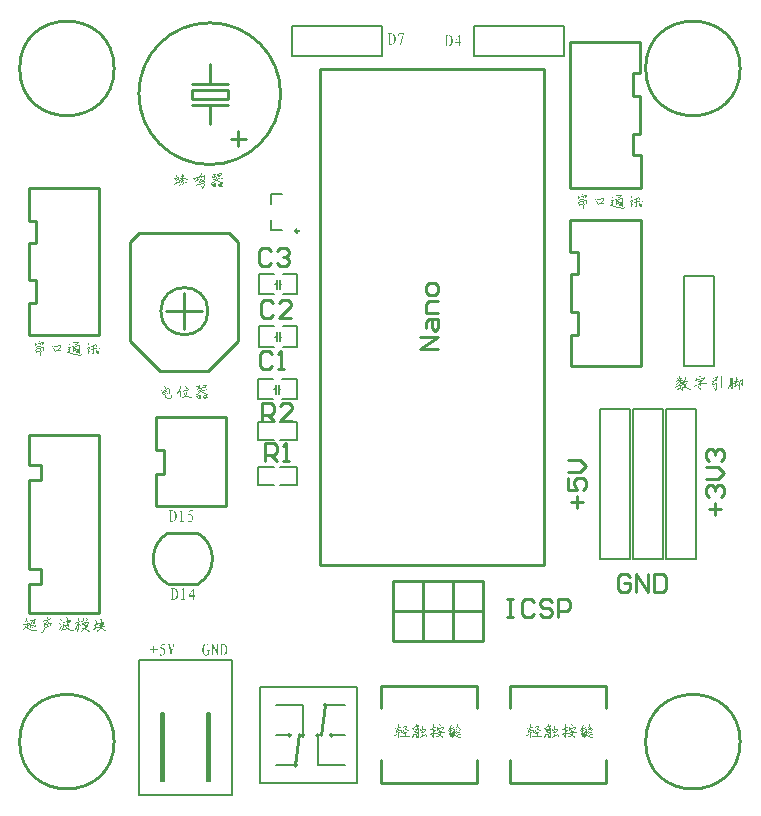
<source format=gto>
G04*
G04 #@! TF.GenerationSoftware,Altium Limited,Altium Designer,20.0.2 (26)*
G04*
G04 Layer_Color=65535*
%FSLAX24Y24*%
%MOIN*%
G70*
G01*
G75*
%ADD10C,0.0100*%
%ADD11C,0.0098*%
%ADD12C,0.0050*%
%ADD13C,0.0079*%
%ADD14C,0.0080*%
%ADD15C,0.0060*%
G36*
X31528Y45173D02*
X31561D01*
Y45135D01*
X31528D01*
Y45025D01*
X31494D01*
Y45135D01*
X31362D01*
Y45177D01*
X31510Y45421D01*
X31528D01*
Y45173D01*
D02*
G37*
G36*
X31147Y45411D02*
X31151D01*
X31157Y45410D01*
X31163Y45410D01*
X31170Y45408D01*
X31179Y45406D01*
X31188Y45404D01*
X31197Y45401D01*
X31207Y45398D01*
X31216Y45394D01*
X31225Y45389D01*
X31234Y45384D01*
X31243Y45377D01*
X31251Y45371D01*
X31259Y45363D01*
X31259Y45362D01*
X31260Y45361D01*
X31262Y45359D01*
X31265Y45355D01*
X31268Y45350D01*
X31270Y45345D01*
X31274Y45338D01*
X31278Y45330D01*
X31281Y45321D01*
X31284Y45311D01*
X31287Y45300D01*
X31290Y45288D01*
X31293Y45275D01*
X31294Y45261D01*
X31295Y45245D01*
X31296Y45229D01*
Y45228D01*
Y45225D01*
Y45220D01*
X31295Y45214D01*
X31295Y45206D01*
X31294Y45197D01*
X31293Y45187D01*
X31291Y45176D01*
X31289Y45165D01*
X31287Y45153D01*
X31284Y45140D01*
X31280Y45128D01*
X31276Y45115D01*
X31271Y45104D01*
X31265Y45092D01*
X31259Y45081D01*
X31258Y45080D01*
X31257Y45079D01*
X31254Y45076D01*
X31250Y45072D01*
X31245Y45068D01*
X31238Y45063D01*
X31229Y45058D01*
X31219Y45053D01*
X31207Y45048D01*
X31199Y45045D01*
X31192Y45043D01*
X31183Y45041D01*
X31174Y45038D01*
X31165Y45036D01*
X31155Y45034D01*
X31144Y45032D01*
X31133Y45030D01*
X31121Y45029D01*
X31108Y45027D01*
X31094Y45027D01*
X31081Y45026D01*
X31065Y45025D01*
X31049D01*
Y45039D01*
X31051D01*
X31053Y45039D01*
X31058Y45040D01*
X31063Y45042D01*
X31068Y45044D01*
X31073Y45048D01*
X31077Y45054D01*
X31079Y45062D01*
Y45382D01*
X31079Y45382D01*
X31078Y45385D01*
X31076Y45387D01*
X31073Y45390D01*
X31069Y45393D01*
X31064Y45396D01*
X31057Y45397D01*
X31049Y45398D01*
Y45412D01*
X31145D01*
X31147Y45411D01*
D02*
G37*
G36*
X29247Y45461D02*
X29251D01*
X29257Y45460D01*
X29263Y45460D01*
X29270Y45458D01*
X29279Y45456D01*
X29288Y45454D01*
X29297Y45451D01*
X29307Y45448D01*
X29316Y45444D01*
X29325Y45439D01*
X29334Y45434D01*
X29343Y45427D01*
X29351Y45421D01*
X29359Y45413D01*
X29359Y45412D01*
X29360Y45411D01*
X29362Y45409D01*
X29365Y45405D01*
X29368Y45400D01*
X29370Y45395D01*
X29374Y45388D01*
X29378Y45380D01*
X29381Y45371D01*
X29384Y45361D01*
X29387Y45350D01*
X29390Y45338D01*
X29393Y45325D01*
X29394Y45311D01*
X29395Y45295D01*
X29396Y45279D01*
Y45278D01*
Y45275D01*
Y45270D01*
X29395Y45264D01*
X29395Y45256D01*
X29394Y45247D01*
X29393Y45237D01*
X29391Y45226D01*
X29389Y45215D01*
X29387Y45203D01*
X29384Y45190D01*
X29380Y45178D01*
X29376Y45165D01*
X29371Y45154D01*
X29365Y45142D01*
X29359Y45131D01*
X29358Y45130D01*
X29357Y45129D01*
X29354Y45126D01*
X29350Y45122D01*
X29345Y45118D01*
X29338Y45113D01*
X29329Y45108D01*
X29319Y45103D01*
X29307Y45098D01*
X29299Y45095D01*
X29292Y45093D01*
X29283Y45091D01*
X29274Y45088D01*
X29265Y45086D01*
X29255Y45084D01*
X29244Y45082D01*
X29233Y45080D01*
X29221Y45079D01*
X29208Y45077D01*
X29194Y45077D01*
X29181Y45076D01*
X29165Y45075D01*
X29149D01*
Y45089D01*
X29151D01*
X29153Y45089D01*
X29158Y45090D01*
X29163Y45092D01*
X29168Y45094D01*
X29173Y45098D01*
X29177Y45104D01*
X29179Y45112D01*
Y45432D01*
X29179Y45432D01*
X29178Y45435D01*
X29176Y45437D01*
X29173Y45440D01*
X29169Y45443D01*
X29164Y45446D01*
X29157Y45447D01*
X29149Y45448D01*
Y45462D01*
X29245D01*
X29247Y45461D01*
D02*
G37*
G36*
X29557Y45066D02*
X29530Y45075D01*
X29624Y45425D01*
X29533D01*
X29529Y45425D01*
X29525Y45424D01*
X29520Y45423D01*
X29515Y45421D01*
X29510Y45419D01*
X29506Y45416D01*
X29506Y45415D01*
X29505Y45414D01*
X29503Y45411D01*
X29500Y45407D01*
X29497Y45401D01*
X29493Y45395D01*
X29488Y45386D01*
X29483Y45375D01*
X29470Y45379D01*
X29497Y45462D01*
X29661D01*
X29557Y45066D01*
D02*
G37*
G36*
X23153Y25118D02*
Y25115D01*
Y25110D01*
Y25103D01*
Y25095D01*
Y25085D01*
Y25075D01*
Y25065D01*
Y25064D01*
Y25064D01*
Y25062D01*
Y25060D01*
Y25056D01*
Y25053D01*
X23153Y25049D01*
Y25045D01*
X23154Y25034D01*
X23154Y25021D01*
X23155Y25006D01*
X23157Y24990D01*
X23145D01*
Y24991D01*
X23144Y24994D01*
X23143Y24997D01*
X23142Y25003D01*
X23140Y25010D01*
X23138Y25017D01*
X23136Y25025D01*
X23133Y25033D01*
X23128Y25050D01*
X23125Y25058D01*
X23121Y25066D01*
X23118Y25073D01*
X23115Y25079D01*
X23112Y25084D01*
X23109Y25087D01*
X23109Y25087D01*
X23107Y25089D01*
X23103Y25091D01*
X23099Y25094D01*
X23093Y25096D01*
X23085Y25098D01*
X23077Y25100D01*
X23068Y25101D01*
X23067D01*
X23063Y25100D01*
X23058Y25098D01*
X23055Y25096D01*
X23052Y25095D01*
X23048Y25092D01*
X23044Y25089D01*
X23040Y25084D01*
X23036Y25079D01*
X23032Y25074D01*
X23027Y25066D01*
X23023Y25059D01*
X23018Y25050D01*
Y25049D01*
X23017Y25047D01*
X23016Y25045D01*
X23015Y25041D01*
X23013Y25036D01*
X23011Y25030D01*
X23009Y25023D01*
X23007Y25015D01*
X23005Y25006D01*
X23003Y24996D01*
X23001Y24986D01*
X22999Y24975D01*
X22998Y24963D01*
X22997Y24950D01*
X22996Y24937D01*
Y24923D01*
Y24922D01*
Y24920D01*
Y24916D01*
X22996Y24910D01*
Y24904D01*
X22997Y24896D01*
X22997Y24888D01*
X22998Y24878D01*
X22999Y24868D01*
X23001Y24857D01*
X23004Y24835D01*
X23010Y24813D01*
X23017Y24790D01*
Y24790D01*
X23018Y24788D01*
X23019Y24785D01*
X23021Y24782D01*
X23023Y24778D01*
X23026Y24773D01*
X23032Y24763D01*
X23040Y24752D01*
X23044Y24747D01*
X23049Y24743D01*
X23054Y24739D01*
X23059Y24737D01*
X23065Y24735D01*
X23070Y24734D01*
X23075D01*
X23081Y24735D01*
X23088Y24736D01*
X23095Y24738D01*
X23102Y24740D01*
X23109Y24743D01*
X23114Y24748D01*
X23115Y24748D01*
X23115Y24750D01*
X23117Y24752D01*
X23117Y24754D01*
X23118Y24757D01*
X23119Y24762D01*
X23121Y24767D01*
X23122Y24774D01*
X23123Y24782D01*
X23124Y24790D01*
X23125Y24802D01*
X23126Y24814D01*
X23126Y24828D01*
X23127Y24843D01*
Y24861D01*
Y24862D01*
X23126Y24864D01*
X23124Y24867D01*
X23121Y24870D01*
X23118Y24874D01*
X23113Y24877D01*
X23107Y24879D01*
X23099Y24880D01*
Y24893D01*
X23189D01*
Y24880D01*
X23188D01*
X23185Y24879D01*
X23181Y24879D01*
X23176Y24877D01*
X23172Y24875D01*
X23168Y24871D01*
X23164Y24865D01*
X23161Y24858D01*
Y24759D01*
X23160Y24759D01*
X23159Y24758D01*
X23158Y24755D01*
X23155Y24753D01*
X23152Y24750D01*
X23148Y24746D01*
X23143Y24743D01*
X23138Y24738D01*
X23132Y24734D01*
X23125Y24731D01*
X23118Y24727D01*
X23110Y24723D01*
X23102Y24721D01*
X23093Y24718D01*
X23083Y24717D01*
X23073Y24716D01*
X23067D01*
X23063Y24716D01*
X23059Y24717D01*
X23053Y24718D01*
X23047Y24719D01*
X23040Y24722D01*
X23033Y24724D01*
X23026Y24728D01*
X23018Y24732D01*
X23011Y24738D01*
X23003Y24744D01*
X22996Y24752D01*
X22989Y24760D01*
X22983Y24770D01*
X22982Y24770D01*
X22981Y24773D01*
X22979Y24775D01*
X22978Y24780D01*
X22975Y24786D01*
X22972Y24793D01*
X22969Y24800D01*
X22966Y24809D01*
X22963Y24819D01*
X22960Y24830D01*
X22957Y24842D01*
X22954Y24855D01*
X22953Y24869D01*
X22951Y24884D01*
X22950Y24899D01*
X22949Y24915D01*
Y24916D01*
Y24919D01*
Y24924D01*
X22950Y24930D01*
X22951Y24938D01*
X22951Y24946D01*
X22952Y24956D01*
X22953Y24966D01*
X22955Y24978D01*
X22957Y24989D01*
X22963Y25012D01*
X22966Y25024D01*
X22971Y25036D01*
X22975Y25047D01*
X22981Y25057D01*
X22981Y25057D01*
X22982Y25059D01*
X22984Y25062D01*
X22986Y25065D01*
X22989Y25069D01*
X22992Y25074D01*
X23000Y25084D01*
X23009Y25094D01*
X23019Y25103D01*
X23024Y25108D01*
X23029Y25111D01*
X23035Y25113D01*
X23040Y25115D01*
X23042D01*
X23043Y25116D01*
X23045Y25116D01*
X23050Y25117D01*
X23057Y25117D01*
X23064Y25118D01*
X23072Y25118D01*
X23080Y25118D01*
X23087Y25116D01*
X23087D01*
X23089Y25115D01*
X23093Y25114D01*
X23097Y25112D01*
X23102Y25110D01*
X23108Y25107D01*
X23114Y25103D01*
X23120Y25099D01*
X23120Y25098D01*
X23123Y25097D01*
X23125Y25095D01*
X23128Y25093D01*
X23131Y25091D01*
X23134Y25090D01*
X23136Y25089D01*
X23138Y25090D01*
X23139Y25091D01*
Y25092D01*
X23139Y25095D01*
X23140Y25098D01*
Y25103D01*
X23140Y25111D01*
Y25119D01*
X23153D01*
Y25118D01*
D02*
G37*
G36*
X23491Y25096D02*
X23489D01*
X23486Y25095D01*
X23482Y25095D01*
X23476Y25093D01*
X23471Y25091D01*
X23465Y25087D01*
X23461Y25082D01*
X23458Y25075D01*
Y24721D01*
X23302Y25036D01*
Y24759D01*
Y24758D01*
X23303Y24756D01*
X23305Y24752D01*
X23307Y24748D01*
X23312Y24744D01*
X23317Y24740D01*
X23325Y24738D01*
X23334Y24737D01*
Y24723D01*
X23254D01*
Y24737D01*
X23255D01*
X23257Y24737D01*
X23261Y24738D01*
X23266Y24739D01*
X23270Y24742D01*
X23275Y24746D01*
X23279Y24750D01*
X23281Y24758D01*
Y25069D01*
X23274Y25091D01*
X23274D01*
X23272Y25092D01*
X23270Y25093D01*
X23266Y25093D01*
X23262Y25095D01*
X23256Y25095D01*
X23250Y25096D01*
X23242D01*
Y25110D01*
X23311D01*
X23438Y24850D01*
Y25071D01*
Y25071D01*
Y25072D01*
X23437Y25075D01*
X23435Y25079D01*
X23432Y25084D01*
X23428Y25088D01*
X23423Y25092D01*
X23416Y25095D01*
X23412Y25096D01*
X23407D01*
Y25110D01*
X23491D01*
Y25096D01*
D02*
G37*
G36*
X23637Y25109D02*
X23640D01*
X23646Y25108D01*
X23653Y25107D01*
X23660Y25106D01*
X23668Y25104D01*
X23677Y25102D01*
X23686Y25099D01*
X23696Y25096D01*
X23705Y25091D01*
X23715Y25087D01*
X23724Y25081D01*
X23733Y25075D01*
X23741Y25069D01*
X23748Y25061D01*
X23749Y25060D01*
X23750Y25059D01*
X23751Y25056D01*
X23754Y25052D01*
X23757Y25048D01*
X23760Y25042D01*
X23763Y25036D01*
X23767Y25028D01*
X23770Y25019D01*
X23774Y25009D01*
X23776Y24998D01*
X23780Y24986D01*
X23782Y24973D01*
X23784Y24959D01*
X23785Y24943D01*
X23785Y24926D01*
Y24925D01*
Y24923D01*
Y24918D01*
X23785Y24911D01*
X23784Y24904D01*
X23783Y24895D01*
X23782Y24885D01*
X23781Y24874D01*
X23779Y24863D01*
X23776Y24850D01*
X23773Y24838D01*
X23770Y24826D01*
X23765Y24813D01*
X23760Y24802D01*
X23755Y24790D01*
X23748Y24779D01*
X23748Y24778D01*
X23746Y24777D01*
X23744Y24774D01*
X23740Y24770D01*
X23734Y24766D01*
X23728Y24761D01*
X23719Y24756D01*
X23708Y24751D01*
X23696Y24746D01*
X23689Y24743D01*
X23681Y24741D01*
X23673Y24738D01*
X23664Y24736D01*
X23654Y24734D01*
X23644Y24732D01*
X23634Y24729D01*
X23622Y24728D01*
X23610Y24727D01*
X23598Y24725D01*
X23584Y24724D01*
X23570Y24723D01*
X23554Y24723D01*
X23539D01*
Y24737D01*
X23540D01*
X23543Y24737D01*
X23547Y24738D01*
X23552Y24739D01*
X23557Y24742D01*
X23562Y24746D01*
X23566Y24752D01*
X23569Y24759D01*
Y25080D01*
X23568Y25080D01*
X23568Y25082D01*
X23565Y25085D01*
X23563Y25088D01*
X23559Y25091D01*
X23553Y25093D01*
X23547Y25095D01*
X23539Y25096D01*
Y25110D01*
X23634D01*
X23637Y25109D01*
D02*
G37*
G36*
X35244Y22433D02*
X35245Y22432D01*
X35246D01*
X35247Y22432D01*
X35248D01*
X35250Y22431D01*
X35252Y22430D01*
X35253Y22430D01*
X35253Y22429D01*
X35257Y22427D01*
X35259Y22426D01*
X35260D01*
X35262Y22425D01*
X35264Y22424D01*
X35265Y22422D01*
X35266Y22422D01*
X35267Y22420D01*
X35270Y22419D01*
X35271Y22418D01*
X35272Y22417D01*
X35275Y22416D01*
X35276Y22415D01*
X35277Y22415D01*
Y22414D01*
X35278Y22413D01*
X35280Y22412D01*
X35282Y22411D01*
X35282Y22410D01*
X35285Y22409D01*
X35287Y22407D01*
X35288Y22406D01*
X35289Y22405D01*
X35291Y22404D01*
X35293Y22402D01*
X35295Y22401D01*
X35295Y22400D01*
X35297Y22399D01*
X35299Y22397D01*
X35300Y22396D01*
X35301Y22395D01*
X35303Y22394D01*
X35304Y22392D01*
X35305Y22391D01*
X35306Y22390D01*
X35307Y22389D01*
X35308Y22387D01*
X35308Y22387D01*
X35310Y22385D01*
X35311Y22382D01*
X35311Y22380D01*
Y22379D01*
Y22376D01*
X35311Y22374D01*
X35310Y22372D01*
X35310Y22371D01*
X35308Y22370D01*
X35306Y22368D01*
X35305Y22367D01*
X35304Y22366D01*
X35302Y22365D01*
X35301Y22365D01*
X35300Y22364D01*
X35293D01*
X35291Y22365D01*
X35290Y22365D01*
X35289D01*
X35288Y22366D01*
X35286Y22367D01*
X35283Y22370D01*
X35280Y22374D01*
X35278Y22374D01*
X35278Y22375D01*
X35275Y22377D01*
X35273Y22380D01*
X35270Y22384D01*
X35268Y22385D01*
X35267Y22386D01*
X35266Y22388D01*
X35264Y22390D01*
X35263Y22392D01*
X35262Y22392D01*
X35261Y22395D01*
X35260Y22396D01*
X35260Y22397D01*
Y22398D01*
X35259Y22400D01*
X35258Y22401D01*
X35258Y22402D01*
X35257D01*
X35256Y22405D01*
X35255Y22406D01*
X35255Y22406D01*
X35253Y22409D01*
X35252Y22410D01*
X35252Y22411D01*
X35251Y22411D01*
X35250Y22413D01*
X35248Y22415D01*
X35247Y22417D01*
X35247Y22417D01*
X35245Y22420D01*
X35245Y22421D01*
X35244Y22422D01*
X35243Y22422D01*
X35242Y22423D01*
X35242Y22424D01*
X35241D01*
X35240Y22425D01*
X35239Y22426D01*
X35239D01*
X35237Y22426D01*
X35236D01*
X35236Y22429D01*
X35235Y22429D01*
Y22430D01*
Y22431D01*
X35236Y22432D01*
Y22432D01*
X35237Y22433D01*
X35239Y22434D01*
X35244D01*
X35244Y22433D01*
D02*
G37*
G36*
X33889Y22437D02*
X33891Y22437D01*
X33892D01*
X33894Y22435D01*
X33895Y22434D01*
X33897Y22432D01*
X33897Y22432D01*
X33898Y22430D01*
X33898Y22427D01*
X33899Y22424D01*
X33899Y22420D01*
Y22416D01*
Y22413D01*
Y22411D01*
Y22410D01*
Y22404D01*
Y22400D01*
Y22396D01*
Y22394D01*
Y22392D01*
Y22391D01*
Y22390D01*
X33899Y22389D01*
Y22389D01*
X33898D01*
Y22388D01*
X33898Y22387D01*
X33897Y22385D01*
X33897Y22382D01*
X33896Y22382D01*
Y22381D01*
X33895Y22379D01*
X33895Y22377D01*
X33894Y22375D01*
X33894Y22374D01*
Y22374D01*
X33893Y22372D01*
X33893Y22370D01*
X33892Y22367D01*
X33892Y22364D01*
X33891Y22362D01*
X33890Y22360D01*
Y22360D01*
X33889Y22355D01*
X33888Y22350D01*
X33888Y22347D01*
X33887Y22344D01*
X33886Y22342D01*
X33885Y22340D01*
X33885Y22340D01*
Y22339D01*
X33884Y22337D01*
X33883Y22337D01*
X33877Y22335D01*
X33870Y22333D01*
X33869D01*
X33867Y22332D01*
X33864Y22331D01*
X33859Y22330D01*
X33854Y22329D01*
X33849Y22327D01*
X33849Y22327D01*
X33849Y22330D01*
X33850Y22334D01*
Y22334D01*
Y22335D01*
X33852Y22340D01*
X33854Y22344D01*
X33854Y22347D01*
X33855Y22347D01*
X33857Y22351D01*
X33858Y22356D01*
X33859Y22359D01*
X33859Y22360D01*
Y22361D01*
X33861Y22367D01*
X33862Y22374D01*
X33863Y22376D01*
X33863Y22378D01*
X33864Y22379D01*
Y22380D01*
X33865Y22383D01*
X33865Y22386D01*
X33867Y22390D01*
X33868Y22392D01*
Y22393D01*
X33868Y22395D01*
X33869Y22397D01*
X33869Y22404D01*
Y22407D01*
Y22410D01*
Y22411D01*
Y22412D01*
Y22417D01*
X33870Y22421D01*
X33870Y22424D01*
Y22427D01*
X33871Y22429D01*
X33872Y22430D01*
Y22430D01*
X33873Y22432D01*
X33875Y22434D01*
X33876Y22435D01*
X33877Y22436D01*
X33879Y22437D01*
X33882Y22438D01*
X33887D01*
X33889Y22437D01*
D02*
G37*
G36*
X33974Y22355D02*
X33976Y22355D01*
X33976Y22354D01*
X33979Y22352D01*
X33980Y22351D01*
X33981Y22350D01*
X33982Y22349D01*
X33983Y22347D01*
X33984Y22344D01*
Y22342D01*
Y22341D01*
Y22338D01*
X33984Y22336D01*
X33983Y22334D01*
X33983Y22334D01*
X33981Y22332D01*
X33979Y22330D01*
X33978Y22329D01*
X33977Y22329D01*
X33975Y22327D01*
X33973Y22327D01*
X33972Y22326D01*
X33971Y22326D01*
X33969Y22325D01*
X33968Y22324D01*
X33967Y22324D01*
X33964Y22323D01*
X33962Y22322D01*
X33960Y22321D01*
X33960D01*
X33957Y22321D01*
X33955Y22320D01*
X33953Y22320D01*
X33952Y22319D01*
X33949Y22318D01*
X33946Y22318D01*
X33945Y22317D01*
X33942D01*
X33940Y22318D01*
X33938Y22318D01*
X33938D01*
X33936Y22319D01*
X33908D01*
X33903Y22318D01*
X33893D01*
X33890Y22318D01*
X33887Y22317D01*
X33884Y22316D01*
X33884Y22316D01*
X33883D01*
X33878Y22314D01*
X33876Y22313D01*
X33875Y22313D01*
X33875Y22312D01*
Y22311D01*
Y22310D01*
X33874Y22309D01*
Y22308D01*
Y22305D01*
X33874Y22302D01*
X33873Y22300D01*
X33873Y22299D01*
X33872Y22294D01*
X33870Y22290D01*
X33869Y22286D01*
X33869Y22285D01*
Y22285D01*
X33868Y22282D01*
X33867Y22280D01*
X33866Y22278D01*
X33865Y22277D01*
Y22276D01*
Y22274D01*
X33865Y22272D01*
Y22271D01*
Y22271D01*
X33864Y22266D01*
X33863Y22263D01*
X33862Y22261D01*
X33862Y22260D01*
X33860Y22257D01*
X33859Y22256D01*
X33858Y22255D01*
Y22255D01*
X33858Y22254D01*
X33857Y22254D01*
Y22253D01*
X33857Y22252D01*
Y22251D01*
X33856D01*
Y22251D01*
Y22250D01*
X33855Y22248D01*
X33855Y22245D01*
Y22244D01*
Y22244D01*
X33854Y22238D01*
X33853Y22231D01*
X33852Y22228D01*
X33851Y22226D01*
X33850Y22225D01*
Y22224D01*
X33849Y22220D01*
X33848Y22218D01*
X33847Y22216D01*
X33847Y22215D01*
X33846Y22213D01*
Y22213D01*
X33845Y22212D01*
X33845Y22209D01*
X33844Y22207D01*
X33843Y22206D01*
Y22205D01*
X33842Y22200D01*
X33840Y22196D01*
X33839Y22193D01*
X33838Y22193D01*
Y22192D01*
X33838Y22190D01*
Y22190D01*
X33839Y22189D01*
X33840Y22190D01*
X33843Y22191D01*
X33843Y22192D01*
X33844D01*
X33850Y22195D01*
X33855Y22198D01*
X33857Y22199D01*
X33859Y22199D01*
X33860Y22200D01*
X33860D01*
X33867Y22203D01*
X33873Y22205D01*
X33875Y22206D01*
Y22213D01*
Y22220D01*
Y22225D01*
Y22230D01*
Y22234D01*
Y22238D01*
Y22240D01*
X33874Y22243D01*
Y22244D01*
Y22246D01*
Y22247D01*
X33874Y22248D01*
X33873Y22249D01*
X33873Y22250D01*
Y22250D01*
X33872Y22253D01*
X33872Y22254D01*
X33871Y22255D01*
X33870Y22256D01*
Y22258D01*
X33870Y22259D01*
Y22260D01*
X33870Y22263D01*
X33871Y22265D01*
X33872Y22267D01*
Y22268D01*
X33873Y22270D01*
X33875Y22271D01*
X33876Y22273D01*
X33877Y22273D01*
X33879Y22274D01*
X33882Y22275D01*
X33889D01*
X33890Y22275D01*
X33890D01*
X33893Y22274D01*
X33894Y22271D01*
X33896Y22270D01*
X33897Y22269D01*
X33899Y22266D01*
X33900Y22264D01*
X33902Y22262D01*
Y22261D01*
X33902Y22259D01*
X33903Y22258D01*
X33903Y22257D01*
Y22256D01*
X33904Y22255D01*
Y22252D01*
Y22249D01*
Y22245D01*
X33904Y22240D01*
Y22231D01*
Y22222D01*
Y22218D01*
X33902Y22218D01*
X33898Y22216D01*
X33898D01*
X33897Y22216D01*
X33895Y22215D01*
X33892Y22214D01*
X33886Y22212D01*
X33879Y22208D01*
X33878D01*
X33877Y22208D01*
X33875Y22207D01*
X33875Y22206D01*
Y22205D01*
Y22197D01*
Y22196D01*
Y22194D01*
Y22192D01*
Y22189D01*
Y22185D01*
Y22181D01*
X33875Y22180D01*
X33874Y22179D01*
X33872Y22178D01*
X33872Y22178D01*
X33871D01*
X33870Y22177D01*
X33866Y22174D01*
X33863Y22172D01*
X33862Y22172D01*
X33861Y22171D01*
X33854Y22166D01*
X33848Y22162D01*
X33845Y22160D01*
X33843Y22158D01*
X33842Y22158D01*
X33841Y22157D01*
X33838Y22155D01*
X33835Y22153D01*
X33833Y22152D01*
X33831Y22151D01*
X33830Y22150D01*
X33829D01*
X33829Y22149D01*
X33827Y22149D01*
X33826Y22148D01*
X33825Y22148D01*
X33823Y22147D01*
X33822Y22146D01*
X33822Y22145D01*
X33821Y22145D01*
X33820Y22144D01*
X33819Y22143D01*
X33818Y22143D01*
X33816Y22141D01*
X33813Y22139D01*
X33812Y22138D01*
X33811Y22138D01*
X33808Y22136D01*
X33806Y22135D01*
X33805Y22135D01*
X33802D01*
X33800Y22135D01*
X33798Y22136D01*
X33797Y22137D01*
X33796D01*
X33794Y22138D01*
X33792Y22140D01*
X33791Y22142D01*
X33791Y22142D01*
X33789Y22145D01*
X33789Y22148D01*
X33788Y22150D01*
Y22152D01*
X33789Y22155D01*
X33789Y22158D01*
X33790Y22159D01*
Y22160D01*
X33792Y22163D01*
X33792Y22164D01*
Y22164D01*
X33793Y22168D01*
X33794Y22169D01*
Y22169D01*
X33796Y22171D01*
X33796Y22172D01*
Y22173D01*
X33797Y22176D01*
X33798Y22177D01*
Y22178D01*
X33800Y22180D01*
X33800Y22182D01*
X33801Y22183D01*
Y22184D01*
X33802Y22187D01*
X33803Y22190D01*
X33805Y22193D01*
X33805Y22194D01*
Y22194D01*
X33808Y22200D01*
X33811Y22204D01*
X33811Y22207D01*
X33812Y22208D01*
X33813Y22212D01*
X33814Y22215D01*
X33815Y22217D01*
X33815Y22218D01*
X33817Y22222D01*
X33819Y22227D01*
X33820Y22230D01*
X33820Y22231D01*
X33821Y22233D01*
Y22233D01*
X33823Y22240D01*
X33824Y22245D01*
X33824Y22248D01*
Y22249D01*
X33825Y22253D01*
X33825Y22256D01*
X33827Y22259D01*
Y22259D01*
X33828Y22263D01*
X33829Y22265D01*
X33830Y22267D01*
X33831Y22268D01*
X33833Y22271D01*
X33833Y22274D01*
X33834Y22276D01*
Y22276D01*
X33834Y22280D01*
X33835Y22283D01*
X33836Y22285D01*
X33837Y22286D01*
X33838Y22290D01*
X33839Y22293D01*
X33840Y22296D01*
Y22297D01*
X33842Y22302D01*
X33843Y22305D01*
X33845Y22305D01*
X33849Y22306D01*
X33849D01*
X33850Y22306D01*
X33853Y22307D01*
X33855Y22308D01*
X33862Y22309D01*
X33868Y22311D01*
X33869D01*
X33870Y22311D01*
X33873Y22313D01*
X33876Y22313D01*
X33876Y22314D01*
X33877Y22315D01*
X33878Y22316D01*
X33878Y22318D01*
X33879Y22321D01*
X33880Y22326D01*
Y22327D01*
X33880Y22327D01*
X33881Y22330D01*
X33882Y22332D01*
Y22333D01*
Y22334D01*
X33882Y22334D01*
X33883Y22336D01*
X33884Y22337D01*
X33888Y22338D01*
X33892Y22339D01*
X33895Y22340D01*
X33898Y22340D01*
X33899D01*
X33906Y22341D01*
X33911Y22342D01*
X33913Y22343D01*
X33915D01*
X33915Y22344D01*
X33916D01*
X33921Y22345D01*
X33926Y22346D01*
X33929Y22346D01*
X33935D01*
X33938Y22347D01*
X33941Y22347D01*
X33944Y22349D01*
X33944D01*
X33948Y22350D01*
X33950Y22351D01*
X33950D01*
X33953Y22351D01*
X33954D01*
X33955Y22352D01*
X33955D01*
X33958Y22354D01*
X33959Y22354D01*
X33961Y22355D01*
X33964Y22356D01*
X33971D01*
X33974Y22355D01*
D02*
G37*
G36*
X35856Y22428D02*
X35857Y22427D01*
X35858D01*
X35860Y22426D01*
X35862Y22424D01*
X35863Y22423D01*
X35863Y22422D01*
X35864Y22421D01*
X35865Y22419D01*
X35866Y22414D01*
Y22412D01*
Y22410D01*
Y22409D01*
Y22409D01*
Y22405D01*
X35866Y22402D01*
Y22400D01*
Y22399D01*
X35867Y22397D01*
Y22397D01*
X35867Y22396D01*
Y22394D01*
X35868Y22391D01*
Y22387D01*
Y22385D01*
Y22382D01*
Y22380D01*
Y22379D01*
Y22374D01*
X35868Y22370D01*
Y22366D01*
X35869Y22364D01*
Y22362D01*
X35870Y22361D01*
Y22361D01*
X35870Y22360D01*
Y22357D01*
X35871Y22353D01*
Y22351D01*
Y22349D01*
Y22347D01*
Y22347D01*
Y22343D01*
X35871Y22342D01*
X35868Y22341D01*
X35868D01*
X35867Y22340D01*
X35864Y22340D01*
X35861Y22339D01*
X35857D01*
X35853Y22338D01*
X35849Y22337D01*
X35848D01*
X35845Y22336D01*
X35841Y22335D01*
Y22335D01*
X35842Y22332D01*
Y22327D01*
X35842Y22325D01*
Y22324D01*
Y22323D01*
X35843Y22321D01*
Y22318D01*
Y22313D01*
X35843Y22310D01*
Y22306D01*
Y22304D01*
X35842Y22304D01*
X35840D01*
X35838Y22303D01*
X35837D01*
X35836Y22303D01*
X35836Y22302D01*
X35835Y22301D01*
X35834Y22301D01*
X35833Y22300D01*
X35830Y22299D01*
X35827Y22298D01*
X35826Y22297D01*
X35826D01*
X35823Y22296D01*
X35821Y22295D01*
X35819Y22295D01*
X35818Y22294D01*
X35816D01*
X35815Y22294D01*
X35813Y22293D01*
X35813Y22293D01*
X35811Y22291D01*
X35808Y22291D01*
X35806D01*
X35804Y22291D01*
X35802Y22292D01*
X35801Y22293D01*
X35800D01*
X35798Y22294D01*
X35796Y22296D01*
X35795Y22297D01*
X35794Y22298D01*
X35793Y22300D01*
X35792Y22303D01*
X35791Y22304D01*
Y22305D01*
Y22308D01*
X35792Y22310D01*
X35792Y22311D01*
Y22311D01*
X35794Y22313D01*
X35796Y22315D01*
X35797Y22317D01*
X35798Y22318D01*
X35801Y22320D01*
X35803Y22322D01*
X35805Y22323D01*
X35806D01*
X35808Y22323D01*
X35811Y22324D01*
X35813Y22325D01*
X35814D01*
X35818Y22326D01*
X35821Y22328D01*
X35823Y22329D01*
X35823Y22329D01*
X35827Y22331D01*
X35831Y22332D01*
X35834Y22333D01*
X35835Y22334D01*
X35835D01*
X35841Y22335D01*
X35841Y22335D01*
Y22337D01*
Y22338D01*
Y22339D01*
Y22342D01*
Y22346D01*
X35841Y22349D01*
Y22350D01*
Y22352D01*
X35840Y22352D01*
Y22353D01*
X35840Y22355D01*
Y22357D01*
X35839Y22363D01*
X35838Y22366D01*
Y22369D01*
Y22371D01*
Y22371D01*
Y22377D01*
Y22381D01*
X35838Y22384D01*
Y22386D01*
Y22387D01*
X35837Y22388D01*
Y22389D01*
Y22390D01*
X35837Y22391D01*
Y22394D01*
Y22396D01*
X35836Y22399D01*
Y22401D01*
Y22403D01*
Y22404D01*
Y22409D01*
X35837Y22412D01*
Y22415D01*
X35837Y22417D01*
Y22419D01*
X35838Y22420D01*
Y22421D01*
X35840Y22423D01*
X35841Y22425D01*
X35842Y22426D01*
X35843Y22426D01*
X35846Y22427D01*
X35848Y22429D01*
X35853D01*
X35856Y22428D01*
D02*
G37*
G36*
X33848Y22326D02*
X33847Y22323D01*
Y22323D01*
X33845Y22321D01*
X33845Y22317D01*
X33844Y22312D01*
Y22311D01*
Y22311D01*
X33843Y22307D01*
X33843Y22305D01*
X33843Y22305D01*
X33840Y22304D01*
X33839D01*
X33838Y22304D01*
X33837D01*
X33836Y22303D01*
X33834Y22303D01*
X33832Y22301D01*
X33832Y22301D01*
X33828Y22299D01*
X33825Y22297D01*
X33823Y22296D01*
X33823Y22295D01*
X33820Y22294D01*
X33819Y22294D01*
X33818Y22293D01*
X33817D01*
X33815Y22293D01*
X33812Y22291D01*
X33809Y22289D01*
X33808Y22289D01*
X33808D01*
X33802Y22286D01*
X33797Y22284D01*
X33793Y22283D01*
X33792Y22282D01*
X33792D01*
X33789Y22281D01*
X33788Y22280D01*
X33786Y22280D01*
X33784Y22279D01*
X33777D01*
X33772Y22280D01*
X33768Y22280D01*
X33766Y22281D01*
X33766D01*
X33763Y22283D01*
X33761Y22284D01*
X33760Y22285D01*
X33759Y22286D01*
X33758Y22289D01*
X33757Y22291D01*
X33757Y22293D01*
Y22293D01*
X33757Y22296D01*
X33758Y22299D01*
X33758Y22300D01*
Y22300D01*
X33760Y22303D01*
X33762Y22304D01*
X33763Y22305D01*
X33763Y22306D01*
X33766Y22308D01*
X33769Y22308D01*
X33772Y22309D01*
X33773D01*
X33778Y22309D01*
X33782Y22310D01*
X33785Y22311D01*
X33786D01*
X33791Y22313D01*
X33796Y22314D01*
X33798Y22315D01*
X33799Y22315D01*
X33800Y22316D01*
X33801D01*
X33808Y22318D01*
X33813Y22320D01*
X33815Y22320D01*
X33817Y22321D01*
X33818Y22321D01*
X33819D01*
X33825Y22324D01*
X33832Y22325D01*
X33835Y22325D01*
X33837Y22326D01*
X33839D01*
X33844Y22326D01*
X33849Y22327D01*
X33848Y22326D01*
D02*
G37*
G36*
X34481Y22435D02*
X34483Y22435D01*
X34483D01*
X34485Y22433D01*
X34488Y22431D01*
X34489Y22429D01*
X34490Y22429D01*
X34491Y22426D01*
X34492Y22424D01*
X34493Y22416D01*
X34494Y22412D01*
Y22410D01*
Y22407D01*
Y22407D01*
Y22401D01*
Y22396D01*
X34493Y22392D01*
X34493Y22389D01*
Y22386D01*
X34492Y22384D01*
X34491Y22384D01*
Y22383D01*
X34490Y22379D01*
X34488Y22376D01*
X34488Y22376D01*
X34485Y22375D01*
X34480Y22372D01*
X34475Y22370D01*
X34475Y22369D01*
X34473Y22367D01*
X34470Y22366D01*
X34467Y22365D01*
X34467D01*
X34465Y22364D01*
X34462Y22362D01*
X34458Y22359D01*
X34457Y22358D01*
X34455Y22356D01*
X34453Y22354D01*
X34451Y22351D01*
Y22351D01*
X34450Y22350D01*
X34450Y22347D01*
Y22345D01*
Y22344D01*
X34450Y22342D01*
X34452Y22340D01*
X34453Y22337D01*
X34453Y22337D01*
X34453Y22337D01*
X34450Y22335D01*
X34449Y22333D01*
X34447Y22331D01*
X34445Y22330D01*
X34445D01*
X34444Y22329D01*
X34442Y22327D01*
X34439Y22325D01*
X34439Y22325D01*
X34438Y22324D01*
X34436Y22323D01*
X34434Y22321D01*
X34432Y22319D01*
X34431Y22319D01*
X34430D01*
X34430Y22318D01*
X34427Y22316D01*
X34425Y22314D01*
X34424Y22313D01*
X34424Y22313D01*
X34420Y22309D01*
X34418Y22308D01*
X34417Y22307D01*
X34417Y22306D01*
X34415Y22305D01*
X34414Y22304D01*
X34413Y22304D01*
X34411Y22301D01*
X34408Y22299D01*
X34406Y22298D01*
X34405Y22297D01*
X34402Y22295D01*
X34400Y22294D01*
X34399Y22294D01*
X34398Y22293D01*
X34397Y22291D01*
X34395Y22289D01*
X34395Y22289D01*
X34392Y22286D01*
X34390Y22284D01*
X34388Y22282D01*
X34388Y22282D01*
X34387Y22281D01*
X34384Y22280D01*
X34383Y22280D01*
X34382Y22279D01*
X34381Y22279D01*
X34379Y22278D01*
X34378Y22277D01*
X34377Y22276D01*
X34375Y22275D01*
X34374Y22275D01*
X34374Y22274D01*
X34368D01*
X34364Y22275D01*
X34362Y22275D01*
X34360Y22276D01*
X34359D01*
X34357Y22278D01*
X34355Y22279D01*
X34354Y22280D01*
X34354Y22281D01*
X34353Y22284D01*
X34352Y22286D01*
X34351Y22289D01*
Y22289D01*
Y22293D01*
X34352Y22295D01*
X34352Y22296D01*
Y22296D01*
X34353Y22299D01*
X34354Y22300D01*
X34355Y22301D01*
X34356Y22301D01*
X34358Y22303D01*
X34360Y22304D01*
X34362Y22305D01*
X34362D01*
X34364Y22306D01*
X34365Y22306D01*
X34365Y22307D01*
X34367Y22308D01*
X34368Y22308D01*
X34369Y22309D01*
X34369D01*
X34372Y22310D01*
X34374Y22311D01*
X34377Y22313D01*
X34377Y22314D01*
X34380Y22317D01*
X34383Y22319D01*
X34385Y22320D01*
X34385Y22320D01*
X34388Y22322D01*
X34390Y22323D01*
X34391Y22324D01*
X34393Y22326D01*
X34394Y22327D01*
X34396Y22328D01*
X34397Y22329D01*
X34399Y22331D01*
X34402Y22332D01*
X34403Y22334D01*
X34404Y22334D01*
X34407Y22336D01*
X34409Y22339D01*
X34410Y22340D01*
X34411Y22340D01*
X34414Y22342D01*
X34416Y22344D01*
X34417Y22345D01*
X34418Y22346D01*
X34420Y22348D01*
X34423Y22350D01*
X34425Y22352D01*
X34427Y22353D01*
X34430Y22357D01*
X34434Y22360D01*
X34435Y22362D01*
X34436Y22363D01*
X34439Y22366D01*
X34441Y22368D01*
X34443Y22369D01*
X34443Y22370D01*
X34445Y22371D01*
X34448Y22374D01*
X34449Y22375D01*
X34450Y22375D01*
X34453Y22377D01*
X34454Y22380D01*
X34455Y22381D01*
X34455Y22381D01*
X34457Y22384D01*
X34458Y22385D01*
X34459Y22386D01*
Y22386D01*
X34462Y22390D01*
X34462Y22390D01*
Y22391D01*
X34463Y22392D01*
X34463Y22394D01*
X34464Y22397D01*
Y22401D01*
Y22402D01*
Y22402D01*
Y22405D01*
Y22408D01*
X34463Y22411D01*
X34463Y22413D01*
X34462Y22414D01*
X34461Y22416D01*
X34460Y22418D01*
X34459Y22420D01*
Y22420D01*
X34460Y22424D01*
X34460Y22426D01*
X34461Y22427D01*
Y22428D01*
X34463Y22430D01*
X34464Y22432D01*
X34465Y22433D01*
X34466Y22434D01*
X34469Y22435D01*
X34471Y22436D01*
X34478D01*
X34481Y22435D01*
D02*
G37*
G36*
X35650Y22412D02*
X35652Y22411D01*
X35653Y22411D01*
X35655Y22409D01*
X35656Y22407D01*
X35658Y22406D01*
X35658Y22406D01*
X35660Y22403D01*
X35660Y22400D01*
X35661Y22397D01*
Y22397D01*
Y22396D01*
Y22391D01*
X35660Y22387D01*
X35659Y22384D01*
X35659Y22383D01*
Y22382D01*
X35656Y22377D01*
X35655Y22372D01*
X35654Y22370D01*
X35653Y22368D01*
X35652Y22367D01*
Y22366D01*
X35651Y22364D01*
X35650Y22361D01*
X35649Y22360D01*
X35648Y22359D01*
X35648Y22358D01*
X35647Y22357D01*
X35646Y22356D01*
X35646Y22355D01*
X35645Y22354D01*
X35643Y22350D01*
X35640Y22346D01*
X35638Y22342D01*
X35638Y22341D01*
X35637Y22341D01*
X35635Y22337D01*
X35633Y22335D01*
X35632Y22334D01*
X35631Y22332D01*
X35630Y22331D01*
Y22331D01*
X35629Y22330D01*
X35627Y22327D01*
X35625Y22324D01*
X35624Y22324D01*
Y22323D01*
X35620Y22317D01*
X35615Y22312D01*
X35613Y22310D01*
X35611Y22308D01*
X35610Y22307D01*
X35610Y22306D01*
X35607Y22304D01*
X35605Y22301D01*
X35603Y22300D01*
X35602Y22299D01*
X35600Y22298D01*
Y22297D01*
X35600Y22296D01*
Y22296D01*
X35599Y22294D01*
X35599Y22293D01*
Y22293D01*
X35598Y22291D01*
X35598Y22291D01*
X35597D01*
X35596Y22290D01*
X35596Y22289D01*
X35595Y22287D01*
X35595Y22286D01*
X35594Y22284D01*
X35593Y22283D01*
X35592Y22283D01*
Y22282D01*
X35591Y22281D01*
X35591Y22280D01*
Y22279D01*
X35590Y22278D01*
X35590Y22276D01*
X35589Y22276D01*
Y22275D01*
X35589Y22274D01*
X35588Y22271D01*
X35588Y22271D01*
X35587Y22268D01*
X35586Y22266D01*
X35586Y22266D01*
Y22265D01*
X35585Y22264D01*
X35585Y22263D01*
Y22263D01*
X35584Y22261D01*
X35584Y22260D01*
X35583Y22260D01*
Y22259D01*
X35583Y22258D01*
X35582Y22257D01*
Y22256D01*
Y22256D01*
X35583Y22255D01*
X35585Y22256D01*
X35588Y22257D01*
X35589Y22258D01*
X35589D01*
X35595Y22261D01*
X35601Y22264D01*
X35603Y22265D01*
X35604Y22266D01*
X35605Y22267D01*
X35606D01*
X35609Y22269D01*
X35614Y22271D01*
X35623Y22276D01*
X35627Y22279D01*
X35630Y22280D01*
X35633Y22281D01*
X35634Y22282D01*
X35641Y22286D01*
X35648Y22289D01*
X35654Y22293D01*
X35659Y22296D01*
X35663Y22299D01*
X35666Y22301D01*
X35669Y22302D01*
X35669Y22303D01*
X35675Y22306D01*
X35679Y22309D01*
X35683Y22311D01*
X35686Y22313D01*
X35688Y22314D01*
X35689Y22315D01*
X35690Y22315D01*
X35694Y22317D01*
X35695Y22318D01*
X35696Y22319D01*
X35697D01*
X35699Y22320D01*
X35700Y22322D01*
X35702Y22323D01*
X35702Y22324D01*
X35706Y22326D01*
X35709Y22327D01*
X35710Y22327D01*
X35714D01*
X35716Y22327D01*
X35718Y22326D01*
X35719Y22326D01*
X35721Y22324D01*
X35722Y22323D01*
X35724Y22321D01*
X35724Y22321D01*
X35725Y22318D01*
X35726Y22315D01*
Y22313D01*
Y22312D01*
Y22311D01*
X35726Y22307D01*
X35725Y22303D01*
X35724Y22300D01*
X35724Y22299D01*
X35722Y22296D01*
X35720Y22293D01*
X35718Y22291D01*
X35717Y22290D01*
X35715Y22289D01*
X35714Y22288D01*
X35713Y22287D01*
X35712Y22286D01*
X35712Y22285D01*
X35711Y22283D01*
X35710Y22283D01*
X35708Y22280D01*
X35706Y22278D01*
X35704Y22276D01*
X35704Y22275D01*
X35701Y22274D01*
X35699Y22273D01*
X35697Y22273D01*
X35694D01*
X35692Y22273D01*
X35691Y22274D01*
X35690D01*
X35688Y22276D01*
X35686Y22276D01*
X35686Y22277D01*
X35684Y22280D01*
X35683Y22281D01*
Y22281D01*
X35683Y22283D01*
X35681Y22284D01*
X35681D01*
X35680Y22283D01*
X35679Y22283D01*
X35678Y22282D01*
X35678Y22281D01*
X35676Y22280D01*
X35675Y22280D01*
X35674D01*
X35673Y22279D01*
X35672Y22279D01*
X35671Y22278D01*
X35671Y22278D01*
X35669Y22276D01*
X35669Y22276D01*
X35668D01*
X35666Y22275D01*
X35664Y22274D01*
X35661Y22273D01*
X35661Y22273D01*
X35660D01*
X35657Y22271D01*
X35655Y22270D01*
X35654Y22269D01*
X35653D01*
X35651Y22268D01*
X35646Y22266D01*
X35643Y22264D01*
X35641Y22264D01*
X35641Y22263D01*
X35638Y22261D01*
X35635Y22260D01*
X35633Y22259D01*
X35631Y22258D01*
X35630Y22258D01*
X35629D01*
X35629Y22257D01*
X35628Y22256D01*
X35628Y22256D01*
X35626Y22255D01*
X35626D01*
X35625Y22254D01*
X35623Y22253D01*
X35621Y22250D01*
X35621Y22250D01*
X35618Y22247D01*
X35616Y22245D01*
X35614Y22244D01*
X35614Y22244D01*
X35611Y22242D01*
X35608Y22240D01*
X35604Y22238D01*
X35604Y22237D01*
X35603D01*
X35601Y22235D01*
X35599Y22234D01*
X35596Y22233D01*
X35595Y22233D01*
X35594Y22232D01*
X35593Y22230D01*
X35591Y22229D01*
X35590Y22228D01*
X35588Y22225D01*
X35586Y22224D01*
X35586Y22224D01*
X35585Y22223D01*
X35583Y22222D01*
X35582Y22220D01*
X35581Y22220D01*
X35578Y22218D01*
X35577Y22216D01*
X35576Y22216D01*
X35575D01*
X35574Y22215D01*
X35572Y22213D01*
X35569Y22212D01*
X35569Y22210D01*
X35568D01*
X35566Y22209D01*
X35564Y22207D01*
X35562Y22205D01*
X35560Y22205D01*
X35560Y22204D01*
X35559Y22203D01*
X35559Y22202D01*
X35558Y22201D01*
X35557Y22198D01*
X35554Y22196D01*
X35553Y22195D01*
X35552Y22194D01*
X35550Y22193D01*
X35549Y22192D01*
X35548Y22192D01*
X35544D01*
X35540Y22192D01*
X35538Y22193D01*
X35537Y22193D01*
X35536D01*
X35534Y22195D01*
X35532Y22197D01*
X35531Y22198D01*
X35530Y22199D01*
X35529Y22202D01*
X35528Y22204D01*
X35528Y22205D01*
Y22206D01*
Y22209D01*
X35528Y22211D01*
X35529Y22213D01*
Y22213D01*
X35530Y22216D01*
X35532Y22219D01*
X35533Y22221D01*
X35534Y22222D01*
X35537Y22226D01*
X35539Y22229D01*
X35540Y22231D01*
X35541Y22231D01*
X35544Y22235D01*
X35546Y22238D01*
X35547Y22240D01*
X35548Y22240D01*
X35550Y22245D01*
X35553Y22249D01*
X35555Y22253D01*
X35557Y22253D01*
Y22254D01*
X35560Y22261D01*
X35564Y22268D01*
X35565Y22270D01*
X35566Y22273D01*
X35567Y22274D01*
Y22274D01*
X35572Y22283D01*
X35574Y22287D01*
X35575Y22290D01*
X35577Y22294D01*
X35579Y22296D01*
X35579Y22297D01*
X35580Y22298D01*
X35586Y22306D01*
X35591Y22315D01*
X35593Y22319D01*
X35595Y22321D01*
X35596Y22324D01*
X35596Y22324D01*
X35600Y22330D01*
X35603Y22334D01*
X35605Y22339D01*
X35607Y22342D01*
X35609Y22345D01*
X35610Y22346D01*
X35611Y22347D01*
Y22348D01*
X35614Y22354D01*
X35616Y22358D01*
X35617Y22361D01*
Y22361D01*
X35618Y22365D01*
X35620Y22369D01*
X35621Y22371D01*
X35621Y22372D01*
X35624Y22377D01*
X35626Y22381D01*
X35627Y22385D01*
X35628Y22385D01*
Y22386D01*
X35629Y22391D01*
X35630Y22394D01*
X35630Y22396D01*
Y22397D01*
X35631Y22400D01*
X35631Y22402D01*
X35633Y22404D01*
Y22404D01*
X35634Y22406D01*
X35636Y22408D01*
X35637Y22409D01*
X35638Y22410D01*
X35640Y22411D01*
X35643Y22412D01*
X35644Y22412D01*
X35648D01*
X35650Y22412D01*
D02*
G37*
G36*
X35388Y22339D02*
X35389D01*
X35391Y22338D01*
X35391D01*
X35393Y22336D01*
X35395Y22335D01*
X35396Y22334D01*
X35397Y22333D01*
X35397Y22331D01*
X35398Y22329D01*
X35399Y22325D01*
Y22323D01*
Y22320D01*
Y22319D01*
Y22319D01*
Y22315D01*
Y22311D01*
Y22309D01*
Y22307D01*
X35398Y22304D01*
Y22304D01*
X35397Y22300D01*
X35396Y22296D01*
X35394Y22293D01*
X35393Y22292D01*
Y22291D01*
X35391Y22286D01*
X35388Y22283D01*
X35386Y22280D01*
X35386Y22279D01*
X35383Y22277D01*
X35382Y22276D01*
X35382Y22275D01*
Y22275D01*
X35381Y22273D01*
X35381Y22271D01*
X35380Y22271D01*
X35379Y22269D01*
X35379Y22268D01*
X35378Y22267D01*
X35378Y22266D01*
X35377Y22264D01*
X35377Y22263D01*
X35376Y22261D01*
X35375Y22258D01*
X35374Y22256D01*
X35373Y22256D01*
Y22255D01*
X35373Y22255D01*
Y22254D01*
X35372Y22253D01*
X35372Y22251D01*
X35371Y22249D01*
X35370Y22249D01*
X35368Y22246D01*
X35366Y22244D01*
X35364Y22242D01*
X35363Y22241D01*
X35361Y22240D01*
X35358Y22239D01*
X35356Y22239D01*
X35355D01*
X35352Y22239D01*
X35350Y22240D01*
X35348Y22240D01*
X35348D01*
X35346Y22242D01*
X35344Y22244D01*
X35343Y22245D01*
X35342Y22245D01*
X35341Y22248D01*
X35340Y22250D01*
X35340Y22252D01*
Y22253D01*
Y22255D01*
X35340Y22258D01*
X35341Y22259D01*
Y22259D01*
X35342Y22263D01*
X35343Y22265D01*
Y22265D01*
X35344Y22268D01*
X35345Y22269D01*
X35346Y22270D01*
X35346Y22271D01*
X35348Y22274D01*
X35350Y22278D01*
X35351Y22281D01*
X35352Y22281D01*
Y22282D01*
X35354Y22287D01*
X35356Y22291D01*
X35358Y22293D01*
X35358Y22293D01*
X35361Y22296D01*
X35362Y22298D01*
X35363Y22300D01*
X35364Y22301D01*
X35366Y22304D01*
Y22305D01*
X35359D01*
X35356Y22304D01*
X35353Y22304D01*
X35352Y22303D01*
X35351Y22303D01*
X35349Y22301D01*
X35347Y22301D01*
X35345Y22300D01*
X35345D01*
X35341Y22300D01*
X35341Y22299D01*
X35340D01*
X35337Y22298D01*
X35334D01*
X35333Y22298D01*
X35332Y22297D01*
X35332Y22296D01*
X35330Y22295D01*
X35328Y22294D01*
X35328Y22293D01*
X35325Y22292D01*
X35322Y22291D01*
X35320Y22291D01*
X35320D01*
X35316Y22290D01*
X35313Y22289D01*
X35310Y22288D01*
X35310Y22287D01*
X35309D01*
X35306Y22285D01*
X35303Y22284D01*
X35303Y22284D01*
X35302D01*
X35301Y22283D01*
X35300Y22283D01*
X35299Y22282D01*
X35297Y22281D01*
X35294Y22280D01*
X35291Y22279D01*
X35291Y22278D01*
X35290D01*
X35286Y22276D01*
X35284Y22276D01*
X35283Y22275D01*
X35282D01*
X35281Y22274D01*
X35277Y22273D01*
X35274Y22271D01*
X35273Y22270D01*
X35272D01*
X35269Y22268D01*
X35266Y22267D01*
X35262Y22265D01*
X35260Y22265D01*
X35260D01*
X35257Y22264D01*
X35255Y22264D01*
X35252Y22263D01*
X35252Y22262D01*
X35249Y22260D01*
X35248Y22260D01*
X35247Y22259D01*
X35246D01*
X35246Y22259D01*
X35245Y22258D01*
X35245Y22258D01*
X35243Y22256D01*
X35241Y22255D01*
X35239Y22254D01*
X35239Y22253D01*
X35236Y22252D01*
X35234Y22251D01*
X35233Y22251D01*
X35231D01*
X35230Y22250D01*
X35229Y22250D01*
X35229Y22249D01*
X35227Y22248D01*
X35225Y22247D01*
X35222Y22246D01*
X35222Y22245D01*
X35221D01*
X35217Y22244D01*
X35215Y22243D01*
X35215Y22243D01*
X35214D01*
X35213Y22242D01*
X35212Y22241D01*
X35211Y22241D01*
X35211Y22240D01*
X35209Y22239D01*
X35206Y22238D01*
X35204Y22236D01*
X35203Y22236D01*
X35200Y22235D01*
X35198Y22234D01*
X35197Y22234D01*
X35196Y22233D01*
X35196Y22233D01*
X35195Y22232D01*
X35194D01*
Y22231D01*
X35193Y22229D01*
X35192Y22226D01*
X35191Y22226D01*
Y22225D01*
X35189Y22221D01*
X35187Y22218D01*
X35185Y22215D01*
X35185Y22215D01*
X35182Y22212D01*
X35180Y22210D01*
X35177Y22209D01*
X35177Y22208D01*
X35175Y22207D01*
X35174Y22207D01*
X35173Y22206D01*
X35169D01*
X35165Y22207D01*
X35163Y22207D01*
X35161Y22208D01*
X35161D01*
X35159Y22209D01*
X35157Y22211D01*
X35156Y22212D01*
X35155Y22213D01*
X35154Y22216D01*
X35153Y22219D01*
X35155Y22220D01*
X35155Y22221D01*
Y22222D01*
X35156Y22223D01*
X35156Y22223D01*
X35157D01*
X35158Y22224D01*
X35159Y22224D01*
X35161Y22225D01*
X35161Y22226D01*
X35162Y22227D01*
X35164Y22228D01*
X35166Y22230D01*
X35166Y22230D01*
X35167Y22232D01*
X35167Y22234D01*
Y22238D01*
Y22239D01*
X35167Y22240D01*
X35166Y22243D01*
X35165Y22245D01*
X35167Y22246D01*
X35169Y22248D01*
X35169Y22249D01*
Y22249D01*
X35170Y22253D01*
X35171Y22254D01*
Y22254D01*
X35173Y22258D01*
X35174Y22258D01*
Y22259D01*
X35175Y22262D01*
X35176Y22263D01*
Y22264D01*
X35176Y22264D01*
Y22265D01*
X35177Y22269D01*
X35177Y22274D01*
X35178Y22279D01*
Y22284D01*
Y22288D01*
Y22291D01*
Y22292D01*
Y22297D01*
Y22301D01*
X35179Y22308D01*
X35179Y22313D01*
Y22317D01*
X35180Y22319D01*
X35180Y22321D01*
Y22321D01*
X35182Y22324D01*
X35184Y22325D01*
X35185Y22326D01*
X35185Y22327D01*
X35188Y22329D01*
X35190Y22329D01*
X35192Y22330D01*
X35195D01*
X35198Y22329D01*
X35199Y22329D01*
X35200D01*
X35202Y22327D01*
X35204Y22325D01*
X35205Y22324D01*
X35205Y22324D01*
X35206Y22321D01*
X35207Y22318D01*
X35207Y22314D01*
Y22309D01*
X35208Y22304D01*
Y22300D01*
Y22298D01*
Y22297D01*
Y22296D01*
Y22292D01*
Y22289D01*
X35209Y22283D01*
Y22279D01*
X35209Y22275D01*
Y22274D01*
X35210Y22273D01*
Y22273D01*
X35211Y22273D01*
X35212Y22274D01*
X35214Y22275D01*
X35215Y22276D01*
X35218Y22278D01*
X35220Y22279D01*
X35222Y22280D01*
X35222D01*
X35225Y22280D01*
X35226Y22281D01*
X35226Y22281D01*
X35227Y22283D01*
X35229Y22283D01*
X35231Y22284D01*
X35231D01*
X35235Y22286D01*
X35238Y22288D01*
X35240Y22290D01*
X35241Y22290D01*
X35245Y22293D01*
X35248Y22294D01*
X35251Y22294D01*
X35251D01*
X35255Y22295D01*
X35258Y22296D01*
X35260Y22298D01*
X35261Y22298D01*
X35265Y22300D01*
X35268Y22302D01*
X35271Y22303D01*
X35271D01*
X35275Y22305D01*
X35279Y22306D01*
X35282Y22308D01*
X35282Y22308D01*
X35283D01*
X35288Y22310D01*
X35291Y22311D01*
X35292Y22313D01*
X35293D01*
X35296Y22315D01*
X35297Y22315D01*
X35298D01*
X35302Y22317D01*
X35303Y22318D01*
X35303D01*
X35306Y22319D01*
X35307Y22320D01*
X35310D01*
X35312Y22321D01*
X35315Y22322D01*
X35317Y22323D01*
X35317Y22324D01*
X35321Y22326D01*
X35323Y22327D01*
X35326Y22327D01*
X35326D01*
X35329Y22328D01*
X35332Y22329D01*
X35333Y22329D01*
X35333D01*
X35337Y22331D01*
X35338Y22332D01*
X35339D01*
X35342Y22334D01*
X35345Y22334D01*
X35348Y22335D01*
X35352D01*
X35354Y22335D01*
X35358Y22336D01*
X35359Y22337D01*
X35360D01*
X35362Y22337D01*
X35363Y22338D01*
X35368Y22339D01*
X35386D01*
X35388Y22339D01*
D02*
G37*
G36*
X34561Y22395D02*
X34563Y22395D01*
X34563D01*
X34565Y22393D01*
X34567Y22391D01*
X34568Y22390D01*
X34569Y22390D01*
X34570Y22387D01*
X34571Y22384D01*
X34571Y22381D01*
Y22380D01*
Y22380D01*
Y22376D01*
Y22373D01*
X34571Y22371D01*
Y22371D01*
X34570Y22370D01*
Y22369D01*
X34570Y22369D01*
X34569Y22367D01*
X34569Y22365D01*
X34568Y22363D01*
X34568Y22362D01*
Y22362D01*
X34566Y22357D01*
X34564Y22354D01*
X34563Y22351D01*
X34563Y22350D01*
Y22350D01*
X34561Y22345D01*
X34559Y22342D01*
X34558Y22340D01*
X34557Y22339D01*
X34555Y22336D01*
X34554Y22335D01*
X34553Y22334D01*
Y22334D01*
X34553Y22332D01*
X34552Y22331D01*
X34551Y22331D01*
X34550Y22328D01*
X34548Y22325D01*
X34545Y22324D01*
X34545Y22323D01*
X34542Y22320D01*
X34541Y22318D01*
X34540Y22318D01*
X34539Y22317D01*
X34539Y22316D01*
X34538Y22315D01*
X34538Y22314D01*
X34536Y22312D01*
X34534Y22310D01*
X34533Y22308D01*
X34533Y22308D01*
X34531Y22306D01*
X34530Y22305D01*
X34529Y22305D01*
X34528D01*
X34528Y22304D01*
X34527Y22304D01*
Y22303D01*
X34526Y22302D01*
X34525Y22300D01*
X34524Y22299D01*
X34544D01*
X34545Y22299D01*
X34546D01*
X34547Y22298D01*
X34549Y22297D01*
X34552Y22294D01*
X34555Y22290D01*
X34556Y22290D01*
X34556Y22289D01*
X34559Y22286D01*
X34561Y22284D01*
X34564Y22281D01*
X34565Y22279D01*
Y22279D01*
X34566Y22276D01*
X34568Y22274D01*
X34569Y22272D01*
X34570Y22271D01*
X34572Y22267D01*
X34573Y22264D01*
X34574Y22261D01*
Y22260D01*
Y22260D01*
X34574Y22256D01*
X34575Y22253D01*
X34576Y22250D01*
Y22250D01*
X34578Y22247D01*
X34578Y22244D01*
X34579Y22242D01*
Y22241D01*
X34579Y22239D01*
Y22238D01*
X34580Y22236D01*
X34580Y22235D01*
Y22233D01*
X34581Y22230D01*
Y22227D01*
Y22224D01*
Y22221D01*
Y22219D01*
Y22219D01*
Y22213D01*
X34581Y22209D01*
Y22206D01*
Y22204D01*
X34582Y22203D01*
Y22202D01*
Y22201D01*
Y22200D01*
Y22199D01*
X34583Y22198D01*
Y22196D01*
Y22190D01*
Y22183D01*
Y22174D01*
X34583Y22165D01*
Y22155D01*
Y22144D01*
Y22134D01*
Y22124D01*
Y22114D01*
Y22106D01*
Y22099D01*
Y22094D01*
Y22092D01*
Y22090D01*
Y22089D01*
Y22089D01*
Y22079D01*
Y22069D01*
Y22061D01*
Y22052D01*
Y22037D01*
X34583Y22024D01*
Y22013D01*
X34582Y22004D01*
Y21997D01*
Y21991D01*
X34581Y21986D01*
Y21982D01*
X34581Y21979D01*
Y21977D01*
X34580Y21976D01*
Y21976D01*
Y21975D01*
X34578Y21972D01*
X34576Y21971D01*
X34574Y21970D01*
X34574Y21969D01*
X34571Y21967D01*
X34570Y21967D01*
X34570Y21966D01*
X34563D01*
X34558Y21967D01*
X34554Y21967D01*
X34551Y21968D01*
X34551Y21968D01*
X34548Y21970D01*
X34546Y21971D01*
X34545Y21972D01*
X34545Y21973D01*
X34543Y21975D01*
X34540Y21977D01*
X34539Y21978D01*
X34538Y21978D01*
X34535Y21981D01*
X34533Y21982D01*
X34532Y21982D01*
X34531D01*
X34530Y21983D01*
X34529Y21983D01*
X34528Y21984D01*
X34527Y21985D01*
X34525Y21986D01*
X34523Y21987D01*
X34523Y21988D01*
X34522Y21989D01*
X34521Y21991D01*
X34520Y21991D01*
X34519Y21992D01*
X34519D01*
X34518Y21993D01*
X34516Y21994D01*
X34515Y21996D01*
X34514Y21996D01*
X34513Y21998D01*
X34512Y22001D01*
X34511Y22002D01*
Y22003D01*
Y22005D01*
X34511Y22006D01*
X34510Y22007D01*
X34509Y22008D01*
X34508Y22010D01*
X34508Y22012D01*
X34507Y22013D01*
X34506Y22017D01*
X34505Y22021D01*
X34504Y22023D01*
Y22024D01*
Y22024D01*
X34505Y22028D01*
X34505Y22032D01*
X34506Y22033D01*
Y22034D01*
X34508Y22036D01*
X34509Y22038D01*
X34510Y22039D01*
X34511Y22040D01*
X34514Y22042D01*
X34516Y22042D01*
X34518Y22043D01*
X34521D01*
X34523Y22042D01*
X34524Y22042D01*
X34525D01*
X34528Y22039D01*
X34529Y22038D01*
X34530Y22037D01*
X34532Y22034D01*
X34533Y22032D01*
X34534Y22031D01*
Y22030D01*
X34534Y22027D01*
X34535Y22026D01*
X34535Y22024D01*
Y22024D01*
X34536Y22022D01*
X34538Y22020D01*
X34538Y22018D01*
X34539Y22018D01*
X34540Y22015D01*
X34541Y22013D01*
X34543Y22012D01*
X34545Y22010D01*
X34546Y22009D01*
X34547Y22009D01*
X34550Y22007D01*
X34551Y22006D01*
X34551D01*
X34552Y22007D01*
Y22009D01*
X34553Y22014D01*
Y22019D01*
X34553Y22027D01*
Y22034D01*
Y22043D01*
X34554Y22051D01*
Y22068D01*
Y22076D01*
Y22083D01*
Y22089D01*
Y22094D01*
Y22097D01*
Y22098D01*
Y22114D01*
Y22129D01*
Y22142D01*
Y22152D01*
Y22162D01*
X34553Y22169D01*
Y22175D01*
Y22180D01*
Y22184D01*
Y22187D01*
X34553Y22189D01*
Y22191D01*
Y22192D01*
Y22193D01*
Y22194D01*
X34552Y22196D01*
Y22199D01*
Y22202D01*
X34551Y22205D01*
Y22208D01*
Y22210D01*
Y22210D01*
Y22216D01*
Y22220D01*
X34551Y22223D01*
Y22225D01*
Y22227D01*
X34550Y22228D01*
Y22228D01*
X34550Y22229D01*
Y22231D01*
X34549Y22232D01*
Y22233D01*
X34549Y22235D01*
X34548Y22238D01*
X34548Y22240D01*
X34547Y22241D01*
X34546Y22244D01*
X34545Y22247D01*
X34544Y22249D01*
Y22250D01*
X34544Y22253D01*
X34543Y22255D01*
X34541Y22258D01*
X34541Y22258D01*
X34539Y22261D01*
X34537Y22264D01*
X34536Y22265D01*
X34535Y22266D01*
X34533Y22268D01*
X34530Y22269D01*
X34528Y22269D01*
X34523D01*
X34520Y22268D01*
X34518Y22268D01*
X34517Y22267D01*
X34514Y22266D01*
X34512Y22265D01*
X34511Y22265D01*
X34509D01*
X34508Y22264D01*
X34506Y22264D01*
X34506Y22263D01*
X34505D01*
X34504Y22263D01*
X34504Y22262D01*
X34503Y22261D01*
X34501Y22260D01*
X34500Y22259D01*
X34498Y22258D01*
X34497Y22257D01*
X34494Y22255D01*
X34492Y22254D01*
X34491Y22254D01*
X34490Y22253D01*
X34489Y22253D01*
X34488Y22251D01*
X34488Y22251D01*
X34485Y22249D01*
X34484Y22248D01*
X34481Y22247D01*
X34481Y22246D01*
X34479Y22245D01*
X34477Y22245D01*
X34476D01*
X34475Y22244D01*
X34474Y22244D01*
X34472Y22243D01*
X34471Y22242D01*
X34469Y22240D01*
X34468Y22240D01*
X34468Y22239D01*
X34467Y22239D01*
X34465Y22238D01*
X34463Y22236D01*
X34463Y22236D01*
X34460Y22234D01*
X34459Y22234D01*
X34458Y22233D01*
Y22233D01*
X34457Y22232D01*
X34457Y22231D01*
Y22230D01*
X34456Y22228D01*
X34455Y22226D01*
X34454Y22224D01*
X34453Y22224D01*
X34452Y22222D01*
X34450Y22221D01*
X34450Y22220D01*
Y22220D01*
Y22218D01*
X34449Y22216D01*
Y22215D01*
X34449Y22213D01*
X34448Y22210D01*
X34448Y22209D01*
X34447Y22209D01*
X34446Y22207D01*
X34444Y22205D01*
X34442Y22204D01*
X34442Y22204D01*
X34439Y22202D01*
X34437Y22202D01*
X34435Y22201D01*
X34434D01*
X34432Y22202D01*
X34430Y22202D01*
X34428Y22203D01*
X34428D01*
Y22210D01*
Y22218D01*
X34427Y22226D01*
X34427Y22234D01*
Y22236D01*
X34426Y22238D01*
X34426Y22238D01*
X34424Y22236D01*
X34424Y22235D01*
X34423Y22234D01*
X34422Y22233D01*
X34420Y22230D01*
Y22230D01*
X34420Y22228D01*
X34419Y22224D01*
Y22219D01*
Y22218D01*
Y22218D01*
X34420Y22214D01*
X34421Y22211D01*
X34422Y22208D01*
X34423Y22207D01*
X34424Y22206D01*
X34428Y22203D01*
Y22200D01*
Y22198D01*
Y22197D01*
Y22196D01*
Y22189D01*
Y22182D01*
Y22177D01*
Y22175D01*
X34429Y22176D01*
X34432Y22178D01*
X34433Y22179D01*
X34434D01*
X34437Y22180D01*
X34440Y22182D01*
X34443Y22184D01*
X34444Y22185D01*
X34449Y22189D01*
X34453Y22192D01*
X34455Y22193D01*
X34455Y22193D01*
X34459Y22195D01*
X34461Y22196D01*
X34463Y22197D01*
X34463D01*
X34467Y22199D01*
X34468Y22200D01*
Y22200D01*
Y22204D01*
Y22207D01*
X34468Y22209D01*
Y22210D01*
Y22212D01*
X34467Y22213D01*
Y22215D01*
X34467Y22217D01*
Y22218D01*
X34467Y22220D01*
X34468Y22223D01*
X34468Y22224D01*
Y22225D01*
X34470Y22227D01*
X34471Y22229D01*
X34473Y22230D01*
X34473Y22230D01*
X34476Y22232D01*
X34478Y22233D01*
X34480Y22233D01*
X34484D01*
X34486Y22233D01*
X34488Y22232D01*
X34488Y22231D01*
X34490Y22230D01*
X34493Y22227D01*
X34494Y22225D01*
X34495Y22224D01*
X34495Y22222D01*
X34496Y22218D01*
X34496Y22214D01*
X34496Y22214D01*
X34491Y22212D01*
X34491D01*
X34490Y22211D01*
X34487Y22209D01*
X34481Y22207D01*
X34475Y22203D01*
X34475D01*
X34474Y22203D01*
X34471Y22201D01*
X34468Y22200D01*
Y22196D01*
Y22190D01*
Y22183D01*
Y22175D01*
Y22167D01*
X34467Y22166D01*
X34467Y22165D01*
X34465Y22164D01*
X34464Y22163D01*
X34463Y22163D01*
X34460Y22160D01*
X34457Y22158D01*
X34455Y22155D01*
X34454Y22155D01*
X34454D01*
X34450Y22152D01*
X34448Y22151D01*
X34447Y22150D01*
X34447Y22150D01*
X34446Y22149D01*
X34445Y22148D01*
X34445Y22148D01*
X34444Y22146D01*
X34442Y22144D01*
X34440Y22143D01*
X34439Y22143D01*
X34437Y22141D01*
X34436Y22140D01*
X34435Y22140D01*
X34432D01*
X34430Y22140D01*
X34428Y22141D01*
X34426Y22142D01*
X34425D01*
X34425Y22142D01*
X34424Y22141D01*
X34424Y22140D01*
X34423Y22139D01*
X34422Y22139D01*
X34422Y22138D01*
Y22138D01*
Y22136D01*
X34421Y22134D01*
Y22133D01*
Y22130D01*
Y22128D01*
X34420Y22127D01*
Y22126D01*
X34420Y22125D01*
Y22124D01*
X34419D01*
Y22124D01*
X34419Y22122D01*
X34418Y22120D01*
Y22119D01*
X34418Y22117D01*
Y22115D01*
X34417Y22115D01*
Y22114D01*
Y22112D01*
X34417Y22110D01*
Y22109D01*
Y22109D01*
X34416Y22105D01*
X34415Y22102D01*
X34414Y22099D01*
X34413Y22099D01*
X34412Y22097D01*
X34410Y22096D01*
X34410Y22096D01*
Y22094D01*
X34409Y22093D01*
X34409Y22091D01*
Y22091D01*
X34406Y22087D01*
Y22087D01*
X34405Y22086D01*
Y22083D01*
Y22081D01*
Y22080D01*
X34406Y22078D01*
X34406Y22078D01*
X34406Y22077D01*
X34405Y22075D01*
X34405Y22074D01*
X34404Y22072D01*
X34403Y22071D01*
X34403Y22071D01*
Y22069D01*
Y22067D01*
X34402Y22065D01*
Y22064D01*
Y22064D01*
X34402Y22060D01*
X34401Y22057D01*
X34400Y22056D01*
X34400Y22056D01*
X34399Y22054D01*
X34399Y22054D01*
X34398Y22053D01*
Y22053D01*
X34398Y22051D01*
X34397Y22049D01*
X34397Y22048D01*
X34395Y22044D01*
X34394Y22042D01*
X34394Y22039D01*
X34393Y22039D01*
X34392Y22037D01*
X34392Y22036D01*
X34391Y22035D01*
Y22034D01*
Y22032D01*
X34390Y22031D01*
Y22029D01*
X34390Y22026D01*
X34389Y22022D01*
X34388Y22021D01*
X34387Y22020D01*
X34386Y22018D01*
X34385Y22017D01*
X34384Y22017D01*
X34384Y22016D01*
Y22016D01*
X34383Y22014D01*
Y22014D01*
X34383Y22012D01*
X34382Y22010D01*
X34380Y22008D01*
X34380Y22008D01*
X34379Y22006D01*
X34378Y22005D01*
X34377Y22004D01*
Y22004D01*
X34377Y22003D01*
X34376Y22003D01*
Y22002D01*
X34375Y22001D01*
Y22000D01*
X34375Y21999D01*
Y21999D01*
X34374Y21998D01*
X34374Y21997D01*
Y21996D01*
X34373Y21993D01*
X34372Y21991D01*
X34371Y21990D01*
X34370Y21989D01*
X34368Y21987D01*
X34367Y21985D01*
X34364Y21983D01*
X34364Y21983D01*
X34362Y21981D01*
X34360Y21981D01*
X34360Y21980D01*
X34355D01*
X34352Y21981D01*
X34350Y21981D01*
X34348Y21982D01*
X34348D01*
X34346Y21983D01*
X34344Y21985D01*
X34343Y21986D01*
X34342Y21987D01*
X34342Y21988D01*
X34341Y21991D01*
X34340Y21997D01*
Y21999D01*
X34339Y22002D01*
Y22003D01*
Y22004D01*
Y22009D01*
X34340Y22013D01*
Y22017D01*
X34341Y22019D01*
X34341Y22022D01*
Y22024D01*
X34342Y22024D01*
Y22025D01*
X34344Y22031D01*
X34346Y22036D01*
X34347Y22039D01*
X34348Y22041D01*
X34349Y22042D01*
Y22042D01*
X34351Y22046D01*
X34353Y22048D01*
X34354Y22051D01*
X34355Y22052D01*
X34357Y22053D01*
X34357Y22054D01*
X34359Y22055D01*
X34362Y22056D01*
X34364D01*
X34366Y22056D01*
X34367Y22057D01*
X34368Y22057D01*
X34368Y22059D01*
X34369Y22061D01*
X34369Y22062D01*
Y22063D01*
X34370Y22066D01*
X34372Y22068D01*
Y22071D01*
Y22071D01*
X34372Y22074D01*
X34373Y22077D01*
X34374Y22079D01*
Y22079D01*
X34375Y22082D01*
X34376Y22084D01*
X34377Y22086D01*
Y22087D01*
X34377Y22089D01*
Y22090D01*
X34378Y22091D01*
X34378Y22093D01*
X34379Y22096D01*
Y22097D01*
Y22098D01*
X34379Y22102D01*
X34380Y22104D01*
X34380Y22106D01*
Y22106D01*
X34382Y22109D01*
X34383Y22110D01*
Y22111D01*
X34384Y22112D01*
X34385Y22114D01*
Y22116D01*
Y22117D01*
X34386Y22119D01*
X34387Y22120D01*
X34387Y22122D01*
X34388Y22123D01*
X34388Y22125D01*
Y22126D01*
Y22127D01*
X34389Y22129D01*
Y22130D01*
X34389Y22131D01*
X34390Y22133D01*
X34390Y22135D01*
Y22137D01*
Y22138D01*
X34391Y22142D01*
X34392Y22145D01*
X34393Y22147D01*
Y22148D01*
X34394Y22150D01*
X34395Y22152D01*
Y22153D01*
Y22154D01*
X34396Y22157D01*
X34397Y22157D01*
Y22158D01*
X34397Y22159D01*
Y22162D01*
Y22164D01*
X34398Y22170D01*
Y22177D01*
Y22184D01*
Y22190D01*
Y22192D01*
Y22194D01*
Y22195D01*
Y22195D01*
Y22202D01*
Y22208D01*
Y22213D01*
X34397Y22218D01*
Y22221D01*
Y22224D01*
X34397Y22229D01*
X34396Y22233D01*
Y22234D01*
X34395Y22235D01*
X34394Y22238D01*
X34394Y22240D01*
X34393Y22241D01*
Y22242D01*
Y22245D01*
X34393Y22246D01*
X34392Y22248D01*
Y22248D01*
X34392Y22250D01*
X34390Y22250D01*
X34390Y22251D01*
X34389Y22251D01*
X34387Y22252D01*
X34386Y22253D01*
X34385D01*
X34383Y22254D01*
X34382Y22256D01*
X34380Y22257D01*
X34380Y22258D01*
X34379Y22260D01*
X34378Y22263D01*
X34377Y22265D01*
Y22266D01*
X34378Y22270D01*
X34378Y22273D01*
X34379Y22274D01*
Y22275D01*
X34380Y22277D01*
X34382Y22279D01*
X34383Y22280D01*
X34385Y22280D01*
X34387Y22281D01*
X34388Y22282D01*
X34389Y22283D01*
X34396D01*
X34400Y22281D01*
X34402Y22280D01*
X34403Y22280D01*
X34407Y22278D01*
X34409Y22275D01*
X34411Y22274D01*
X34412Y22273D01*
X34414Y22270D01*
X34416Y22266D01*
X34418Y22263D01*
X34418Y22263D01*
Y22262D01*
X34420Y22258D01*
X34422Y22254D01*
X34423Y22251D01*
Y22251D01*
X34423Y22248D01*
X34424Y22245D01*
X34425Y22243D01*
X34425Y22243D01*
X34426Y22241D01*
Y22239D01*
X34426Y22238D01*
X34428Y22240D01*
X34428Y22243D01*
X34429Y22243D01*
X34431Y22246D01*
X34434Y22250D01*
X34435Y22252D01*
X34437Y22253D01*
X34441Y22257D01*
X34444Y22260D01*
X34447Y22261D01*
X34448Y22262D01*
X34452Y22264D01*
X34454Y22266D01*
X34457Y22268D01*
X34457Y22268D01*
X34460Y22270D01*
X34463Y22271D01*
X34465Y22273D01*
X34465D01*
X34468Y22274D01*
X34470Y22275D01*
X34470Y22276D01*
X34471D01*
X34475Y22279D01*
X34476Y22280D01*
X34476D01*
X34479Y22281D01*
X34480Y22282D01*
X34481Y22283D01*
X34481D01*
X34484Y22284D01*
X34486Y22286D01*
X34489Y22288D01*
X34490Y22289D01*
X34494Y22291D01*
X34498Y22293D01*
X34498Y22293D01*
X34497Y22294D01*
X34496Y22295D01*
X34495Y22296D01*
X34494Y22299D01*
X34493Y22301D01*
X34493Y22304D01*
Y22304D01*
Y22308D01*
X34493Y22309D01*
Y22310D01*
X34494Y22312D01*
X34495Y22313D01*
X34495Y22314D01*
X34496Y22315D01*
X34499Y22319D01*
X34500Y22320D01*
Y22320D01*
X34503Y22324D01*
X34504Y22325D01*
Y22325D01*
X34508Y22328D01*
X34509Y22329D01*
X34509D01*
X34511Y22330D01*
X34512Y22330D01*
X34513Y22331D01*
X34514Y22332D01*
X34515Y22334D01*
X34516Y22335D01*
X34517Y22336D01*
X34520Y22339D01*
X34523Y22342D01*
X34524Y22345D01*
X34525Y22345D01*
X34527Y22349D01*
X34529Y22351D01*
X34530Y22354D01*
X34530Y22354D01*
X34531Y22356D01*
X34532Y22357D01*
X34531D01*
X34529Y22356D01*
X34526Y22355D01*
X34524Y22355D01*
X34524Y22354D01*
X34523D01*
X34519Y22353D01*
X34517Y22352D01*
X34515D01*
X34513Y22352D01*
X34510Y22351D01*
X34506Y22350D01*
X34505Y22349D01*
X34505D01*
X34502Y22348D01*
X34499Y22347D01*
X34498Y22347D01*
X34496D01*
X34495Y22346D01*
X34495D01*
X34494Y22346D01*
X34493Y22345D01*
X34488Y22342D01*
X34486Y22341D01*
X34484Y22340D01*
X34483Y22339D01*
X34482Y22339D01*
X34478Y22336D01*
X34475Y22334D01*
X34472Y22332D01*
X34470Y22332D01*
X34467Y22331D01*
X34466D01*
X34463Y22331D01*
X34460Y22332D01*
X34459Y22332D01*
X34458D01*
X34456Y22334D01*
X34454Y22336D01*
X34453Y22337D01*
X34453Y22337D01*
X34453Y22337D01*
X34454Y22338D01*
X34457Y22341D01*
X34459Y22344D01*
X34460Y22345D01*
X34461Y22346D01*
Y22346D01*
X34462Y22347D01*
X34462Y22347D01*
X34463Y22348D01*
X34463D01*
X34464Y22349D01*
X34465Y22350D01*
X34467Y22351D01*
X34469Y22354D01*
X34472Y22356D01*
X34473Y22357D01*
X34474Y22358D01*
X34476Y22361D01*
X34480Y22365D01*
X34481Y22366D01*
X34482Y22367D01*
X34483Y22368D01*
X34483Y22369D01*
X34484Y22369D01*
Y22370D01*
X34484Y22370D01*
X34485Y22371D01*
X34486Y22373D01*
X34487Y22374D01*
X34488Y22376D01*
X34488Y22376D01*
X34490Y22376D01*
X34491Y22377D01*
X34491D01*
X34499Y22380D01*
X34505Y22381D01*
X34507Y22382D01*
X34509D01*
X34509Y22382D01*
X34510D01*
X34515Y22384D01*
X34518Y22385D01*
X34521Y22386D01*
X34521Y22386D01*
X34525Y22388D01*
X34529Y22389D01*
X34531Y22390D01*
X34532D01*
X34536Y22391D01*
X34539Y22392D01*
X34541Y22392D01*
X34541Y22393D01*
X34545Y22395D01*
X34548Y22395D01*
X34551Y22396D01*
X34558D01*
X34561Y22395D01*
D02*
G37*
G36*
X35892Y22346D02*
X35892D01*
X35894Y22345D01*
X35896Y22342D01*
X35898Y22341D01*
X35898Y22340D01*
X35901Y22337D01*
X35902Y22335D01*
X35903Y22334D01*
Y22333D01*
X35904Y22330D01*
X35906Y22327D01*
X35907Y22325D01*
X35907Y22324D01*
Y22324D01*
X35908Y22323D01*
X35908Y22320D01*
X35910Y22315D01*
X35910Y22309D01*
Y22306D01*
X35912Y22306D01*
X35914Y22305D01*
X35914Y22305D01*
X35917Y22303D01*
X35918Y22301D01*
X35919Y22300D01*
X35920Y22300D01*
X35921Y22297D01*
X35922Y22294D01*
Y22292D01*
Y22291D01*
Y22288D01*
X35922Y22285D01*
X35921Y22283D01*
Y22283D01*
X35920Y22280D01*
X35918Y22278D01*
X35917Y22275D01*
X35917Y22275D01*
X35914Y22273D01*
X35913Y22271D01*
X35913Y22271D01*
X35912Y22270D01*
X35912Y22269D01*
X35911Y22268D01*
X35911Y22267D01*
X35910Y22266D01*
X35910Y22259D01*
Y22254D01*
X35909Y22251D01*
X35908Y22249D01*
X35908Y22248D01*
Y22248D01*
X35906Y22244D01*
X35905Y22243D01*
X35905Y22242D01*
Y22241D01*
Y22240D01*
X35904Y22238D01*
Y22237D01*
Y22236D01*
X35901Y22235D01*
X35900D01*
X35898Y22234D01*
X35896Y22234D01*
X35894Y22233D01*
X35891D01*
X35890Y22234D01*
X35891Y22235D01*
X35891Y22236D01*
X35893Y22239D01*
X35895Y22241D01*
X35897Y22244D01*
X35899Y22247D01*
X35901Y22251D01*
X35902Y22251D01*
X35902Y22253D01*
X35903Y22255D01*
X35905Y22257D01*
X35906Y22259D01*
X35907Y22261D01*
X35908Y22263D01*
Y22263D01*
X35908Y22264D01*
X35910Y22265D01*
X35910Y22266D01*
X35911Y22270D01*
Y22274D01*
Y22280D01*
Y22285D01*
Y22286D01*
Y22287D01*
Y22289D01*
Y22290D01*
Y22296D01*
X35910Y22303D01*
Y22306D01*
X35909Y22306D01*
X35903D01*
X35901Y22306D01*
X35898Y22305D01*
X35895Y22304D01*
X35894D01*
X35892Y22303D01*
X35889Y22303D01*
X35885Y22302D01*
X35884D01*
X35881Y22301D01*
X35881Y22301D01*
Y22304D01*
Y22307D01*
Y22309D01*
X35880Y22310D01*
Y22311D01*
X35880Y22311D01*
X35878D01*
X35877Y22311D01*
X35876D01*
X35874Y22310D01*
X35873Y22310D01*
Y22305D01*
Y22299D01*
Y22298D01*
X35872Y22298D01*
X35871D01*
X35871Y22297D01*
X35867Y22295D01*
X35862Y22293D01*
X35856Y22291D01*
X35855D01*
X35855Y22291D01*
X35851Y22290D01*
X35847Y22288D01*
X35843Y22286D01*
Y22285D01*
Y22284D01*
Y22283D01*
Y22280D01*
Y22275D01*
X35844Y22268D01*
Y22261D01*
Y22255D01*
Y22253D01*
X35845Y22251D01*
Y22249D01*
Y22249D01*
Y22248D01*
Y22246D01*
X35845Y22245D01*
X35845Y22245D01*
Y22246D01*
X35846Y22247D01*
X35846Y22248D01*
Y22249D01*
X35847Y22249D01*
X35847Y22250D01*
X35848Y22251D01*
Y22251D01*
X35848Y22252D01*
X35849Y22253D01*
X35850Y22253D01*
X35851Y22254D01*
X35852Y22254D01*
X35855Y22256D01*
X35855Y22256D01*
X35857Y22258D01*
X35858Y22259D01*
X35860Y22260D01*
X35860Y22261D01*
X35862Y22261D01*
X35863D01*
X35865Y22262D01*
X35869Y22263D01*
X35870D01*
X35870Y22264D01*
X35872D01*
X35873Y22263D01*
Y22262D01*
X35874Y22261D01*
X35874Y22263D01*
X35873Y22263D01*
Y22266D01*
Y22269D01*
Y22273D01*
Y22277D01*
X35873Y22282D01*
Y22288D01*
Y22294D01*
Y22294D01*
Y22295D01*
Y22297D01*
Y22298D01*
X35877Y22300D01*
X35881Y22301D01*
Y22299D01*
Y22293D01*
Y22289D01*
Y22285D01*
Y22284D01*
Y22281D01*
Y22277D01*
X35880Y22272D01*
Y22267D01*
X35880Y22263D01*
X35879Y22259D01*
X35878Y22256D01*
X35877Y22255D01*
X35877Y22253D01*
X35876Y22251D01*
X35875Y22249D01*
Y22250D01*
Y22253D01*
X35874Y22255D01*
Y22256D01*
Y22258D01*
Y22259D01*
X35874Y22261D01*
X35873Y22261D01*
X35873Y22260D01*
X35871Y22258D01*
X35868Y22254D01*
X35864Y22249D01*
X35863Y22248D01*
X35863Y22248D01*
X35860Y22244D01*
X35856Y22240D01*
X35852Y22236D01*
X35852Y22236D01*
X35850Y22233D01*
X35846Y22229D01*
X35846Y22228D01*
X35846Y22226D01*
Y22220D01*
Y22213D01*
Y22204D01*
Y22194D01*
Y22183D01*
X35845Y22183D01*
X35844Y22182D01*
X35843Y22181D01*
X35841Y22180D01*
X35840Y22179D01*
X35840Y22179D01*
X35839Y22178D01*
X35838Y22178D01*
X35837Y22177D01*
X35836Y22177D01*
X35835Y22175D01*
X35834Y22175D01*
X35833Y22174D01*
X35832Y22174D01*
X35831Y22173D01*
X35830Y22171D01*
X35829Y22170D01*
X35827Y22169D01*
X35825Y22168D01*
X35825Y22167D01*
X35824Y22167D01*
X35823Y22165D01*
X35822Y22164D01*
X35822Y22164D01*
X35820Y22162D01*
X35817Y22159D01*
X35814Y22157D01*
X35813Y22157D01*
X35813D01*
X35810Y22154D01*
X35807Y22153D01*
X35806Y22152D01*
X35806Y22152D01*
X35805Y22151D01*
X35804Y22150D01*
X35803Y22150D01*
X35801Y22148D01*
X35800Y22147D01*
X35797Y22145D01*
X35797Y22145D01*
X35795Y22143D01*
X35794Y22143D01*
X35793Y22142D01*
X35789D01*
X35786Y22143D01*
X35784Y22143D01*
X35782Y22144D01*
X35781D01*
X35779Y22145D01*
X35777Y22147D01*
X35776Y22148D01*
X35775Y22149D01*
X35774Y22152D01*
X35773Y22154D01*
X35772Y22155D01*
Y22156D01*
X35773Y22159D01*
X35774Y22163D01*
X35775Y22165D01*
X35775Y22166D01*
X35778Y22170D01*
X35781Y22173D01*
X35783Y22174D01*
X35784Y22175D01*
X35787Y22177D01*
X35790Y22179D01*
X35791Y22180D01*
X35792D01*
X35794Y22181D01*
X35795Y22182D01*
X35796Y22183D01*
X35797Y22185D01*
X35799Y22187D01*
X35800Y22188D01*
X35800Y22188D01*
X35803Y22190D01*
X35805Y22192D01*
X35807Y22193D01*
X35807Y22193D01*
X35810Y22195D01*
X35812Y22197D01*
X35814Y22198D01*
X35815Y22199D01*
X35817Y22201D01*
X35820Y22203D01*
X35822Y22204D01*
X35823Y22205D01*
X35827Y22207D01*
X35830Y22209D01*
X35832Y22211D01*
X35832Y22212D01*
X35836Y22215D01*
X35839Y22219D01*
X35841Y22222D01*
X35842Y22223D01*
Y22223D01*
X35846Y22228D01*
X35845Y22232D01*
Y22236D01*
Y22240D01*
Y22243D01*
Y22245D01*
X35845Y22245D01*
X35845Y22243D01*
X35844Y22241D01*
X35843Y22240D01*
X35843Y22239D01*
X35842Y22238D01*
X35840Y22236D01*
X35838Y22235D01*
X35837Y22234D01*
X35835Y22233D01*
X35832Y22233D01*
X35831Y22232D01*
X35830D01*
X35828Y22233D01*
X35826Y22233D01*
X35824Y22234D01*
X35823D01*
X35821Y22235D01*
X35820Y22237D01*
X35818Y22238D01*
X35818Y22239D01*
X35817Y22241D01*
X35816Y22244D01*
X35815Y22246D01*
Y22248D01*
Y22251D01*
X35816Y22253D01*
Y22254D01*
X35816Y22255D01*
Y22256D01*
X35817Y22258D01*
Y22258D01*
X35818Y22260D01*
X35819Y22263D01*
X35820Y22264D01*
X35820Y22264D01*
X35823Y22268D01*
X35824Y22269D01*
X35825Y22270D01*
X35826Y22272D01*
X35828Y22274D01*
X35829Y22275D01*
X35830Y22276D01*
X35832Y22278D01*
X35834Y22279D01*
X35835Y22280D01*
X35836D01*
X35838Y22281D01*
X35841Y22283D01*
X35842Y22285D01*
X35843Y22285D01*
X35843Y22286D01*
Y22286D01*
Y22292D01*
Y22298D01*
Y22303D01*
Y22304D01*
X35844Y22304D01*
X35847Y22305D01*
X35850Y22306D01*
X35851D01*
X35852Y22306D01*
X35856Y22308D01*
X35860Y22309D01*
X35861D01*
X35862Y22309D01*
X35863Y22310D01*
X35871D01*
X35873Y22310D01*
Y22312D01*
Y22319D01*
X35872Y22325D01*
Y22327D01*
Y22330D01*
X35872Y22331D01*
Y22332D01*
Y22332D01*
X35871Y22335D01*
Y22337D01*
Y22340D01*
X35871Y22342D01*
X35872Y22343D01*
X35873Y22344D01*
X35874D01*
X35876Y22344D01*
X35877Y22345D01*
X35878Y22345D01*
X35880Y22346D01*
X35882Y22346D01*
X35891D01*
X35892Y22346D01*
D02*
G37*
G36*
X35887Y22230D02*
Y22230D01*
X35886D01*
Y22230D01*
Y22231D01*
X35887D01*
Y22230D01*
D02*
G37*
G36*
X34169Y22381D02*
X34171Y22380D01*
X34172D01*
X34174Y22379D01*
X34176Y22377D01*
X34177Y22376D01*
X34177Y22375D01*
X34179Y22372D01*
X34180Y22369D01*
X34180Y22366D01*
Y22366D01*
Y22365D01*
Y22361D01*
X34180Y22358D01*
X34179Y22356D01*
Y22355D01*
X34178Y22354D01*
X34178Y22352D01*
X34177Y22352D01*
X34177Y22351D01*
X34176Y22350D01*
X34176Y22349D01*
Y22349D01*
X34175Y22347D01*
X34175Y22345D01*
X34173Y22341D01*
X34171Y22337D01*
X34171Y22336D01*
Y22336D01*
X34170Y22332D01*
X34168Y22330D01*
X34167Y22329D01*
X34167Y22327D01*
X34166Y22326D01*
Y22326D01*
X34166Y22325D01*
X34165Y22321D01*
X34163Y22318D01*
X34163Y22316D01*
Y22316D01*
X34161Y22309D01*
X34159Y22304D01*
X34158Y22301D01*
X34157Y22300D01*
X34157Y22299D01*
Y22299D01*
X34156Y22296D01*
X34155Y22295D01*
X34153Y22293D01*
X34153Y22292D01*
Y22291D01*
Y22290D01*
X34152Y22289D01*
Y22289D01*
Y22286D01*
X34152Y22285D01*
X34151Y22283D01*
X34151Y22283D01*
X34150Y22281D01*
X34150Y22280D01*
X34149Y22279D01*
X34148Y22278D01*
X34148Y22276D01*
X34147Y22274D01*
X34147Y22274D01*
Y22273D01*
X34145Y22269D01*
X34143Y22266D01*
X34142Y22265D01*
X34142Y22264D01*
X34141Y22263D01*
X34140Y22261D01*
X34139Y22261D01*
X34139Y22260D01*
Y22260D01*
X34138Y22259D01*
Y22258D01*
X34137Y22255D01*
X34136Y22254D01*
X34136Y22254D01*
X34135Y22253D01*
X34135Y22252D01*
X34134Y22251D01*
X34134Y22250D01*
X34132Y22249D01*
X34131Y22246D01*
X34131Y22246D01*
Y22245D01*
X34130Y22243D01*
X34129Y22242D01*
X34127Y22240D01*
X34127Y22239D01*
Y22239D01*
Y22238D01*
X34126Y22238D01*
Y22237D01*
X34126Y22235D01*
X34125Y22234D01*
X34124Y22232D01*
X34124Y22231D01*
X34122Y22230D01*
X34121Y22229D01*
X34120Y22228D01*
X34119Y22228D01*
X34119Y22227D01*
X34118Y22226D01*
X34117D01*
Y22225D01*
X34117Y22225D01*
X34116Y22224D01*
Y22223D01*
X34115Y22221D01*
X34114Y22219D01*
X34113Y22218D01*
X34112Y22218D01*
X34111Y22216D01*
X34110Y22216D01*
X34109Y22215D01*
X34109Y22215D01*
X34107Y22213D01*
X34106Y22212D01*
X34105Y22211D01*
X34102Y22208D01*
X34100Y22205D01*
X34098Y22204D01*
X34097Y22203D01*
X34095Y22202D01*
X34094Y22200D01*
X34092Y22200D01*
X34092Y22199D01*
X34091Y22198D01*
X34090Y22197D01*
X34090Y22196D01*
X34087Y22194D01*
X34085Y22192D01*
X34084Y22190D01*
X34082Y22189D01*
X34080Y22188D01*
X34078Y22187D01*
X34077Y22186D01*
X34076Y22185D01*
X34074Y22184D01*
X34072Y22183D01*
X34072Y22183D01*
X34070Y22181D01*
X34068Y22180D01*
X34067Y22179D01*
X34066Y22179D01*
X34064Y22177D01*
X34062Y22175D01*
X34061Y22174D01*
X34059Y22172D01*
X34057Y22170D01*
X34056Y22169D01*
X34055D01*
X34055Y22169D01*
X34054Y22168D01*
X34054Y22168D01*
X34052Y22167D01*
X34050Y22165D01*
X34047Y22164D01*
X34047Y22163D01*
X34044Y22162D01*
X34042Y22161D01*
X34041Y22160D01*
X34041D01*
X34040Y22160D01*
X34039Y22159D01*
X34039Y22159D01*
X34036Y22158D01*
X34034Y22156D01*
X34032Y22154D01*
X34031Y22154D01*
X34028Y22151D01*
X34024Y22148D01*
X34022Y22147D01*
X34021Y22146D01*
X34018Y22144D01*
X34016Y22143D01*
X34015Y22143D01*
X34014Y22142D01*
X34012Y22140D01*
X34010Y22139D01*
X34009Y22138D01*
X34006Y22135D01*
X34005Y22134D01*
X34004Y22134D01*
X34003D01*
X34003Y22133D01*
X34002Y22133D01*
X34001Y22132D01*
X34000Y22131D01*
X33998Y22130D01*
X33996Y22129D01*
X33996Y22128D01*
X33994Y22127D01*
X33991Y22127D01*
X33991Y22126D01*
X33989D01*
X33988Y22125D01*
X33987Y22125D01*
X33986Y22124D01*
X33985Y22124D01*
X33985Y22123D01*
X33980D01*
X33977Y22124D01*
X33975Y22124D01*
X33973Y22125D01*
X33973D01*
X33969Y22128D01*
X33968Y22129D01*
X33967Y22130D01*
X33966Y22133D01*
X33965Y22137D01*
X33964Y22140D01*
Y22140D01*
Y22141D01*
Y22144D01*
Y22146D01*
X33965Y22149D01*
Y22150D01*
Y22151D01*
X33966Y22154D01*
X33968Y22157D01*
X33970Y22160D01*
X33971Y22160D01*
Y22161D01*
X33975Y22166D01*
X33978Y22169D01*
X33980Y22171D01*
X33980Y22172D01*
X33984Y22173D01*
X33989D01*
X33993Y22173D01*
X33995Y22172D01*
X33996Y22171D01*
X33997Y22170D01*
X33998Y22170D01*
X34000D01*
X34003Y22171D01*
X34006Y22173D01*
X34006Y22173D01*
X34007D01*
X34012Y22177D01*
X34015Y22179D01*
X34018Y22181D01*
X34019Y22182D01*
X34022Y22184D01*
X34025Y22186D01*
X34027Y22187D01*
X34028Y22187D01*
X34030Y22188D01*
X34031Y22189D01*
X34032Y22189D01*
X34034Y22190D01*
X34035Y22191D01*
X34036Y22192D01*
X34036D01*
X34040Y22195D01*
X34040Y22196D01*
X34041Y22197D01*
X34042Y22199D01*
X34044Y22200D01*
X34046Y22201D01*
X34046Y22202D01*
X34049Y22203D01*
X34051Y22204D01*
X34052Y22205D01*
X34053D01*
X34057Y22209D01*
X34058Y22209D01*
X34059Y22210D01*
X34061Y22212D01*
X34062Y22213D01*
X34059D01*
X34056Y22213D01*
X34054Y22212D01*
X34051Y22212D01*
X34051Y22211D01*
X34048Y22210D01*
X34046Y22209D01*
X34045D01*
X34044Y22209D01*
X34044Y22208D01*
X34043D01*
X34041Y22208D01*
X34040D01*
X34039Y22207D01*
X34037Y22207D01*
X34037Y22206D01*
X34035Y22205D01*
X34034Y22205D01*
X34033D01*
X34032Y22204D01*
X34030Y22204D01*
X34028Y22203D01*
X34028Y22203D01*
X34025Y22202D01*
X34024Y22201D01*
X34023Y22200D01*
X34021Y22200D01*
X34021Y22199D01*
X34019Y22199D01*
X34019D01*
X34018Y22198D01*
X34016Y22198D01*
X34014Y22197D01*
X34013Y22197D01*
X34010Y22195D01*
X34009Y22195D01*
X34006D01*
X34005Y22194D01*
X34004Y22194D01*
X34004Y22193D01*
X34002Y22192D01*
X34001Y22192D01*
X33999D01*
X33998Y22191D01*
X33997Y22190D01*
X33996Y22190D01*
X33994Y22189D01*
X33992D01*
X33990Y22188D01*
X33989Y22188D01*
X33989Y22187D01*
X33986Y22186D01*
X33985Y22185D01*
X33984D01*
X33983Y22185D01*
X33980Y22184D01*
X33979Y22183D01*
X33978Y22183D01*
X33975Y22181D01*
X33973Y22180D01*
X33972Y22180D01*
X33971Y22179D01*
X33969Y22178D01*
X33967Y22177D01*
X33966Y22176D01*
X33962Y22173D01*
X33958Y22170D01*
X33955Y22168D01*
X33955Y22167D01*
X33954D01*
X33951Y22164D01*
X33949Y22163D01*
X33948Y22163D01*
X33946Y22162D01*
X33945Y22161D01*
X33943Y22159D01*
X33943Y22159D01*
X33940Y22157D01*
X33936Y22154D01*
X33931Y22152D01*
X33926Y22148D01*
X33921Y22145D01*
X33917Y22143D01*
X33914Y22140D01*
X33914Y22140D01*
X33913D01*
X33909Y22137D01*
X33906Y22136D01*
Y22135D01*
X33907Y22128D01*
Y22113D01*
Y22099D01*
Y22092D01*
Y22086D01*
Y22081D01*
Y22077D01*
Y22075D01*
Y22074D01*
Y22060D01*
Y22048D01*
X33907Y22037D01*
Y22028D01*
Y22021D01*
Y22014D01*
Y22008D01*
Y22004D01*
X33908Y22001D01*
Y21998D01*
Y21997D01*
Y21996D01*
Y21994D01*
X33908Y21993D01*
Y21992D01*
X33909Y21988D01*
Y21985D01*
Y21984D01*
Y21983D01*
Y21980D01*
Y21977D01*
X33908Y21975D01*
Y21973D01*
X33908Y21972D01*
X33907Y21971D01*
X33906Y21970D01*
X33904Y21968D01*
X33902Y21967D01*
X33902Y21966D01*
X33899Y21965D01*
X33898Y21964D01*
X33898Y21963D01*
X33894D01*
X33892Y21964D01*
X33890Y21965D01*
X33889Y21965D01*
X33889D01*
X33887Y21966D01*
X33885Y21967D01*
X33884Y21968D01*
X33884Y21969D01*
X33882Y21971D01*
X33881Y21973D01*
X33880Y21974D01*
Y21975D01*
X33879Y21977D01*
X33878Y21980D01*
X33877Y21981D01*
X33877Y21982D01*
X33875Y21985D01*
X33874Y21987D01*
X33874Y21990D01*
Y21990D01*
Y21993D01*
X33874Y21995D01*
X33875Y21996D01*
Y21997D01*
X33875Y21998D01*
Y22001D01*
Y22004D01*
X33876Y22009D01*
Y22014D01*
Y22021D01*
X33877Y22034D01*
Y22048D01*
Y22054D01*
Y22060D01*
Y22064D01*
Y22068D01*
Y22071D01*
Y22071D01*
Y22084D01*
Y22096D01*
Y22105D01*
Y22114D01*
Y22117D01*
X33877Y22118D01*
X33878Y22119D01*
X33879Y22119D01*
X33880Y22120D01*
X33881Y22120D01*
X33882Y22121D01*
X33882D01*
X33883Y22122D01*
X33884Y22123D01*
X33885Y22123D01*
X33886Y22124D01*
X33887Y22124D01*
X33888Y22125D01*
X33888D01*
X33889Y22125D01*
X33891Y22127D01*
X33894Y22129D01*
X33899Y22131D01*
X33905Y22135D01*
X33906Y22136D01*
Y22141D01*
Y22146D01*
Y22148D01*
X33912Y22152D01*
X33920Y22157D01*
X33927Y22162D01*
X33933Y22165D01*
X33938Y22169D01*
X33942Y22172D01*
X33945Y22173D01*
X33945Y22174D01*
X33951Y22178D01*
X33957Y22182D01*
X33961Y22184D01*
X33964Y22186D01*
X33966Y22188D01*
X33968Y22188D01*
X33969Y22189D01*
X33972Y22190D01*
X33976Y22192D01*
X33981Y22194D01*
X33986Y22197D01*
X33990Y22199D01*
X33994Y22202D01*
X33997Y22203D01*
X33998Y22203D01*
X34006Y22208D01*
X34014Y22212D01*
X34020Y22215D01*
X34025Y22218D01*
X34029Y22220D01*
X34032Y22222D01*
X34034Y22223D01*
X34035Y22223D01*
X34045Y22228D01*
X34049Y22230D01*
X34053Y22232D01*
X34056Y22234D01*
X34059Y22235D01*
X34060Y22235D01*
X34061D01*
X34065Y22237D01*
X34069Y22239D01*
X34071Y22239D01*
X34073Y22240D01*
X34074Y22241D01*
X34075Y22241D01*
X34075D01*
X34076Y22243D01*
X34078Y22244D01*
X34079Y22245D01*
X34080D01*
X34082Y22246D01*
X34085Y22247D01*
X34094D01*
X34095Y22246D01*
X34095D01*
X34094Y22245D01*
X34092Y22243D01*
X34091Y22243D01*
X34090Y22241D01*
X34089Y22239D01*
X34086Y22236D01*
X34086Y22236D01*
X34085Y22234D01*
X34084Y22232D01*
X34081Y22230D01*
X34081D01*
X34080Y22229D01*
X34079Y22228D01*
X34077Y22226D01*
Y22226D01*
X34076Y22225D01*
X34075Y22224D01*
X34071Y22221D01*
X34070Y22220D01*
X34068Y22219D01*
X34065Y22216D01*
X34064Y22214D01*
X34063Y22214D01*
X34062Y22213D01*
X34067Y22214D01*
X34074Y22215D01*
X34074D01*
X34075Y22215D01*
X34077D01*
X34079Y22216D01*
X34085Y22216D01*
X34090Y22218D01*
X34091D01*
X34093Y22219D01*
X34096Y22220D01*
X34099Y22222D01*
X34100Y22223D01*
X34101Y22224D01*
X34102Y22226D01*
X34104Y22228D01*
Y22228D01*
X34104Y22229D01*
Y22231D01*
Y22234D01*
Y22235D01*
X34104Y22237D01*
X34102Y22239D01*
X34100Y22242D01*
X34100Y22243D01*
X34099Y22244D01*
X34097Y22245D01*
X34095Y22246D01*
X34095D01*
X34096Y22248D01*
X34096Y22250D01*
X34097Y22250D01*
X34098Y22253D01*
X34100Y22255D01*
X34100Y22256D01*
X34101Y22257D01*
X34102Y22259D01*
X34103Y22260D01*
X34104Y22260D01*
X34105Y22262D01*
X34105Y22263D01*
X34106Y22265D01*
X34107Y22267D01*
X34109Y22269D01*
Y22269D01*
X34110Y22272D01*
X34111Y22275D01*
X34112Y22276D01*
X34113Y22276D01*
X34115Y22278D01*
X34116Y22279D01*
X34116Y22280D01*
X34117Y22282D01*
X34118Y22284D01*
X34119Y22286D01*
X34119Y22286D01*
X34121Y22290D01*
X34121Y22292D01*
X34122Y22294D01*
Y22294D01*
X34122Y22297D01*
X34124Y22300D01*
X34125Y22303D01*
X34125Y22304D01*
X34127Y22309D01*
X34130Y22314D01*
X34131Y22316D01*
X34131Y22319D01*
X34132Y22320D01*
Y22320D01*
X34133Y22324D01*
X34135Y22327D01*
X34135Y22330D01*
X34136Y22332D01*
X34137Y22334D01*
X34137Y22335D01*
X34139Y22337D01*
X34140Y22340D01*
X34141Y22341D01*
Y22342D01*
X34141Y22345D01*
X34141Y22346D01*
X34140D01*
X34137Y22345D01*
X34127D01*
X34125Y22345D01*
X34124Y22344D01*
X34123D01*
X34120Y22343D01*
X34119D01*
X34117Y22342D01*
X34114Y22341D01*
X34111Y22340D01*
X34111Y22340D01*
X34110D01*
X34107Y22339D01*
X34106Y22338D01*
X34103Y22337D01*
X34102Y22337D01*
X34101D01*
X34100Y22336D01*
X34098Y22335D01*
X34096Y22334D01*
X34095Y22334D01*
X34092Y22332D01*
X34090Y22331D01*
X34088Y22331D01*
X34085D01*
X34084Y22330D01*
X34083Y22330D01*
X34082D01*
X34081Y22329D01*
X34081D01*
X34080Y22329D01*
X34079Y22328D01*
X34078Y22327D01*
X34077Y22326D01*
X34076Y22325D01*
X34075Y22324D01*
X34074Y22324D01*
X34074Y22323D01*
X34073Y22323D01*
X34072Y22322D01*
X34072Y22321D01*
X34071Y22320D01*
X34069Y22319D01*
X34067Y22318D01*
X34066Y22317D01*
X34064Y22315D01*
X34061Y22315D01*
X34060Y22314D01*
X34059D01*
X34057Y22315D01*
X34055Y22315D01*
X34054Y22316D01*
X34053D01*
X34051Y22318D01*
X34049Y22319D01*
X34048Y22320D01*
X34047Y22321D01*
X34046Y22324D01*
X34045Y22327D01*
X34045Y22330D01*
Y22331D01*
X34045Y22335D01*
X34046Y22338D01*
X34046Y22340D01*
Y22340D01*
X34048Y22343D01*
X34051Y22345D01*
X34053Y22347D01*
X34054Y22347D01*
X34059Y22351D01*
X34064Y22354D01*
X34067Y22355D01*
X34067Y22356D01*
X34068D01*
X34073Y22359D01*
X34077Y22360D01*
X34079Y22360D01*
X34080D01*
X34082Y22361D01*
X34084Y22361D01*
X34085Y22362D01*
X34087Y22363D01*
X34090Y22364D01*
X34092Y22365D01*
X34094Y22366D01*
X34099Y22368D01*
X34104Y22370D01*
X34107Y22371D01*
X34108Y22372D01*
X34109D01*
X34115Y22374D01*
X34120Y22374D01*
X34123Y22375D01*
X34124D01*
X34129Y22375D01*
X34133Y22376D01*
X34135Y22376D01*
X34136D01*
X34140Y22377D01*
X34143Y22379D01*
X34145Y22380D01*
X34145D01*
X34147Y22380D01*
X34149Y22381D01*
X34153Y22381D01*
X34167D01*
X34169Y22381D01*
D02*
G37*
G36*
X34686Y22374D02*
X34688Y22374D01*
X34689Y22373D01*
X34691Y22371D01*
X34694Y22369D01*
X34696Y22366D01*
X34696Y22366D01*
Y22365D01*
X34699Y22361D01*
X34701Y22357D01*
X34701Y22355D01*
Y22355D01*
X34702Y22352D01*
Y22351D01*
X34702Y22350D01*
X34703Y22349D01*
X34703Y22347D01*
X34704Y22345D01*
Y22345D01*
X34705Y22341D01*
X34706Y22339D01*
X34706Y22337D01*
Y22337D01*
X34707Y22334D01*
X34708Y22331D01*
Y22329D01*
Y22329D01*
Y22328D01*
X34708Y22324D01*
X34709Y22322D01*
X34710Y22321D01*
Y22320D01*
X34710Y22319D01*
Y22318D01*
X34711Y22313D01*
Y22311D01*
Y22309D01*
Y22308D01*
Y22308D01*
Y22304D01*
X34711Y22301D01*
Y22299D01*
Y22298D01*
X34712Y22296D01*
Y22295D01*
X34712Y22294D01*
Y22292D01*
X34713Y22289D01*
Y22286D01*
Y22283D01*
Y22280D01*
Y22278D01*
Y22278D01*
Y22272D01*
X34713Y22268D01*
Y22265D01*
Y22263D01*
X34714Y22262D01*
X34712Y22261D01*
X34709Y22260D01*
X34705Y22258D01*
X34703Y22257D01*
X34701Y22256D01*
X34697Y22255D01*
X34694Y22253D01*
X34693Y22252D01*
X34691Y22251D01*
X34688Y22249D01*
X34685Y22247D01*
X34685Y22246D01*
Y22243D01*
Y22239D01*
Y22233D01*
Y22226D01*
X34686Y22218D01*
Y22210D01*
X34685Y22209D01*
X34684Y22209D01*
X34684Y22208D01*
X34682Y22208D01*
X34682Y22207D01*
X34681Y22207D01*
X34680Y22205D01*
X34679Y22205D01*
X34679Y22204D01*
X34678Y22204D01*
X34677Y22203D01*
X34677Y22201D01*
X34676Y22200D01*
X34675Y22198D01*
X34672Y22196D01*
X34671Y22195D01*
X34670Y22194D01*
X34667Y22193D01*
X34665Y22192D01*
X34664Y22192D01*
X34663D01*
X34661Y22192D01*
X34659Y22193D01*
X34657Y22193D01*
X34656D01*
X34652Y22197D01*
X34652Y22198D01*
X34652Y22194D01*
X34653Y22192D01*
Y22190D01*
Y22189D01*
Y22188D01*
X34654Y22183D01*
X34654Y22179D01*
X34655Y22178D01*
Y22177D01*
X34656Y22173D01*
X34657Y22172D01*
Y22172D01*
X34657Y22170D01*
X34658Y22169D01*
X34659Y22165D01*
Y22162D01*
Y22161D01*
Y22160D01*
Y22158D01*
X34659Y22155D01*
Y22152D01*
X34660Y22151D01*
Y22150D01*
X34661Y22148D01*
X34662Y22148D01*
Y22147D01*
X34662Y22146D01*
X34663Y22144D01*
X34664Y22140D01*
Y22138D01*
Y22136D01*
Y22135D01*
Y22134D01*
Y22134D01*
X34661Y22132D01*
X34660Y22132D01*
X34659Y22131D01*
X34658Y22130D01*
X34657Y22130D01*
X34655Y22129D01*
X34654D01*
X34653Y22129D01*
X34651Y22128D01*
X34649Y22125D01*
X34648Y22125D01*
X34647Y22124D01*
X34646Y22122D01*
X34645Y22120D01*
Y22120D01*
X34644Y22119D01*
X34644Y22117D01*
Y22115D01*
X34645Y22115D01*
X34646Y22114D01*
X34649Y22114D01*
X34652D01*
X34652Y22114D01*
X34654Y22115D01*
X34656Y22117D01*
X34656Y22117D01*
X34658Y22118D01*
X34660Y22120D01*
X34662Y22122D01*
X34662Y22122D01*
X34663Y22124D01*
Y22125D01*
X34664Y22128D01*
Y22131D01*
Y22134D01*
X34665Y22134D01*
X34668Y22136D01*
X34669Y22137D01*
X34669D01*
X34675Y22140D01*
X34680Y22143D01*
X34684Y22145D01*
X34684Y22145D01*
X34685D01*
X34686Y22146D01*
Y22148D01*
Y22149D01*
Y22158D01*
Y22167D01*
Y22175D01*
Y22183D01*
Y22197D01*
Y22208D01*
Y22210D01*
X34686Y22210D01*
X34689Y22212D01*
X34690Y22213D01*
X34692Y22214D01*
X34694Y22216D01*
X34696Y22218D01*
X34696Y22219D01*
X34697Y22219D01*
X34698Y22220D01*
X34698Y22220D01*
X34700Y22221D01*
X34702Y22222D01*
X34705Y22224D01*
X34706D01*
X34706Y22225D01*
X34708Y22226D01*
X34711Y22228D01*
X34712Y22228D01*
X34712D01*
X34713Y22229D01*
X34715Y22229D01*
X34715Y22235D01*
Y22243D01*
Y22250D01*
Y22255D01*
X34714Y22259D01*
Y22260D01*
Y22260D01*
Y22261D01*
Y22261D01*
X34714Y22262D01*
X34715Y22262D01*
X34715Y22263D01*
X34719Y22265D01*
X34723Y22266D01*
X34726Y22268D01*
X34726Y22269D01*
X34727D01*
X34731Y22271D01*
X34735Y22273D01*
X34736Y22273D01*
X34737D01*
X34739Y22274D01*
X34741Y22274D01*
X34741Y22275D01*
X34742D01*
X34743Y22276D01*
X34746Y22277D01*
X34748Y22278D01*
X34748D01*
X34751Y22279D01*
X34755Y22279D01*
X34762Y22280D01*
X34788D01*
X34791Y22280D01*
X34792Y22279D01*
X34794D01*
X34795Y22279D01*
X34797Y22277D01*
X34799Y22275D01*
X34801Y22273D01*
X34801Y22273D01*
X34802Y22270D01*
X34803Y22268D01*
X34804Y22264D01*
X34804Y22260D01*
X34805Y22257D01*
Y22254D01*
Y22251D01*
Y22251D01*
Y22245D01*
Y22239D01*
X34804Y22235D01*
X34804Y22231D01*
Y22228D01*
X34803Y22226D01*
X34803Y22225D01*
Y22224D01*
X34801Y22217D01*
X34797Y22210D01*
X34796Y22207D01*
X34795Y22204D01*
X34794Y22203D01*
X34793Y22202D01*
X34791Y22198D01*
X34788Y22194D01*
X34787Y22191D01*
X34785Y22189D01*
X34784Y22187D01*
X34783Y22186D01*
X34782Y22185D01*
X34781Y22186D01*
X34780Y22188D01*
X34777Y22189D01*
X34777D01*
X34775Y22190D01*
X34772Y22190D01*
X34768D01*
X34766Y22190D01*
X34763Y22189D01*
X34759Y22187D01*
X34758Y22187D01*
X34756Y22185D01*
X34753Y22184D01*
X34751Y22182D01*
X34751D01*
X34750Y22181D01*
X34747Y22179D01*
X34743Y22177D01*
X34742Y22177D01*
X34740Y22175D01*
X34737Y22173D01*
X34732Y22171D01*
X34731Y22170D01*
X34729Y22169D01*
X34728Y22169D01*
X34728Y22170D01*
X34731Y22172D01*
X34731Y22173D01*
X34735Y22175D01*
X34737Y22177D01*
X34738Y22178D01*
X34739D01*
X34741Y22179D01*
X34743Y22180D01*
X34743Y22181D01*
X34744Y22182D01*
X34746Y22184D01*
X34747Y22187D01*
X34748Y22189D01*
X34749Y22190D01*
X34751Y22194D01*
X34753Y22197D01*
X34755Y22199D01*
X34755Y22199D01*
X34758Y22203D01*
X34761Y22208D01*
X34763Y22211D01*
X34765Y22212D01*
Y22213D01*
X34768Y22219D01*
X34771Y22225D01*
X34772Y22228D01*
X34772Y22229D01*
Y22229D01*
X34773Y22235D01*
X34775Y22239D01*
Y22243D01*
Y22243D01*
Y22244D01*
Y22246D01*
X34774Y22248D01*
X34772Y22250D01*
X34770Y22251D01*
X34764D01*
X34761Y22250D01*
X34760Y22250D01*
X34759D01*
X34757Y22249D01*
X34755Y22248D01*
X34753Y22246D01*
X34753Y22246D01*
X34750Y22245D01*
X34748Y22244D01*
X34747Y22244D01*
X34744D01*
X34742Y22243D01*
X34741Y22243D01*
X34740Y22242D01*
X34738Y22241D01*
X34737Y22241D01*
X34736D01*
X34736Y22240D01*
X34735Y22240D01*
X34733Y22239D01*
X34733Y22239D01*
X34732Y22238D01*
X34730Y22236D01*
X34726Y22235D01*
X34723Y22233D01*
X34722Y22232D01*
X34721D01*
X34718Y22231D01*
X34716Y22230D01*
X34715Y22229D01*
X34715Y22226D01*
Y22216D01*
Y22207D01*
Y22197D01*
Y22187D01*
Y22178D01*
Y22170D01*
Y22163D01*
X34713Y22162D01*
X34710Y22160D01*
X34705Y22157D01*
X34705Y22157D01*
X34703Y22156D01*
X34701Y22154D01*
X34698Y22153D01*
X34691Y22149D01*
X34686Y22146D01*
Y22144D01*
Y22139D01*
Y22133D01*
Y22125D01*
X34686Y22117D01*
Y22112D01*
X34684Y22111D01*
X34680Y22108D01*
X34677Y22107D01*
X34674Y22105D01*
X34672Y22104D01*
X34671Y22103D01*
X34670Y22103D01*
X34670D01*
X34667Y22101D01*
X34665Y22101D01*
X34665Y22100D01*
X34660D01*
X34656Y22101D01*
X34654Y22101D01*
X34652Y22102D01*
X34652D01*
X34650Y22103D01*
X34648Y22105D01*
X34647Y22106D01*
X34646Y22107D01*
X34645Y22109D01*
X34644Y22112D01*
X34644Y22113D01*
Y22114D01*
Y22115D01*
X34643Y22115D01*
X34642D01*
X34640Y22117D01*
X34639Y22119D01*
X34637Y22120D01*
X34637Y22120D01*
X34636Y22123D01*
X34635Y22126D01*
X34634Y22128D01*
Y22129D01*
X34634Y22133D01*
X34633Y22135D01*
X34632Y22138D01*
X34632Y22139D01*
X34631Y22143D01*
X34630Y22148D01*
X34629Y22152D01*
Y22153D01*
Y22153D01*
X34629Y22159D01*
X34628Y22163D01*
X34627Y22166D01*
X34627Y22167D01*
X34626Y22170D01*
X34625Y22175D01*
X34625Y22178D01*
Y22179D01*
Y22180D01*
X34624Y22187D01*
X34622Y22194D01*
X34622Y22197D01*
X34621Y22199D01*
X34620Y22200D01*
Y22201D01*
X34619Y22205D01*
X34618Y22209D01*
X34617Y22211D01*
X34616Y22213D01*
X34615Y22214D01*
Y22215D01*
X34615Y22215D01*
X34614Y22216D01*
X34613Y22218D01*
X34611Y22221D01*
X34609Y22225D01*
X34608Y22226D01*
Y22226D01*
X34605Y22233D01*
X34604Y22238D01*
X34603Y22241D01*
Y22242D01*
X34604Y22246D01*
X34604Y22249D01*
X34605Y22250D01*
Y22251D01*
X34606Y22253D01*
X34608Y22255D01*
X34609Y22256D01*
X34610Y22256D01*
X34612Y22258D01*
X34615Y22259D01*
X34616Y22259D01*
X34620D01*
X34622Y22259D01*
X34623Y22258D01*
X34624D01*
X34626Y22257D01*
X34627Y22256D01*
X34628Y22255D01*
X34629Y22254D01*
X34631Y22251D01*
X34632Y22248D01*
X34633Y22244D01*
X34634Y22244D01*
Y22243D01*
X34636Y22238D01*
X34637Y22234D01*
X34639Y22232D01*
X34639Y22231D01*
X34640Y22229D01*
X34641Y22226D01*
X34644Y22220D01*
X34646Y22216D01*
X34646Y22214D01*
X34647Y22212D01*
Y22212D01*
X34648Y22209D01*
X34649Y22211D01*
X34649Y22214D01*
X34650Y22216D01*
X34650Y22217D01*
X34652Y22220D01*
X34654Y22222D01*
X34654Y22223D01*
X34655Y22224D01*
X34657Y22226D01*
X34658Y22226D01*
X34659Y22228D01*
X34661Y22229D01*
X34662Y22230D01*
X34662Y22231D01*
X34665Y22233D01*
X34667Y22234D01*
X34669Y22235D01*
X34669D01*
X34672Y22236D01*
X34674Y22238D01*
X34676Y22240D01*
X34676Y22240D01*
X34679Y22243D01*
X34682Y22245D01*
X34684Y22246D01*
X34685Y22247D01*
X34685Y22247D01*
X34685Y22249D01*
Y22250D01*
Y22251D01*
Y22252D01*
Y22253D01*
X34684Y22255D01*
Y22258D01*
Y22261D01*
X34684Y22264D01*
Y22266D01*
Y22269D01*
Y22269D01*
Y22275D01*
Y22279D01*
X34683Y22282D01*
Y22284D01*
Y22286D01*
X34682Y22286D01*
Y22287D01*
Y22288D01*
X34682Y22290D01*
Y22294D01*
X34681Y22296D01*
Y22298D01*
Y22299D01*
Y22300D01*
Y22304D01*
X34681Y22306D01*
Y22309D01*
X34680Y22310D01*
X34680Y22312D01*
Y22313D01*
X34679Y22314D01*
Y22317D01*
X34679Y22319D01*
Y22320D01*
Y22324D01*
Y22326D01*
X34678Y22327D01*
X34677Y22328D01*
X34677Y22330D01*
X34676Y22331D01*
Y22332D01*
X34676Y22335D01*
X34675Y22337D01*
X34674Y22339D01*
Y22339D01*
X34673Y22343D01*
X34672Y22344D01*
Y22345D01*
X34672Y22347D01*
X34671Y22349D01*
X34670Y22351D01*
X34670Y22351D01*
X34669Y22354D01*
X34667Y22356D01*
X34667Y22358D01*
Y22359D01*
X34667Y22362D01*
X34668Y22364D01*
X34669Y22366D01*
Y22366D01*
X34670Y22369D01*
X34672Y22370D01*
X34673Y22371D01*
X34674Y22372D01*
X34676Y22374D01*
X34679Y22374D01*
X34680Y22375D01*
X34684D01*
X34686Y22374D01*
D02*
G37*
G36*
X35971Y22268D02*
X35973Y22267D01*
X35973Y22266D01*
X35976Y22265D01*
X35977Y22263D01*
X35978Y22262D01*
X35979Y22261D01*
X35980Y22259D01*
X35981Y22256D01*
Y22254D01*
Y22253D01*
Y22250D01*
Y22248D01*
X35981Y22247D01*
Y22246D01*
X35980Y22245D01*
Y22245D01*
X35979Y22244D01*
X35979Y22244D01*
X35978Y22242D01*
X35977Y22240D01*
X35976Y22239D01*
X35974Y22236D01*
X35972Y22234D01*
X35970Y22233D01*
X35969Y22232D01*
X35967Y22230D01*
X35963Y22230D01*
X35957D01*
X35954Y22229D01*
X35953Y22229D01*
X35952Y22228D01*
X35950Y22227D01*
X35949Y22226D01*
X35948Y22226D01*
X35947D01*
X35946Y22225D01*
X35945Y22225D01*
X35944D01*
X35942Y22224D01*
X35941D01*
X35939Y22223D01*
X35938Y22223D01*
X35937Y22222D01*
X35936D01*
X35933Y22221D01*
X35933Y22221D01*
X35931Y22220D01*
X35929D01*
X35928Y22219D01*
X35927Y22219D01*
X35926D01*
X35923Y22218D01*
X35922D01*
X35920Y22217D01*
X35919Y22216D01*
X35919D01*
X35917Y22215D01*
X35914D01*
X35912Y22215D01*
X35910Y22214D01*
X35910Y22214D01*
X35907Y22213D01*
X35905Y22213D01*
X35904D01*
X35902Y22212D01*
X35900Y22212D01*
X35898Y22211D01*
X35897Y22210D01*
X35896Y22210D01*
X35896Y22209D01*
X35893Y22208D01*
X35892Y22207D01*
X35891Y22206D01*
X35889Y22205D01*
X35888Y22204D01*
X35887Y22204D01*
X35883D01*
X35881Y22204D01*
X35880Y22204D01*
X35882Y22205D01*
X35885Y22206D01*
X35885Y22207D01*
X35887Y22207D01*
X35889Y22208D01*
X35891Y22208D01*
X35891D01*
X35892Y22209D01*
X35894Y22209D01*
X35896Y22210D01*
X35897Y22211D01*
X35898Y22212D01*
X35898Y22213D01*
X35899Y22215D01*
X35900Y22218D01*
Y22218D01*
X35900Y22220D01*
Y22221D01*
Y22221D01*
X35901Y22222D01*
X35901Y22224D01*
X35902Y22226D01*
X35903Y22228D01*
X35903Y22230D01*
X35904Y22233D01*
Y22236D01*
X35911Y22238D01*
X35915Y22240D01*
X35919Y22241D01*
X35922Y22243D01*
X35924Y22244D01*
X35926Y22244D01*
X35926D01*
X35930Y22246D01*
X35933Y22248D01*
X35936Y22250D01*
X35938Y22251D01*
X35941Y22253D01*
X35942Y22254D01*
X35946Y22256D01*
X35948Y22258D01*
X35949Y22258D01*
X35949D01*
X35951Y22259D01*
X35952Y22260D01*
X35952Y22260D01*
X35953Y22261D01*
X35955Y22263D01*
X35957Y22264D01*
X35957Y22264D01*
X35961Y22266D01*
X35963Y22268D01*
X35965Y22268D01*
X35969D01*
X35971Y22268D01*
D02*
G37*
G36*
X35655Y22242D02*
X35657Y22241D01*
X35658Y22241D01*
X35660Y22239D01*
X35661Y22238D01*
X35663Y22236D01*
X35663Y22236D01*
X35664Y22234D01*
X35665Y22231D01*
Y22229D01*
Y22228D01*
Y22224D01*
Y22221D01*
X35665Y22220D01*
Y22219D01*
X35664Y22217D01*
X35663Y22215D01*
X35661Y22214D01*
X35661Y22213D01*
X35660Y22212D01*
X35659Y22210D01*
X35658Y22210D01*
Y22209D01*
X35658Y22208D01*
X35657Y22207D01*
Y22207D01*
X35656Y22204D01*
X35656Y22202D01*
X35655Y22200D01*
X35655Y22200D01*
X35653Y22198D01*
X35651Y22196D01*
X35649Y22194D01*
X35649Y22194D01*
X35646Y22192D01*
X35645Y22191D01*
X35645Y22192D01*
X35645Y22192D01*
X35644Y22193D01*
X35641Y22193D01*
X35638D01*
X35636Y22193D01*
X35634Y22192D01*
X35631Y22190D01*
X35630Y22190D01*
X35629Y22189D01*
X35628Y22187D01*
X35626Y22185D01*
Y22184D01*
X35625Y22182D01*
X35625Y22178D01*
Y22176D01*
Y22173D01*
X35624Y22169D01*
Y22165D01*
Y22160D01*
X35624Y22155D01*
X35623Y22153D01*
X35622Y22152D01*
Y22152D01*
X35621Y22149D01*
X35620Y22148D01*
X35619Y22146D01*
X35618Y22145D01*
X35618Y22144D01*
X35617Y22143D01*
X35616Y22140D01*
X35616Y22140D01*
Y22139D01*
X35614Y22135D01*
X35613Y22132D01*
X35611Y22130D01*
X35611Y22130D01*
X35609Y22128D01*
X35608Y22127D01*
X35608Y22127D01*
X35607Y22126D01*
X35606Y22125D01*
X35605Y22123D01*
X35605Y22123D01*
X35604Y22122D01*
X35605Y22121D01*
X35607Y22122D01*
X35610Y22123D01*
X35610Y22124D01*
X35611D01*
X35618Y22128D01*
X35623Y22132D01*
X35624Y22132D01*
Y22135D01*
Y22138D01*
Y22140D01*
Y22141D01*
Y22142D01*
Y22149D01*
Y22155D01*
X35625Y22158D01*
X35626Y22161D01*
Y22162D01*
X35627Y22163D01*
X35628Y22164D01*
Y22164D01*
X35628Y22165D01*
X35629Y22166D01*
X35630Y22168D01*
X35631Y22170D01*
X35633Y22173D01*
X35636Y22177D01*
X35636Y22178D01*
X35637Y22179D01*
X35639Y22182D01*
X35640Y22184D01*
X35641Y22186D01*
X35643Y22188D01*
X35644Y22190D01*
X35644Y22190D01*
X35645Y22191D01*
X35645Y22191D01*
X35648Y22190D01*
X35649Y22188D01*
X35650Y22187D01*
X35651Y22187D01*
X35651Y22185D01*
X35652Y22184D01*
Y22182D01*
X35653Y22178D01*
X35653Y22171D01*
Y22163D01*
X35654Y22154D01*
Y22151D01*
X35653Y22150D01*
X35649Y22148D01*
X35648Y22147D01*
X35647Y22147D01*
X35645Y22145D01*
X35642Y22143D01*
X35635Y22139D01*
X35628Y22135D01*
X35628D01*
X35626Y22134D01*
X35625Y22133D01*
X35624Y22132D01*
Y22129D01*
Y22122D01*
Y22114D01*
X35623Y22108D01*
Y22105D01*
Y22103D01*
X35623Y22102D01*
X35623Y22102D01*
X35620Y22100D01*
X35619Y22099D01*
X35618Y22099D01*
X35618D01*
X35616Y22098D01*
X35614Y22096D01*
X35611Y22094D01*
X35610Y22093D01*
X35610D01*
X35607Y22092D01*
X35605Y22091D01*
X35603Y22089D01*
X35601Y22088D01*
X35601D01*
X35600Y22088D01*
X35598Y22087D01*
X35596Y22085D01*
X35595Y22084D01*
X35591Y22082D01*
X35588Y22080D01*
X35585Y22079D01*
X35584Y22078D01*
X35582Y22077D01*
X35580Y22077D01*
X35579Y22076D01*
X35573D01*
X35569Y22077D01*
X35567Y22077D01*
X35565Y22078D01*
X35564D01*
X35562Y22079D01*
X35560Y22081D01*
X35559Y22082D01*
X35559Y22083D01*
X35558Y22086D01*
X35557Y22089D01*
X35557Y22091D01*
Y22092D01*
X35557Y22097D01*
X35558Y22099D01*
X35558Y22101D01*
Y22101D01*
X35559Y22103D01*
X35560Y22104D01*
Y22104D01*
X35560Y22106D01*
X35561Y22108D01*
X35562Y22109D01*
Y22110D01*
X35564Y22113D01*
X35565Y22116D01*
X35567Y22118D01*
X35567Y22119D01*
X35569Y22123D01*
X35570Y22125D01*
X35571Y22127D01*
X35572Y22127D01*
X35573Y22129D01*
X35575Y22132D01*
X35577Y22134D01*
X35577Y22135D01*
X35580Y22139D01*
X35582Y22142D01*
X35583Y22143D01*
X35583Y22143D01*
X35586Y22147D01*
X35586Y22148D01*
Y22149D01*
X35588Y22152D01*
X35589Y22154D01*
X35590Y22156D01*
X35590Y22157D01*
X35592Y22160D01*
X35594Y22163D01*
X35594Y22164D01*
X35595Y22165D01*
X35596Y22168D01*
X35598Y22172D01*
X35599Y22174D01*
X35600Y22175D01*
X35601Y22177D01*
X35601Y22179D01*
X35600Y22181D01*
X35599Y22182D01*
X35598D01*
X35595Y22182D01*
X35592Y22183D01*
X35590Y22184D01*
X35590D01*
X35586Y22188D01*
X35585Y22189D01*
X35584Y22189D01*
X35583Y22192D01*
X35582Y22194D01*
X35582Y22196D01*
Y22197D01*
X35582Y22199D01*
X35583Y22202D01*
X35583Y22203D01*
Y22204D01*
X35585Y22206D01*
X35586Y22208D01*
X35588Y22209D01*
X35588Y22209D01*
X35590Y22211D01*
X35593Y22212D01*
X35594Y22212D01*
X35595D01*
X35597Y22213D01*
X35599Y22214D01*
X35601Y22215D01*
X35601Y22215D01*
X35604Y22218D01*
X35606Y22219D01*
X35609Y22220D01*
X35609Y22221D01*
X35613Y22223D01*
X35615Y22225D01*
X35618Y22226D01*
X35618Y22226D01*
X35621Y22228D01*
X35624Y22230D01*
X35626Y22230D01*
X35626Y22231D01*
X35629Y22232D01*
X35631Y22233D01*
X35632Y22234D01*
X35633D01*
X35635Y22235D01*
X35637Y22237D01*
X35639Y22238D01*
X35639Y22239D01*
X35643Y22241D01*
X35646Y22242D01*
X35648Y22243D01*
X35653D01*
X35655Y22242D01*
D02*
G37*
G36*
X34155Y22268D02*
X34156Y22268D01*
X34157Y22267D01*
X34158Y22266D01*
X34159Y22265D01*
X34160D01*
X34162Y22264D01*
X34165Y22262D01*
X34167Y22260D01*
X34168Y22260D01*
X34172Y22257D01*
X34175Y22256D01*
X34177Y22255D01*
X34177D01*
X34180Y22254D01*
X34182Y22253D01*
X34183Y22252D01*
X34184Y22251D01*
X34187Y22250D01*
X34188Y22249D01*
X34189Y22248D01*
X34190D01*
X34193Y22246D01*
X34194Y22246D01*
X34195Y22245D01*
X34197Y22244D01*
X34198Y22244D01*
X34200Y22243D01*
X34202D01*
X34203Y22243D01*
X34205Y22242D01*
X34205Y22241D01*
X34207Y22240D01*
X34208Y22240D01*
X34210Y22239D01*
Y22239D01*
X34211Y22238D01*
X34213Y22236D01*
X34215Y22235D01*
X34216Y22234D01*
X34219Y22233D01*
X34221Y22231D01*
X34222Y22230D01*
X34222Y22229D01*
X34224Y22228D01*
X34227Y22225D01*
X34228Y22224D01*
X34230Y22223D01*
X34233Y22220D01*
X34237Y22217D01*
X34238Y22215D01*
X34239Y22214D01*
X34241Y22210D01*
X34242Y22208D01*
X34243Y22205D01*
Y22204D01*
Y22201D01*
X34242Y22199D01*
X34242Y22198D01*
X34241Y22197D01*
X34240Y22195D01*
X34238Y22194D01*
X34236Y22193D01*
X34236Y22192D01*
X34233Y22190D01*
X34232Y22190D01*
X34232Y22189D01*
X34227D01*
X34225Y22190D01*
X34222Y22190D01*
X34221Y22191D01*
X34220D01*
X34217Y22194D01*
X34216Y22195D01*
X34215Y22195D01*
X34213Y22197D01*
X34212Y22198D01*
X34211Y22199D01*
X34210D01*
X34207Y22202D01*
X34206Y22203D01*
X34205Y22203D01*
X34203Y22205D01*
X34201Y22207D01*
X34200Y22208D01*
X34199Y22208D01*
X34196Y22210D01*
X34195Y22211D01*
X34193Y22212D01*
X34193D01*
X34191Y22212D01*
X34190Y22213D01*
X34188Y22213D01*
X34188D01*
X34186Y22215D01*
X34183Y22216D01*
X34181Y22218D01*
X34181Y22219D01*
X34177Y22222D01*
X34175Y22225D01*
X34173Y22228D01*
X34173Y22228D01*
X34171Y22231D01*
X34170Y22233D01*
X34168Y22234D01*
X34167Y22234D01*
X34166Y22235D01*
X34165Y22235D01*
X34165D01*
X34163Y22238D01*
X34161Y22241D01*
X34160Y22243D01*
X34159Y22244D01*
X34157Y22249D01*
X34155Y22251D01*
X34153Y22253D01*
X34153Y22253D01*
X34150Y22256D01*
X34149Y22257D01*
X34148Y22258D01*
X34147Y22260D01*
X34147Y22261D01*
X34146Y22263D01*
Y22263D01*
Y22265D01*
Y22266D01*
X34147Y22267D01*
X34148Y22268D01*
X34150Y22269D01*
X34153D01*
X34155Y22268D01*
D02*
G37*
G36*
X35771Y22291D02*
X35772D01*
X35775Y22289D01*
X35776Y22289D01*
X35776Y22288D01*
X35778Y22286D01*
X35780Y22284D01*
X35780Y22282D01*
X35781Y22281D01*
X35782Y22276D01*
X35783Y22272D01*
Y22269D01*
Y22268D01*
Y22267D01*
Y22264D01*
Y22262D01*
Y22260D01*
Y22259D01*
X35782Y22258D01*
Y22258D01*
Y22256D01*
X35782Y22254D01*
Y22253D01*
X35781Y22250D01*
X35781Y22248D01*
X35780Y22247D01*
Y22246D01*
X35780Y22245D01*
Y22245D01*
X35779Y22244D01*
Y22244D01*
X35779Y22243D01*
X35778Y22241D01*
X35777Y22240D01*
X35776Y22239D01*
X35776Y22238D01*
X35775Y22237D01*
Y22236D01*
X35775Y22236D01*
X35774Y22233D01*
X35773Y22230D01*
X35772Y22229D01*
Y22228D01*
X35770Y22221D01*
X35767Y22215D01*
X35766Y22212D01*
X35765Y22210D01*
X35764Y22209D01*
X35764Y22208D01*
X35761Y22204D01*
X35760Y22202D01*
X35759Y22200D01*
X35758Y22199D01*
X35757Y22197D01*
Y22197D01*
Y22196D01*
X35756Y22193D01*
X35756Y22190D01*
Y22190D01*
Y22189D01*
X35754Y22184D01*
X35752Y22178D01*
X35751Y22176D01*
X35750Y22174D01*
X35749Y22173D01*
Y22173D01*
X35747Y22169D01*
X35747Y22167D01*
Y22165D01*
X35747Y22164D01*
X35749Y22163D01*
X35754D01*
X35756Y22162D01*
X35757Y22162D01*
X35758D01*
X35760Y22160D01*
X35761Y22159D01*
X35762Y22158D01*
X35763Y22158D01*
X35765Y22155D01*
X35766Y22153D01*
X35767Y22152D01*
Y22151D01*
X35767Y22149D01*
X35768Y22147D01*
X35769Y22146D01*
Y22145D01*
X35770Y22143D01*
X35770Y22142D01*
Y22141D01*
X35771Y22139D01*
Y22137D01*
X35771Y22134D01*
Y22130D01*
Y22127D01*
Y22123D01*
Y22121D01*
Y22120D01*
Y22114D01*
Y22109D01*
X35771Y22104D01*
X35770Y22101D01*
Y22098D01*
X35770Y22096D01*
X35769Y22095D01*
Y22094D01*
X35767Y22089D01*
X35766Y22085D01*
X35765Y22084D01*
X35766Y22084D01*
X35769Y22082D01*
X35770Y22081D01*
X35770D01*
X35772Y22079D01*
X35774Y22078D01*
X35775Y22077D01*
X35775Y22077D01*
X35777Y22075D01*
X35780Y22073D01*
X35782Y22071D01*
X35784Y22071D01*
X35787Y22068D01*
X35789Y22067D01*
X35790Y22066D01*
X35791D01*
X35794Y22066D01*
X35795Y22065D01*
X35795D01*
X35797Y22064D01*
X35797Y22063D01*
X35799Y22062D01*
X35800Y22061D01*
X35802Y22059D01*
X35803Y22058D01*
X35804Y22057D01*
X35807Y22056D01*
X35810Y22054D01*
X35812Y22053D01*
X35813Y22052D01*
X35817Y22051D01*
X35820Y22049D01*
X35821Y22048D01*
X35822Y22047D01*
X35823Y22046D01*
X35826Y22045D01*
X35831Y22043D01*
X35833Y22042D01*
X35836Y22041D01*
X35837Y22040D01*
X35838D01*
X35842Y22038D01*
X35845Y22037D01*
X35845Y22036D01*
X35846Y22033D01*
X35847Y22029D01*
X35848Y22029D01*
X35850Y22027D01*
X35852Y22024D01*
X35854Y22022D01*
X35855Y22022D01*
X35856Y22021D01*
X35858Y22021D01*
X35862Y22020D01*
X35866D01*
X35867Y22021D01*
X35868Y22021D01*
X35870Y22023D01*
X35871Y22023D01*
X35872Y22024D01*
X35873Y22024D01*
X35875Y22023D01*
X35876Y22022D01*
X35878Y22021D01*
X35881Y22020D01*
X35882Y22019D01*
X35883D01*
X35885Y22019D01*
X35887Y22018D01*
X35889Y22017D01*
X35890D01*
X35892Y22016D01*
X35895Y22016D01*
X35896Y22015D01*
X35897D01*
X35900Y22014D01*
X35902Y22013D01*
X35904Y22013D01*
X35905Y22012D01*
X35907Y22011D01*
X35910Y22009D01*
X35910Y22009D01*
X35911Y22008D01*
X35912Y22007D01*
X35914Y22007D01*
X35915Y22006D01*
X35916D01*
X35918Y22006D01*
X35919Y22005D01*
X35921Y22004D01*
X35921Y22004D01*
X35924Y22003D01*
X35927Y22001D01*
X35930Y22000D01*
X35931Y21999D01*
X35931D01*
X35936Y21998D01*
X35940Y21997D01*
X35942Y21997D01*
X35943D01*
X35946Y21996D01*
X35948D01*
X35948Y21996D01*
X35949D01*
X35953Y21993D01*
X35954Y21993D01*
X35954Y21992D01*
X35957Y21991D01*
X35960Y21990D01*
X35962Y21990D01*
X35963D01*
X35966Y21989D01*
X35968D01*
X35969Y21988D01*
X35970Y21988D01*
X35972D01*
X35976Y21987D01*
X35986D01*
X35989Y21987D01*
X35991Y21986D01*
X35993D01*
X35996Y21986D01*
X35996Y21985D01*
X35998Y21983D01*
X36000Y21982D01*
X36001Y21981D01*
X36002Y21980D01*
X36003Y21977D01*
X36004Y21975D01*
X36004Y21973D01*
Y21972D01*
Y21968D01*
X36004Y21966D01*
X36003Y21965D01*
X36003Y21965D01*
X36001Y21963D01*
X35999Y21961D01*
X35998Y21960D01*
X35997Y21960D01*
X35995Y21958D01*
X35994Y21957D01*
X35993Y21957D01*
X35969D01*
X35967Y21957D01*
X35963D01*
X35962Y21958D01*
X35962D01*
X35961Y21958D01*
X35958D01*
X35957Y21959D01*
X35953D01*
X35952Y21960D01*
X35950D01*
X35949Y21960D01*
X35947Y21961D01*
X35945Y21962D01*
X35944Y21963D01*
X35942Y21965D01*
X35939Y21966D01*
X35938Y21966D01*
X35937D01*
X35934Y21967D01*
X35932Y21967D01*
X35929Y21968D01*
X35929Y21968D01*
X35928D01*
X35924Y21970D01*
X35921Y21971D01*
X35918Y21972D01*
X35918Y21973D01*
X35914Y21975D01*
X35912Y21975D01*
X35911Y21976D01*
X35908D01*
X35906Y21976D01*
X35905Y21977D01*
X35904D01*
X35902Y21978D01*
X35900Y21979D01*
X35898Y21980D01*
X35898Y21981D01*
X35895Y21982D01*
X35892Y21984D01*
X35891Y21985D01*
X35890Y21985D01*
X35886Y21986D01*
X35883Y21987D01*
X35881Y21988D01*
X35880D01*
X35876Y21990D01*
X35873Y21991D01*
X35871Y21991D01*
X35870Y21992D01*
X35867Y21993D01*
X35862Y21995D01*
X35859Y21996D01*
X35858Y21997D01*
X35858D01*
X35852Y21998D01*
X35848Y22001D01*
X35845Y22002D01*
X35844Y22003D01*
X35842Y22004D01*
X35839Y22006D01*
X35832Y22009D01*
X35830Y22010D01*
X35827Y22011D01*
X35825Y22012D01*
X35825D01*
X35820Y22014D01*
X35816Y22016D01*
X35813Y22017D01*
X35811Y22019D01*
X35809Y22020D01*
X35808Y22021D01*
X35807Y22021D01*
X35805Y22023D01*
X35802Y22024D01*
X35801Y22025D01*
X35800D01*
X35796Y22026D01*
X35792Y22027D01*
X35790Y22029D01*
X35789Y22029D01*
X35789D01*
X35785Y22032D01*
X35782Y22034D01*
X35781Y22036D01*
X35781Y22036D01*
X35780Y22038D01*
X35779Y22038D01*
X35778Y22039D01*
X35777D01*
X35775Y22040D01*
X35772Y22042D01*
X35770Y22044D01*
X35770Y22044D01*
X35769D01*
X35765Y22047D01*
X35761Y22050D01*
X35759Y22051D01*
X35758Y22052D01*
X35755Y22054D01*
X35752Y22056D01*
X35751Y22056D01*
X35752Y22057D01*
X35755Y22062D01*
X35757Y22068D01*
Y22068D01*
X35757Y22069D01*
X35759Y22072D01*
X35760Y22074D01*
X35760Y22075D01*
Y22076D01*
X35761Y22076D01*
X35762Y22078D01*
X35764Y22081D01*
X35764Y22082D01*
X35765Y22084D01*
X35765Y22084D01*
X35764Y22085D01*
X35762Y22086D01*
X35760Y22087D01*
X35759D01*
X35757Y22088D01*
X35755Y22089D01*
X35752Y22090D01*
X35752Y22091D01*
X35750Y22091D01*
X35748Y22092D01*
X35746Y22094D01*
X35745Y22094D01*
X35744Y22095D01*
X35742Y22096D01*
X35739Y22097D01*
X35739D01*
X35738Y22097D01*
X35737Y22095D01*
Y22094D01*
X35736Y22093D01*
X35735Y22092D01*
X35735Y22089D01*
X35732Y22084D01*
X35731Y22082D01*
X35731Y22081D01*
Y22080D01*
X35730Y22078D01*
X35729Y22076D01*
X35727Y22073D01*
X35727Y22073D01*
X35726Y22071D01*
X35725Y22068D01*
X35725Y22068D01*
X35727Y22067D01*
X35729Y22067D01*
X35730D01*
X35731Y22066D01*
X35734Y22066D01*
X35736Y22064D01*
X35736D01*
X35738Y22063D01*
X35741Y22061D01*
X35742D01*
X35744Y22061D01*
X35746Y22059D01*
X35749Y22057D01*
X35750Y22057D01*
X35751Y22056D01*
X35750Y22054D01*
X35749Y22053D01*
Y22053D01*
X35747Y22051D01*
X35746Y22049D01*
X35745Y22047D01*
X35744Y22046D01*
Y22046D01*
X35743Y22045D01*
X35742Y22043D01*
X35741Y22040D01*
X35741Y22039D01*
Y22039D01*
X35739Y22033D01*
X35737Y22029D01*
X35735Y22025D01*
X35734Y22024D01*
Y22024D01*
X35731Y22019D01*
X35729Y22016D01*
X35727Y22014D01*
X35727Y22013D01*
X35725Y22012D01*
X35724Y22011D01*
X35724Y22010D01*
X35723Y22009D01*
X35721Y22008D01*
X35720Y22006D01*
X35720Y22005D01*
X35717Y22001D01*
X35714Y21998D01*
X35711Y21995D01*
X35711Y21995D01*
X35710Y21994D01*
X35706Y21990D01*
X35702Y21987D01*
X35700Y21986D01*
X35699Y21985D01*
X35696Y21983D01*
X35695Y21983D01*
X35694Y21982D01*
X35690D01*
X35687Y21983D01*
X35685Y21983D01*
X35684Y21984D01*
X35683D01*
X35680Y21986D01*
X35679Y21987D01*
X35679Y21987D01*
X35677Y21989D01*
X35676Y21991D01*
X35675Y21993D01*
X35674Y21993D01*
X35674Y21995D01*
Y21996D01*
X35673Y22000D01*
X35673Y22005D01*
Y22011D01*
X35672Y22016D01*
Y22021D01*
Y22024D01*
Y22024D01*
Y22025D01*
Y22030D01*
Y22034D01*
Y22041D01*
X35673Y22046D01*
Y22050D01*
Y22052D01*
X35673Y22054D01*
Y22054D01*
X35676Y22057D01*
X35677Y22058D01*
X35678D01*
X35680Y22059D01*
X35682Y22061D01*
X35688D01*
X35690Y22060D01*
X35691Y22059D01*
X35692Y22059D01*
X35694Y22057D01*
X35695Y22056D01*
X35696Y22054D01*
X35696Y22054D01*
X35697Y22052D01*
X35698Y22051D01*
X35699Y22046D01*
X35699Y22042D01*
Y22041D01*
Y22041D01*
X35700Y22037D01*
X35700Y22034D01*
Y22033D01*
X35701Y22032D01*
X35702Y22031D01*
X35704Y22032D01*
X35705Y22034D01*
X35706Y22035D01*
X35706Y22036D01*
X35709Y22038D01*
X35710Y22039D01*
X35710Y22040D01*
Y22041D01*
X35711Y22042D01*
X35711Y22043D01*
X35712Y22047D01*
X35714Y22050D01*
X35715Y22051D01*
Y22051D01*
X35717Y22057D01*
X35720Y22061D01*
X35721Y22064D01*
X35722Y22064D01*
X35725Y22068D01*
X35725Y22068D01*
X35725Y22069D01*
X35724D01*
X35722Y22070D01*
X35720Y22071D01*
X35719Y22072D01*
X35718D01*
X35715Y22074D01*
X35713Y22075D01*
X35711Y22076D01*
X35711Y22077D01*
X35709Y22079D01*
X35707Y22080D01*
X35706Y22081D01*
X35706D01*
X35704Y22082D01*
X35702Y22083D01*
X35700Y22084D01*
X35699Y22084D01*
X35697Y22086D01*
X35695Y22087D01*
X35694Y22088D01*
X35694D01*
X35693Y22088D01*
X35691Y22089D01*
X35690Y22090D01*
X35689D01*
X35687Y22092D01*
X35685Y22093D01*
X35684Y22094D01*
X35684Y22095D01*
X35683Y22098D01*
X35682Y22098D01*
X35684Y22100D01*
X35685Y22102D01*
X35685Y22104D01*
X35686Y22104D01*
X35686Y22106D01*
X35687Y22107D01*
Y22108D01*
X35688Y22108D01*
X35689Y22109D01*
X35690Y22111D01*
X35690Y22111D01*
X35691Y22112D01*
X35692Y22114D01*
X35693Y22115D01*
Y22115D01*
X35693Y22116D01*
Y22117D01*
X35694Y22117D01*
X35690Y22117D01*
X35688Y22115D01*
X35687Y22114D01*
X35686Y22113D01*
X35684Y22112D01*
X35683Y22109D01*
Y22109D01*
X35682Y22107D01*
X35681Y22105D01*
X35681Y22102D01*
Y22102D01*
X35681Y22100D01*
X35682Y22098D01*
X35681Y22095D01*
X35680Y22093D01*
X35679Y22091D01*
X35678Y22090D01*
X35678Y22089D01*
X35675Y22086D01*
X35674Y22083D01*
X35673Y22082D01*
X35672Y22080D01*
X35671Y22079D01*
Y22078D01*
X35670Y22078D01*
X35670Y22077D01*
X35669Y22076D01*
X35669Y22075D01*
X35668Y22074D01*
X35668Y22074D01*
X35667Y22073D01*
X35666Y22072D01*
X35665Y22069D01*
X35665Y22069D01*
X35663Y22066D01*
X35662Y22065D01*
X35661Y22064D01*
Y22064D01*
X35661Y22063D01*
X35660Y22061D01*
Y22061D01*
X35660Y22058D01*
X35659Y22057D01*
X35659Y22057D01*
Y22056D01*
X35658Y22054D01*
X35658Y22053D01*
Y22052D01*
X35657Y22049D01*
X35656Y22046D01*
X35656Y22044D01*
X35655Y22043D01*
X35654Y22041D01*
X35654Y22039D01*
X35653Y22039D01*
X35653Y22038D01*
X35652Y22038D01*
Y22037D01*
X35651Y22036D01*
Y22036D01*
X35651Y22035D01*
X35650Y22034D01*
X35649Y22032D01*
X35648Y22031D01*
X35647Y22029D01*
X35645Y22026D01*
X35644Y22024D01*
X35643Y22024D01*
Y22023D01*
Y22022D01*
X35643Y22021D01*
Y22020D01*
X35642Y22017D01*
X35641Y22016D01*
X35641Y22014D01*
X35640Y22014D01*
X35639Y22012D01*
X35636Y22011D01*
X35635Y22009D01*
X35634Y22009D01*
X35632Y22007D01*
X35631Y22007D01*
X35630Y22006D01*
X35627D01*
X35625Y22007D01*
X35623Y22007D01*
X35621Y22008D01*
X35621D01*
X35619Y22009D01*
X35617Y22011D01*
X35616Y22012D01*
X35615Y22013D01*
X35614Y22016D01*
X35613Y22019D01*
X35613Y22023D01*
Y22023D01*
Y22024D01*
Y22027D01*
Y22029D01*
Y22032D01*
X35613Y22033D01*
Y22033D01*
X35614Y22035D01*
X35614Y22038D01*
Y22040D01*
Y22041D01*
X35615Y22045D01*
Y22048D01*
X35615Y22049D01*
Y22049D01*
X35616Y22050D01*
Y22052D01*
X35616Y22056D01*
Y22059D01*
Y22060D01*
Y22061D01*
Y22064D01*
X35617Y22067D01*
Y22069D01*
Y22071D01*
X35618Y22072D01*
Y22072D01*
X35618Y22074D01*
X35619Y22077D01*
Y22079D01*
Y22081D01*
X35619Y22084D01*
Y22087D01*
X35620Y22088D01*
Y22089D01*
X35620Y22091D01*
X35621Y22093D01*
Y22094D01*
Y22095D01*
X35621Y22098D01*
X35622Y22099D01*
X35623Y22101D01*
Y22101D01*
X35623Y22102D01*
X35623Y22102D01*
X35625Y22103D01*
X35626Y22104D01*
X35627Y22105D01*
X35628Y22106D01*
X35630Y22108D01*
X35633Y22109D01*
X35635Y22111D01*
X35635Y22112D01*
X35636Y22112D01*
X35639Y22114D01*
X35641Y22117D01*
X35643Y22118D01*
X35643D01*
X35644Y22118D01*
X35645Y22119D01*
X35648Y22120D01*
X35649Y22121D01*
X35650Y22122D01*
X35652Y22123D01*
X35653Y22124D01*
X35654Y22124D01*
Y22126D01*
Y22133D01*
Y22140D01*
Y22141D01*
Y22142D01*
Y22144D01*
Y22147D01*
Y22151D01*
X35656Y22153D01*
X35660Y22155D01*
X35663Y22157D01*
X35664Y22158D01*
X35666Y22159D01*
X35667Y22160D01*
X35671Y22165D01*
X35675Y22169D01*
X35677Y22172D01*
X35678Y22173D01*
X35681Y22177D01*
X35685Y22180D01*
X35687Y22182D01*
X35688Y22182D01*
X35690Y22184D01*
X35691Y22185D01*
X35692Y22187D01*
X35693Y22188D01*
X35694Y22190D01*
X35695Y22192D01*
X35695Y22193D01*
X35697Y22197D01*
X35700Y22200D01*
X35701Y22201D01*
X35701Y22202D01*
X35704Y22203D01*
X35706Y22204D01*
X35708Y22204D01*
X35712D01*
X35714Y22204D01*
X35716Y22203D01*
X35716Y22203D01*
X35719Y22201D01*
X35720Y22199D01*
X35721Y22198D01*
X35722Y22198D01*
X35723Y22195D01*
X35724Y22192D01*
Y22190D01*
X35723Y22187D01*
X35720Y22182D01*
X35720Y22182D01*
X35717Y22180D01*
X35717Y22179D01*
X35716Y22178D01*
X35714Y22175D01*
X35711Y22172D01*
X35710Y22170D01*
X35709Y22169D01*
X35708Y22167D01*
X35706Y22164D01*
X35705Y22163D01*
X35704Y22162D01*
X35702Y22162D01*
X35702Y22161D01*
X35701Y22160D01*
X35700Y22159D01*
X35699Y22158D01*
X35696Y22155D01*
X35694Y22152D01*
X35691Y22149D01*
X35690Y22148D01*
X35690Y22148D01*
X35688Y22145D01*
X35686Y22144D01*
X35684Y22142D01*
X35683Y22140D01*
X35682Y22140D01*
X35681Y22139D01*
X35680Y22139D01*
X35680Y22138D01*
X35678Y22137D01*
X35675Y22135D01*
X35673Y22133D01*
X35672Y22133D01*
X35671D01*
X35668Y22131D01*
X35665Y22130D01*
X35665Y22129D01*
X35664D01*
X35663Y22129D01*
X35661Y22128D01*
X35659Y22127D01*
X35659Y22127D01*
X35656Y22125D01*
X35654Y22124D01*
X35654Y22124D01*
Y22120D01*
Y22115D01*
Y22111D01*
Y22108D01*
Y22104D01*
Y22102D01*
Y22098D01*
Y22097D01*
Y22096D01*
X35653Y22094D01*
Y22094D01*
X35653D01*
Y22093D01*
Y22092D01*
X35652Y22091D01*
Y22090D01*
Y22089D01*
X35653Y22088D01*
X35654Y22089D01*
X35655Y22090D01*
X35655Y22091D01*
X35656Y22093D01*
X35658Y22095D01*
X35661Y22100D01*
X35663Y22102D01*
X35664Y22104D01*
X35665Y22106D01*
Y22106D01*
X35670Y22114D01*
X35675Y22122D01*
X35677Y22124D01*
X35679Y22127D01*
X35680Y22128D01*
X35680Y22128D01*
X35687Y22137D01*
X35693Y22145D01*
X35695Y22148D01*
X35696Y22150D01*
X35697Y22152D01*
X35698Y22153D01*
X35701Y22157D01*
X35704Y22161D01*
X35705Y22163D01*
X35705Y22163D01*
X35708Y22165D01*
X35709Y22165D01*
X35711Y22167D01*
X35713Y22168D01*
X35713Y22169D01*
Y22170D01*
X35715Y22174D01*
X35717Y22178D01*
X35719Y22180D01*
X35720Y22181D01*
Y22182D01*
X35720Y22182D01*
X35722Y22183D01*
X35723Y22183D01*
X35723Y22182D01*
X35722Y22180D01*
X35722Y22180D01*
X35721Y22178D01*
X35720Y22178D01*
X35720Y22177D01*
X35719Y22177D01*
X35718Y22175D01*
X35717Y22173D01*
X35716Y22173D01*
X35714Y22169D01*
X35713Y22168D01*
X35712Y22167D01*
X35712Y22163D01*
X35711Y22159D01*
Y22158D01*
X35712Y22155D01*
X35713Y22152D01*
X35715Y22148D01*
X35716Y22150D01*
X35718Y22152D01*
X35719Y22154D01*
X35720Y22155D01*
X35721Y22156D01*
X35721Y22157D01*
X35722Y22158D01*
X35725Y22161D01*
X35725Y22162D01*
X35727Y22164D01*
X35728Y22165D01*
X35729Y22166D01*
X35729Y22167D01*
X35730Y22167D01*
X35731Y22168D01*
X35731Y22169D01*
X35732Y22170D01*
X35732Y22172D01*
Y22174D01*
Y22175D01*
Y22177D01*
X35731Y22179D01*
X35730Y22180D01*
X35730Y22181D01*
X35729Y22182D01*
X35727Y22183D01*
X35724Y22183D01*
X35724D01*
X35723Y22183D01*
X35724Y22185D01*
X35724Y22189D01*
Y22189D01*
Y22190D01*
X35725Y22193D01*
X35726Y22195D01*
X35726Y22196D01*
X35727Y22197D01*
Y22198D01*
X35729Y22204D01*
X35732Y22211D01*
X35733Y22213D01*
X35734Y22215D01*
X35735Y22216D01*
Y22217D01*
X35739Y22225D01*
X35742Y22231D01*
X35743Y22233D01*
X35744Y22235D01*
X35744Y22236D01*
Y22236D01*
X35745Y22239D01*
X35745Y22241D01*
Y22243D01*
X35745Y22244D01*
X35743D01*
X35740Y22243D01*
X35738Y22242D01*
X35736Y22241D01*
X35736D01*
X35734Y22242D01*
X35731Y22243D01*
X35730Y22243D01*
X35729D01*
X35727Y22245D01*
X35725Y22246D01*
X35724Y22248D01*
X35724Y22248D01*
X35722Y22251D01*
X35721Y22254D01*
X35721Y22256D01*
Y22257D01*
X35721Y22261D01*
X35722Y22264D01*
X35722Y22266D01*
Y22266D01*
X35725Y22270D01*
X35727Y22273D01*
X35729Y22275D01*
X35729Y22275D01*
X35732Y22279D01*
X35735Y22280D01*
X35737Y22281D01*
X35738Y22282D01*
X35741Y22284D01*
X35744Y22284D01*
X35745Y22285D01*
X35746D01*
X35749Y22285D01*
X35751Y22286D01*
X35752Y22287D01*
X35753D01*
X35756Y22288D01*
X35757Y22289D01*
X35759Y22290D01*
X35759D01*
X35761Y22291D01*
X35763Y22292D01*
X35770D01*
X35771Y22291D01*
D02*
G37*
G36*
X34783Y22184D02*
X34784Y22182D01*
X34785Y22179D01*
Y22177D01*
Y22176D01*
Y22173D01*
X34785Y22170D01*
X34784Y22169D01*
X34783Y22169D01*
X34782Y22167D01*
X34781Y22165D01*
X34779Y22163D01*
X34778Y22163D01*
X34776Y22160D01*
X34772Y22158D01*
X34769Y22156D01*
X34768Y22155D01*
X34768D01*
X34766Y22154D01*
X34763Y22153D01*
X34761Y22152D01*
X34760Y22152D01*
X34760D01*
X34758Y22151D01*
X34757Y22150D01*
X34756Y22149D01*
X34755Y22149D01*
X34754Y22148D01*
X34752Y22147D01*
X34748Y22145D01*
X34745Y22143D01*
X34743Y22143D01*
X34743D01*
X34740Y22142D01*
X34737Y22140D01*
X34736Y22140D01*
X34735Y22139D01*
X34733Y22139D01*
X34733D01*
X34732Y22138D01*
X34730Y22138D01*
X34728Y22136D01*
X34725Y22134D01*
X34722Y22133D01*
X34720Y22132D01*
X34718Y22130D01*
X34717Y22130D01*
X34715Y22129D01*
Y22126D01*
Y22118D01*
Y22104D01*
Y22092D01*
X34715Y22081D01*
Y22072D01*
Y22065D01*
Y22061D01*
X34712Y22060D01*
X34710Y22059D01*
X34709Y22058D01*
X34707Y22058D01*
X34702Y22056D01*
X34696Y22053D01*
X34696D01*
X34695Y22052D01*
X34693Y22052D01*
X34691Y22051D01*
X34688Y22049D01*
Y22046D01*
X34689Y22045D01*
Y22044D01*
X34689Y22044D01*
X34690Y22043D01*
X34692Y22041D01*
X34694Y22039D01*
X34695Y22039D01*
X34696Y22038D01*
X34698Y22038D01*
X34701Y22037D01*
X34704D01*
X34705Y22038D01*
X34706Y22038D01*
X34708Y22040D01*
X34708Y22041D01*
X34710Y22042D01*
X34712Y22043D01*
X34713Y22045D01*
Y22046D01*
Y22046D01*
X34714Y22047D01*
Y22049D01*
Y22051D01*
Y22055D01*
X34715Y22059D01*
Y22061D01*
X34715Y22061D01*
X34721Y22064D01*
X34724Y22066D01*
X34726Y22067D01*
X34728Y22068D01*
X34728D01*
X34733Y22070D01*
X34737Y22072D01*
X34740Y22073D01*
X34742Y22074D01*
X34743Y22074D01*
X34745Y22075D01*
X34745D01*
X34747Y22076D01*
X34748D01*
X34748Y22076D01*
X34749Y22077D01*
X34750D01*
X34751Y22077D01*
X34752D01*
X34754Y22078D01*
X34755Y22078D01*
X34756Y22079D01*
X34756Y22079D01*
X34757D01*
X34760Y22080D01*
X34769D01*
X34772Y22079D01*
X34775Y22079D01*
X34775Y22078D01*
X34777Y22077D01*
X34779Y22075D01*
X34780Y22074D01*
X34781Y22073D01*
X34782Y22071D01*
X34783Y22068D01*
Y22067D01*
Y22066D01*
Y22062D01*
X34782Y22060D01*
X34782Y22058D01*
X34781Y22058D01*
X34780Y22056D01*
X34778Y22054D01*
X34776Y22053D01*
X34776Y22053D01*
X34773Y22052D01*
X34771Y22051D01*
X34771Y22051D01*
X34770D01*
X34768Y22050D01*
X34767Y22049D01*
X34767D01*
X34765Y22048D01*
X34763D01*
X34761Y22048D01*
X34761Y22047D01*
X34760D01*
X34758Y22047D01*
X34757Y22046D01*
X34755D01*
X34753Y22046D01*
X34751Y22045D01*
X34748Y22044D01*
X34748Y22044D01*
X34746Y22043D01*
X34744Y22042D01*
X34743Y22042D01*
X34742D01*
X34741Y22041D01*
X34737Y22039D01*
X34733Y22037D01*
X34732Y22037D01*
X34732D01*
X34728Y22035D01*
X34726Y22034D01*
X34724Y22033D01*
X34722Y22032D01*
X34721Y22032D01*
X34721D01*
X34720Y22031D01*
X34718Y22031D01*
X34717Y22030D01*
X34716Y22029D01*
X34713Y22028D01*
X34708Y22026D01*
X34705Y22025D01*
X34705Y22024D01*
X34704D01*
X34699Y22023D01*
X34696Y22022D01*
X34695Y22021D01*
X34691D01*
X34691Y22021D01*
X34690D01*
X34688Y22019D01*
X34687D01*
X34686Y22019D01*
X34682Y22017D01*
X34679Y22015D01*
X34677Y22014D01*
X34677D01*
X34674Y22013D01*
X34671Y22012D01*
X34670Y22011D01*
X34669Y22010D01*
X34667Y22009D01*
X34666Y22009D01*
X34664Y22008D01*
X34662Y22006D01*
X34661Y22006D01*
X34657Y22003D01*
X34656Y22002D01*
X34655Y22002D01*
X34654Y22001D01*
X34652Y22000D01*
X34651Y21999D01*
X34651Y21998D01*
X34648Y21996D01*
X34645Y21993D01*
X34642Y21991D01*
X34642Y21990D01*
X34641D01*
X34637Y21987D01*
X34635Y21986D01*
X34635Y21986D01*
X34634D01*
X34633Y21985D01*
X34632Y21985D01*
X34631Y21983D01*
X34630Y21982D01*
X34628Y21981D01*
X34627Y21981D01*
X34625Y21979D01*
X34624Y21978D01*
X34624Y21978D01*
X34620D01*
X34618Y21978D01*
X34616Y21979D01*
X34615Y21980D01*
X34614D01*
X34612Y21981D01*
X34610Y21983D01*
X34609Y21984D01*
X34609Y21985D01*
X34607Y21987D01*
X34606Y21990D01*
X34606Y21992D01*
Y21993D01*
X34606Y21997D01*
X34607Y22001D01*
X34607Y22003D01*
X34608Y22004D01*
X34610Y22007D01*
X34612Y22009D01*
X34614Y22011D01*
X34614Y22012D01*
X34617Y22013D01*
X34620Y22014D01*
X34621Y22015D01*
X34622D01*
X34625Y22016D01*
X34627Y22017D01*
X34629Y22018D01*
X34629Y22019D01*
X34632Y22021D01*
X34635Y22023D01*
X34637Y22025D01*
X34638Y22026D01*
X34640Y22027D01*
X34644Y22029D01*
X34650Y22032D01*
X34652Y22034D01*
X34655Y22036D01*
X34656Y22036D01*
X34657Y22037D01*
X34662Y22039D01*
X34666Y22041D01*
X34670Y22043D01*
X34673Y22044D01*
X34676Y22046D01*
X34677Y22046D01*
X34679Y22047D01*
X34679D01*
X34686Y22048D01*
X34688Y22049D01*
Y22050D01*
X34687Y22055D01*
Y22062D01*
X34687Y22070D01*
Y22079D01*
X34686Y22098D01*
Y22107D01*
Y22112D01*
X34689Y22113D01*
X34689Y22114D01*
X34691Y22114D01*
X34693Y22115D01*
X34695Y22117D01*
X34698Y22119D01*
X34700Y22120D01*
X34702Y22120D01*
X34702Y22121D01*
X34703D01*
X34703Y22122D01*
X34705Y22122D01*
X34706Y22123D01*
X34709Y22125D01*
X34712Y22127D01*
X34715Y22129D01*
Y22134D01*
Y22144D01*
Y22153D01*
Y22154D01*
Y22154D01*
Y22158D01*
Y22163D01*
X34716Y22164D01*
X34718Y22165D01*
X34720Y22166D01*
X34721D01*
X34722Y22167D01*
X34725Y22168D01*
X34728Y22169D01*
X34727Y22168D01*
X34725Y22165D01*
Y22165D01*
X34725Y22164D01*
X34724Y22162D01*
Y22159D01*
Y22159D01*
X34725Y22157D01*
X34726Y22155D01*
X34727Y22152D01*
X34727Y22152D01*
X34728Y22150D01*
X34730Y22149D01*
X34732Y22147D01*
X34733D01*
X34735Y22147D01*
X34737Y22146D01*
X34739Y22145D01*
X34743D01*
X34744Y22146D01*
X34746Y22147D01*
X34746Y22148D01*
X34747Y22148D01*
X34749Y22149D01*
X34750Y22149D01*
X34751Y22150D01*
X34753Y22150D01*
X34756Y22152D01*
X34757Y22153D01*
X34759Y22154D01*
X34762Y22156D01*
X34765Y22158D01*
X34765Y22159D01*
X34767Y22160D01*
X34768Y22162D01*
X34770Y22164D01*
Y22164D01*
X34770Y22165D01*
X34771Y22166D01*
Y22167D01*
X34771Y22167D01*
X34772Y22169D01*
X34774Y22172D01*
X34775Y22173D01*
X34776Y22174D01*
X34777Y22177D01*
X34778Y22179D01*
Y22179D01*
X34778Y22180D01*
Y22180D01*
Y22181D01*
X34779Y22182D01*
X34780Y22183D01*
X34782Y22185D01*
X34783Y22184D01*
D02*
G37*
G36*
X35266Y22254D02*
X35268Y22253D01*
X35268D01*
X35271Y22251D01*
X35272Y22250D01*
X35273Y22249D01*
X35274Y22248D01*
X35275Y22245D01*
X35276Y22241D01*
Y22238D01*
Y22238D01*
Y22237D01*
Y22234D01*
Y22232D01*
Y22229D01*
Y22228D01*
Y22228D01*
X35276Y22226D01*
Y22226D01*
X35275D01*
Y22225D01*
Y22225D01*
Y22222D01*
X35275Y22219D01*
Y22219D01*
Y22218D01*
X35274Y22214D01*
X35273Y22210D01*
X35272Y22208D01*
X35271Y22208D01*
X35270Y22206D01*
X35269Y22205D01*
X35268Y22205D01*
X35267Y22204D01*
X35267Y22204D01*
X35266Y22203D01*
X35266D01*
Y22202D01*
Y22202D01*
X35265Y22200D01*
Y22200D01*
X35264Y22196D01*
X35263Y22195D01*
X35263Y22194D01*
X35262Y22193D01*
X35262Y22192D01*
X35261Y22192D01*
Y22191D01*
X35261Y22190D01*
X35260Y22188D01*
X35260Y22188D01*
X35258Y22185D01*
X35258Y22184D01*
X35257Y22184D01*
Y22183D01*
X35257Y22182D01*
X35256Y22179D01*
Y22179D01*
X35255Y22175D01*
X35254Y22173D01*
X35253Y22170D01*
X35252Y22170D01*
X35251Y22168D01*
X35250Y22165D01*
X35249Y22165D01*
X35250D01*
X35252Y22165D01*
X35254D01*
X35256Y22166D01*
X35256Y22167D01*
X35258D01*
X35261Y22167D01*
X35270D01*
X35272Y22168D01*
X35275D01*
X35276Y22168D01*
X35277D01*
X35277Y22169D01*
X35279D01*
X35282Y22169D01*
X35289D01*
X35291Y22170D01*
X35294D01*
X35295Y22170D01*
X35296D01*
X35297Y22171D01*
X35299D01*
X35302Y22172D01*
X35307D01*
X35307Y22175D01*
Y22178D01*
Y22178D01*
Y22179D01*
X35308Y22184D01*
X35308Y22187D01*
X35310Y22189D01*
Y22190D01*
X35311Y22192D01*
X35313Y22194D01*
X35315Y22195D01*
X35315Y22195D01*
X35318Y22197D01*
X35320Y22198D01*
X35325D01*
X35327Y22197D01*
X35329Y22197D01*
X35330D01*
X35332Y22195D01*
X35333Y22193D01*
X35335Y22192D01*
X35335Y22192D01*
X35336Y22190D01*
X35337Y22188D01*
X35337Y22182D01*
X35338Y22179D01*
Y22177D01*
Y22175D01*
Y22175D01*
X35340D01*
X35342Y22175D01*
X35346D01*
X35354Y22176D01*
X35363Y22177D01*
X35429D01*
X35432Y22176D01*
X35436D01*
X35439Y22175D01*
X35440D01*
X35442Y22174D01*
X35444Y22172D01*
X35445Y22171D01*
X35446Y22170D01*
X35447Y22168D01*
X35448Y22165D01*
Y22163D01*
Y22162D01*
Y22159D01*
X35447Y22157D01*
X35447Y22155D01*
X35446Y22154D01*
X35445Y22153D01*
X35443Y22151D01*
X35441Y22150D01*
X35441Y22149D01*
X35439Y22149D01*
X35437D01*
X35434Y22148D01*
X35431D01*
X35423Y22148D01*
X35415D01*
X35407Y22147D01*
X35372D01*
X35366Y22147D01*
X35362D01*
X35358Y22146D01*
X35352D01*
X35348Y22145D01*
X35346Y22145D01*
X35345Y22144D01*
X35342Y22144D01*
X35340Y22143D01*
X35336Y22143D01*
X35332D01*
X35329Y22142D01*
X35327D01*
X35327Y22143D01*
Y22143D01*
X35327Y22144D01*
X35328Y22145D01*
Y22146D01*
X35328Y22147D01*
X35330Y22147D01*
X35331Y22149D01*
X35331Y22149D01*
X35332Y22151D01*
X35333Y22153D01*
X35333Y22154D01*
Y22155D01*
X35334Y22156D01*
Y22157D01*
Y22157D01*
X35335Y22158D01*
X35335Y22158D01*
X35336Y22159D01*
X35337Y22160D01*
Y22161D01*
X35337Y22162D01*
Y22164D01*
X35338Y22167D01*
Y22170D01*
Y22175D01*
X35337D01*
X35336Y22174D01*
X35336Y22174D01*
X35335D01*
X35332Y22173D01*
X35330Y22173D01*
X35326Y22172D01*
X35321D01*
X35315Y22172D01*
X35307D01*
X35306Y22169D01*
Y22169D01*
X35305Y22168D01*
X35303Y22164D01*
Y22164D01*
X35303Y22163D01*
X35302Y22162D01*
X35301Y22159D01*
X35300Y22159D01*
X35300Y22157D01*
X35298Y22155D01*
X35297Y22151D01*
Y22150D01*
X35296Y22148D01*
X35295Y22145D01*
X35294Y22143D01*
Y22142D01*
X35293Y22140D01*
X35297D01*
X35301Y22140D01*
X35302D01*
X35303Y22141D01*
X35303D01*
X35305Y22142D01*
X35309D01*
X35312Y22142D01*
X35327D01*
X35326Y22141D01*
X35326Y22140D01*
X35325Y22140D01*
Y22139D01*
X35325Y22137D01*
X35324Y22135D01*
X35323Y22134D01*
X35323Y22131D01*
X35322Y22129D01*
X35322Y22129D01*
Y22128D01*
X35321Y22128D01*
X35321Y22127D01*
Y22127D01*
X35320Y22124D01*
X35318Y22122D01*
X35317Y22119D01*
X35317Y22118D01*
Y22118D01*
X35316Y22115D01*
X35315Y22114D01*
X35314Y22112D01*
X35313Y22112D01*
Y22111D01*
X35313Y22110D01*
X35312Y22109D01*
Y22108D01*
X35312Y22106D01*
X35311Y22104D01*
X35310Y22103D01*
X35310Y22102D01*
X35308Y22101D01*
X35307Y22100D01*
X35307Y22099D01*
Y22099D01*
X35306Y22098D01*
X35306Y22098D01*
Y22097D01*
X35305Y22096D01*
X35305Y22096D01*
X35304Y22095D01*
Y22094D01*
X35303Y22093D01*
X35303Y22092D01*
Y22092D01*
X35302Y22089D01*
X35301Y22087D01*
X35300Y22086D01*
X35300Y22085D01*
X35298Y22083D01*
X35297Y22082D01*
X35296Y22082D01*
X35296Y22081D01*
X35295Y22081D01*
X35295Y22079D01*
Y22079D01*
X35293Y22077D01*
X35291Y22074D01*
X35290Y22072D01*
X35289Y22072D01*
X35292Y22070D01*
X35295Y22068D01*
X35295Y22067D01*
X35296Y22067D01*
X35300Y22063D01*
X35303Y22061D01*
X35304Y22060D01*
X35305Y22059D01*
X35307Y22058D01*
X35308Y22057D01*
Y22057D01*
X35311Y22056D01*
X35313Y22055D01*
X35315Y22054D01*
X35315Y22054D01*
X35318Y22053D01*
X35320Y22051D01*
X35321Y22051D01*
X35321Y22050D01*
X35323Y22049D01*
X35325Y22048D01*
X35326Y22047D01*
X35327Y22047D01*
X35329Y22045D01*
X35331Y22044D01*
X35332Y22043D01*
Y22042D01*
X35333Y22041D01*
X35335Y22039D01*
X35335Y22039D01*
X35336D01*
X35339Y22037D01*
X35340Y22036D01*
X35341Y22036D01*
X35342Y22034D01*
X35345D01*
X35347Y22035D01*
X35349D01*
X35351Y22036D01*
X35354D01*
X35356Y22035D01*
X35357Y22034D01*
X35357D01*
X35361Y22032D01*
X35361Y22032D01*
X35362Y22031D01*
X35363Y22029D01*
X35366Y22026D01*
X35367Y22022D01*
X35368Y22022D01*
Y22021D01*
X35371Y22016D01*
X35374Y22013D01*
X35376Y22012D01*
X35376Y22011D01*
X35379Y22009D01*
X35381Y22008D01*
X35382Y22006D01*
X35382Y22006D01*
X35384Y22003D01*
X35384Y22000D01*
X35385Y21998D01*
Y21997D01*
Y21994D01*
X35384Y21992D01*
X35384Y21991D01*
X35383Y21990D01*
X35382Y21988D01*
X35379Y21987D01*
X35378Y21986D01*
X35377Y21985D01*
X35375Y21983D01*
X35374Y21983D01*
X35373Y21982D01*
X35367D01*
X35362Y21983D01*
X35359Y21983D01*
X35358Y21984D01*
X35357D01*
X35354Y21986D01*
X35353Y21987D01*
X35353Y21987D01*
X35351Y21989D01*
X35350Y21991D01*
X35348Y21992D01*
X35347Y21992D01*
X35345Y21994D01*
X35343Y21996D01*
X35342Y21996D01*
X35342Y21997D01*
X35340Y21998D01*
X35338Y21999D01*
X35337Y22000D01*
X35337D01*
X35335Y22001D01*
X35332Y22003D01*
X35330Y22005D01*
X35330Y22006D01*
X35326Y22008D01*
X35323Y22011D01*
X35321Y22012D01*
X35321Y22012D01*
X35317Y22014D01*
X35314Y22017D01*
X35312Y22019D01*
X35311Y22019D01*
X35311D01*
X35307Y22022D01*
X35303Y22024D01*
X35301Y22025D01*
X35301Y22026D01*
X35298Y22027D01*
X35296Y22028D01*
X35295Y22029D01*
X35294Y22030D01*
X35292Y22032D01*
X35291Y22033D01*
X35289Y22034D01*
X35288Y22034D01*
X35286Y22037D01*
X35282Y22039D01*
X35281Y22041D01*
X35280Y22041D01*
X35276Y22044D01*
X35273Y22046D01*
X35272Y22047D01*
X35271Y22047D01*
X35270Y22048D01*
X35270Y22048D01*
X35273Y22051D01*
X35276Y22054D01*
X35278Y22057D01*
X35280Y22059D01*
X35281Y22061D01*
X35281Y22062D01*
X35282Y22063D01*
X35282Y22064D01*
Y22065D01*
X35283Y22066D01*
X35285Y22067D01*
X35288Y22071D01*
Y22071D01*
X35289Y22072D01*
X35288Y22073D01*
X35285Y22074D01*
X35284Y22075D01*
X35282Y22076D01*
X35280Y22077D01*
X35277Y22079D01*
X35277Y22080D01*
X35275Y22082D01*
X35272Y22084D01*
X35269Y22086D01*
X35268Y22086D01*
X35267Y22087D01*
X35265Y22089D01*
X35264Y22089D01*
X35263Y22087D01*
X35260Y22083D01*
X35258Y22082D01*
X35257Y22080D01*
X35254Y22077D01*
X35252Y22074D01*
X35251Y22073D01*
X35250Y22071D01*
X35248Y22069D01*
X35246Y22067D01*
X35245Y22065D01*
X35248Y22062D01*
X35249D01*
X35250Y22061D01*
X35252Y22059D01*
X35254Y22058D01*
X35256Y22057D01*
X35256D01*
X35257Y22057D01*
X35258Y22056D01*
X35260Y22054D01*
X35260Y22054D01*
X35261Y22053D01*
X35265Y22050D01*
X35265D01*
X35267Y22049D01*
X35269Y22048D01*
X35270Y22048D01*
X35268Y22046D01*
X35266Y22044D01*
X35266Y22044D01*
X35261Y22039D01*
X35257Y22035D01*
X35253Y22032D01*
X35250Y22029D01*
X35247Y22027D01*
X35245Y22025D01*
X35244Y22024D01*
X35244Y22024D01*
X35241Y22022D01*
X35239Y22021D01*
X35237Y22019D01*
X35236Y22018D01*
X35234Y22018D01*
X35234D01*
X35233Y22017D01*
X35232Y22017D01*
X35232Y22016D01*
X35231Y22014D01*
X35229Y22013D01*
X35227Y22012D01*
X35226Y22011D01*
X35224Y22009D01*
X35222Y22009D01*
X35221Y22008D01*
X35220Y22008D01*
X35219Y22007D01*
X35217Y22007D01*
X35216Y22006D01*
X35214Y22005D01*
X35213Y22004D01*
X35212Y22004D01*
X35211Y22003D01*
X35209Y22003D01*
X35207Y22002D01*
X35207Y22002D01*
X35205Y22000D01*
X35203Y21999D01*
X35202Y21999D01*
X35202D01*
X35200Y21998D01*
X35198Y21998D01*
X35196Y21997D01*
X35196Y21997D01*
X35194Y21996D01*
X35191Y21996D01*
X35185Y21995D01*
X35182Y21995D01*
X35170D01*
X35167Y21994D01*
X35164D01*
X35164Y21993D01*
X35163D01*
X35162Y21992D01*
X35161Y21992D01*
X35143D01*
X35139Y21992D01*
X35136D01*
X35134Y21993D01*
X35132Y21993D01*
X35131D01*
X35130Y21994D01*
X35128Y21996D01*
X35126Y21997D01*
X35125Y21998D01*
X35125Y21999D01*
X35124Y22002D01*
X35123Y22004D01*
X35122Y22007D01*
Y22008D01*
X35123Y22012D01*
X35123Y22016D01*
X35124Y22017D01*
Y22018D01*
X35125Y22020D01*
X35127Y22022D01*
X35128Y22023D01*
X35129Y22023D01*
X35131Y22024D01*
X35134Y22026D01*
X35140D01*
X35142Y22025D01*
X35143Y22024D01*
X35144D01*
X35145Y22023D01*
X35146Y22023D01*
X35151D01*
X35152Y22023D01*
X35153D01*
X35155Y22024D01*
X35161D01*
X35164Y22024D01*
X35175D01*
X35179Y22025D01*
X35182D01*
X35185Y22026D01*
X35186D01*
X35187Y22026D01*
X35187D01*
X35190Y22028D01*
X35191Y22028D01*
X35192D01*
X35194Y22029D01*
X35196Y22029D01*
X35196Y22031D01*
X35197D01*
X35200Y22033D01*
X35201Y22033D01*
X35201D01*
X35204Y22034D01*
X35206Y22035D01*
X35207Y22036D01*
X35207Y22036D01*
X35210Y22038D01*
X35212Y22039D01*
X35214Y22040D01*
X35214Y22041D01*
X35216Y22042D01*
X35218Y22043D01*
X35219Y22044D01*
X35219D01*
X35221Y22046D01*
X35223Y22047D01*
X35225Y22048D01*
X35226Y22049D01*
X35228Y22050D01*
X35230Y22052D01*
X35235Y22056D01*
X35237Y22058D01*
X35239Y22059D01*
X35240Y22060D01*
X35241Y22061D01*
X35244Y22064D01*
X35245Y22065D01*
X35244Y22065D01*
X35240Y22068D01*
X35236Y22069D01*
X35236Y22070D01*
X35235D01*
X35231Y22073D01*
X35227Y22074D01*
X35226Y22075D01*
X35225D01*
X35222Y22076D01*
X35220Y22078D01*
X35217Y22079D01*
X35216Y22080D01*
X35216D01*
X35212Y22083D01*
X35209Y22086D01*
X35208Y22087D01*
X35207Y22087D01*
X35206Y22089D01*
X35205Y22090D01*
X35204Y22091D01*
X35203D01*
X35201Y22092D01*
X35199Y22093D01*
X35196Y22094D01*
X35196Y22094D01*
X35193Y22097D01*
X35191Y22099D01*
X35190Y22102D01*
X35189Y22102D01*
X35187Y22107D01*
X35186Y22111D01*
X35186Y22114D01*
Y22115D01*
Y22116D01*
X35186Y22122D01*
X35187Y22122D01*
X35190Y22123D01*
X35191Y22123D01*
X35192Y22124D01*
X35193Y22124D01*
X35195Y22125D01*
X35197D01*
X35200Y22125D01*
X35203Y22126D01*
X35212D01*
X35214Y22127D01*
X35220Y22127D01*
X35222Y22128D01*
X35224Y22128D01*
X35225Y22129D01*
X35226Y22129D01*
X35227Y22130D01*
X35228Y22131D01*
X35229Y22133D01*
X35231Y22135D01*
X35232Y22137D01*
X35233Y22138D01*
X35234Y22139D01*
X35234Y22140D01*
X35235Y22140D01*
X35235Y22141D01*
X35236Y22142D01*
X35236Y22143D01*
Y22144D01*
X35237Y22145D01*
X35237Y22145D01*
Y22146D01*
X35238Y22147D01*
X35239Y22147D01*
X35240Y22149D01*
X35240Y22149D01*
X35241Y22150D01*
X35241Y22152D01*
X35242Y22152D01*
X35242Y22153D01*
X35243Y22154D01*
X35244Y22156D01*
Y22157D01*
X35244Y22158D01*
X35245Y22159D01*
X35245Y22160D01*
X35246Y22160D01*
X35247Y22162D01*
X35248Y22163D01*
X35248Y22164D01*
X35249Y22165D01*
X35244D01*
X35241Y22164D01*
X35240D01*
X35239Y22164D01*
X35238Y22163D01*
X35236Y22163D01*
X35234Y22162D01*
X35232D01*
X35230Y22162D01*
X35229Y22161D01*
X35228D01*
X35227Y22160D01*
X35226D01*
X35223Y22160D01*
X35221D01*
X35219Y22159D01*
X35216Y22158D01*
X35215D01*
X35214Y22157D01*
X35213Y22157D01*
X35211D01*
X35208Y22156D01*
X35207Y22156D01*
X35207Y22155D01*
X35206Y22155D01*
X35206Y22154D01*
X35204Y22152D01*
X35202Y22149D01*
X35202Y22149D01*
X35201Y22147D01*
X35199Y22144D01*
X35195Y22140D01*
X35195Y22139D01*
X35192Y22137D01*
X35190Y22133D01*
X35188Y22129D01*
X35187Y22129D01*
X35187Y22126D01*
X35186Y22122D01*
X35186Y22122D01*
X35182Y22122D01*
X35179Y22121D01*
X35168D01*
X35165Y22120D01*
X35162D01*
X35161Y22120D01*
X35161D01*
X35159Y22119D01*
X35157D01*
X35156Y22119D01*
X35154Y22118D01*
X35152Y22117D01*
X35151Y22117D01*
X35148Y22115D01*
X35144Y22114D01*
X35141Y22114D01*
X35140D01*
X35134Y22113D01*
X35130Y22113D01*
X35127Y22112D01*
X35126Y22112D01*
X35126D01*
X35122Y22111D01*
X35119Y22110D01*
X35117Y22109D01*
X35114D01*
X35113Y22109D01*
X35112Y22108D01*
X35111D01*
X35110Y22108D01*
X35110Y22107D01*
X35103D01*
X35098Y22108D01*
X35095Y22108D01*
X35093Y22109D01*
X35093D01*
X35090Y22111D01*
X35089Y22112D01*
X35088Y22113D01*
X35087Y22114D01*
X35086Y22117D01*
X35085Y22119D01*
X35084Y22120D01*
Y22121D01*
X35085Y22124D01*
X35085Y22126D01*
X35086Y22128D01*
Y22128D01*
X35088Y22130D01*
X35089Y22132D01*
X35090Y22133D01*
X35091Y22134D01*
X35094Y22135D01*
X35096Y22136D01*
X35098Y22137D01*
X35098D01*
X35100Y22137D01*
X35102D01*
X35103Y22138D01*
X35104Y22138D01*
X35106Y22139D01*
X35109D01*
X35113Y22139D01*
X35115Y22140D01*
X35118Y22141D01*
X35119D01*
X35123Y22142D01*
X35128Y22143D01*
X35135D01*
X35137Y22144D01*
X35140Y22144D01*
X35142Y22145D01*
X35142D01*
X35145Y22147D01*
X35147Y22148D01*
X35150Y22149D01*
X35151D01*
X35156Y22150D01*
X35162Y22150D01*
X35169D01*
X35172Y22151D01*
X35176D01*
X35178Y22152D01*
X35180Y22152D01*
X35182Y22153D01*
X35183Y22153D01*
X35185Y22154D01*
X35187Y22154D01*
X35192Y22155D01*
X35204D01*
X35207Y22156D01*
X35210Y22159D01*
X35211Y22160D01*
Y22160D01*
X35212Y22163D01*
X35213Y22164D01*
X35214Y22165D01*
Y22165D01*
X35215Y22169D01*
X35215Y22169D01*
Y22170D01*
X35217Y22173D01*
X35219Y22176D01*
X35221Y22179D01*
X35221Y22179D01*
Y22180D01*
X35225Y22184D01*
X35226Y22188D01*
X35227Y22189D01*
Y22190D01*
X35229Y22192D01*
X35229Y22194D01*
X35230Y22196D01*
Y22197D01*
X35231Y22199D01*
X35231Y22200D01*
X35232Y22202D01*
Y22202D01*
X35234Y22204D01*
X35235Y22206D01*
X35235Y22208D01*
Y22208D01*
X35236Y22212D01*
X35237Y22214D01*
X35239Y22216D01*
X35240Y22218D01*
X35242Y22221D01*
X35244Y22225D01*
X35244Y22227D01*
Y22228D01*
X35245Y22230D01*
Y22231D01*
X35245Y22233D01*
X35246Y22234D01*
X35246Y22236D01*
Y22238D01*
Y22239D01*
X35247Y22242D01*
X35247Y22244D01*
X35248Y22246D01*
Y22246D01*
X35250Y22249D01*
X35252Y22250D01*
X35253Y22251D01*
X35253Y22252D01*
X35256Y22253D01*
X35258Y22254D01*
X35264D01*
X35266Y22254D01*
D02*
G37*
G36*
X35875Y22245D02*
Y22240D01*
X35875Y22235D01*
Y22223D01*
Y22212D01*
Y22206D01*
X35876Y22205D01*
X35877D01*
X35878Y22205D01*
X35880Y22204D01*
X35880Y22204D01*
X35878D01*
X35878Y22204D01*
X35876Y22203D01*
X35875Y22202D01*
Y22201D01*
Y22197D01*
Y22194D01*
Y22192D01*
Y22191D01*
Y22180D01*
Y22170D01*
X35876Y22161D01*
Y22156D01*
X35873Y22155D01*
X35868Y22153D01*
X35868D01*
X35867Y22153D01*
X35866Y22152D01*
X35863Y22151D01*
X35861Y22149D01*
X35857Y22148D01*
X35853Y22147D01*
X35848Y22145D01*
X35848D01*
X35846Y22144D01*
Y22139D01*
Y22133D01*
Y22128D01*
Y22124D01*
X35847Y22121D01*
Y22119D01*
Y22118D01*
Y22117D01*
X35847Y22115D01*
Y22113D01*
Y22113D01*
X35844Y22112D01*
X35840Y22111D01*
X35837Y22109D01*
X35835Y22109D01*
X35834D01*
X35833Y22108D01*
X35832D01*
X35832Y22108D01*
X35831Y22107D01*
X35831Y22107D01*
X35830Y22106D01*
X35827Y22104D01*
X35826Y22103D01*
X35825Y22102D01*
X35823Y22101D01*
X35822Y22101D01*
X35821Y22100D01*
X35818D01*
X35816Y22101D01*
X35814Y22101D01*
X35812Y22102D01*
X35812D01*
X35810Y22103D01*
X35808Y22105D01*
X35807Y22106D01*
X35806Y22107D01*
X35805Y22109D01*
X35804Y22112D01*
X35803Y22114D01*
Y22114D01*
X35804Y22118D01*
X35805Y22120D01*
X35805Y22122D01*
Y22123D01*
X35807Y22125D01*
X35808Y22128D01*
X35809Y22129D01*
X35810Y22129D01*
X35812Y22131D01*
X35815Y22133D01*
X35817Y22134D01*
X35818Y22135D01*
X35823Y22137D01*
X35827Y22138D01*
X35830Y22139D01*
X35831D01*
X35833Y22140D01*
X35836Y22140D01*
X35841Y22143D01*
X35844Y22143D01*
X35846Y22144D01*
Y22150D01*
X35846Y22163D01*
Y22168D01*
Y22173D01*
Y22177D01*
Y22180D01*
Y22182D01*
Y22183D01*
Y22183D01*
X35847Y22183D01*
X35847Y22184D01*
X35848Y22184D01*
X35849Y22185D01*
X35851Y22186D01*
X35852Y22187D01*
X35853Y22187D01*
X35855Y22188D01*
X35855Y22188D01*
X35857Y22189D01*
X35858Y22190D01*
X35860Y22192D01*
X35863Y22193D01*
X35866Y22196D01*
X35867Y22197D01*
X35868Y22197D01*
X35872Y22200D01*
X35875Y22202D01*
Y22206D01*
Y22206D01*
X35874Y22207D01*
X35872Y22209D01*
X35871Y22210D01*
X35870Y22210D01*
X35869Y22213D01*
X35868Y22215D01*
X35867Y22217D01*
Y22218D01*
X35868Y22221D01*
X35869Y22225D01*
X35870Y22228D01*
X35870Y22229D01*
X35872Y22233D01*
X35873Y22237D01*
X35873Y22239D01*
Y22240D01*
X35874Y22244D01*
Y22246D01*
X35875Y22248D01*
Y22245D01*
D02*
G37*
G36*
X35924Y22171D02*
X35925D01*
X35927Y22170D01*
X35929Y22168D01*
X35930Y22167D01*
X35931Y22167D01*
X35932Y22164D01*
X35933Y22162D01*
X35934Y22159D01*
Y22159D01*
Y22156D01*
Y22154D01*
X35933Y22153D01*
Y22152D01*
X35933Y22150D01*
X35931Y22149D01*
X35930Y22147D01*
X35929Y22147D01*
X35927Y22145D01*
X35924Y22143D01*
X35922Y22142D01*
X35921Y22142D01*
X35921D01*
X35917Y22140D01*
X35914Y22140D01*
X35914Y22139D01*
X35913D01*
X35912Y22139D01*
X35910Y22138D01*
X35908Y22137D01*
X35907Y22136D01*
X35907D01*
X35902Y22134D01*
X35898Y22132D01*
X35896Y22131D01*
X35895Y22130D01*
X35895D01*
X35891Y22129D01*
X35889Y22129D01*
X35887D01*
X35885Y22128D01*
X35881Y22127D01*
X35877Y22124D01*
X35877Y22124D01*
X35877Y22123D01*
Y22120D01*
Y22118D01*
X35877Y22110D01*
Y22101D01*
Y22098D01*
X35876Y22098D01*
X35872Y22097D01*
X35868Y22096D01*
X35863Y22096D01*
X35857Y22094D01*
X35854D01*
X35850Y22094D01*
X35847Y22093D01*
Y22094D01*
Y22098D01*
Y22102D01*
Y22106D01*
Y22109D01*
Y22113D01*
X35850Y22113D01*
X35850D01*
X35852Y22114D01*
X35855Y22115D01*
X35859Y22117D01*
X35867Y22120D01*
X35872Y22122D01*
X35876Y22124D01*
X35876D01*
X35877Y22124D01*
X35876Y22125D01*
Y22125D01*
Y22127D01*
Y22128D01*
Y22129D01*
Y22132D01*
X35876Y22134D01*
Y22138D01*
Y22142D01*
Y22148D01*
Y22154D01*
Y22156D01*
X35877Y22157D01*
X35880Y22158D01*
X35881D01*
X35886Y22160D01*
X35889Y22161D01*
X35891Y22162D01*
X35892Y22163D01*
X35895Y22164D01*
X35898Y22165D01*
X35900Y22167D01*
X35901D01*
X35904Y22168D01*
X35906Y22169D01*
X35908Y22170D01*
X35908D01*
X35911Y22171D01*
X35914Y22172D01*
X35923D01*
X35924Y22171D01*
D02*
G37*
G36*
X35970Y22112D02*
X35972Y22112D01*
X35973D01*
X35975Y22110D01*
X35977Y22108D01*
X35978Y22107D01*
X35978Y22107D01*
X35979Y22104D01*
X35981Y22101D01*
Y22099D01*
Y22098D01*
Y22095D01*
X35980Y22093D01*
X35979Y22092D01*
X35979Y22091D01*
X35978Y22089D01*
X35976Y22088D01*
X35974Y22087D01*
X35973Y22086D01*
X35972Y22086D01*
X35971Y22085D01*
X35966Y22084D01*
X35959Y22084D01*
X35952D01*
X35946Y22083D01*
X35903D01*
X35901Y22083D01*
X35894D01*
X35892Y22082D01*
X35892Y22082D01*
X35891Y22081D01*
X35889Y22080D01*
X35888D01*
X35887Y22079D01*
X35886Y22079D01*
X35885Y22078D01*
X35885Y22078D01*
X35883Y22077D01*
X35881Y22077D01*
X35877Y22075D01*
Y22077D01*
Y22078D01*
Y22079D01*
Y22082D01*
Y22084D01*
Y22088D01*
Y22092D01*
Y22098D01*
X35878Y22098D01*
X35880D01*
X35881Y22099D01*
X35881D01*
X35887Y22101D01*
X35892Y22101D01*
X35895Y22102D01*
X35898D01*
X35902Y22102D01*
X35907Y22103D01*
X35916Y22104D01*
X35920Y22104D01*
X35923Y22105D01*
X35926Y22106D01*
X35926D01*
X35932Y22107D01*
X35937Y22108D01*
X35941Y22108D01*
X35944Y22109D01*
X35946Y22110D01*
X35947D01*
X35948Y22111D01*
X35952Y22112D01*
X35956Y22113D01*
X35966D01*
X35970Y22112D01*
D02*
G37*
G36*
X34523Y22221D02*
X34524Y22220D01*
X34525Y22220D01*
X34527Y22218D01*
X34529Y22216D01*
X34530Y22215D01*
X34530Y22215D01*
X34532Y22213D01*
X34533Y22210D01*
X34533Y22208D01*
Y22207D01*
Y22204D01*
X34533Y22202D01*
X34532Y22200D01*
X34531Y22199D01*
X34530Y22198D01*
X34529Y22197D01*
X34528Y22195D01*
X34527Y22195D01*
X34525Y22194D01*
X34524Y22193D01*
X34523Y22193D01*
X34521Y22192D01*
X34519Y22192D01*
X34518Y22190D01*
X34516Y22190D01*
X34513Y22188D01*
X34511Y22188D01*
X34510Y22187D01*
X34510D01*
X34508Y22187D01*
X34506Y22185D01*
X34504Y22184D01*
X34503Y22184D01*
X34499Y22182D01*
X34498Y22181D01*
Y22172D01*
X34498Y22163D01*
Y22154D01*
Y22145D01*
Y22143D01*
X34498Y22143D01*
X34495Y22141D01*
X34494Y22140D01*
X34492Y22139D01*
X34489Y22138D01*
X34483Y22134D01*
X34483D01*
X34481Y22134D01*
X34480Y22133D01*
X34477Y22131D01*
X34474Y22129D01*
X34470Y22127D01*
X34468Y22126D01*
Y22125D01*
Y22123D01*
Y22119D01*
Y22113D01*
Y22107D01*
Y22100D01*
Y22091D01*
X34465Y22089D01*
X34461Y22087D01*
X34458Y22085D01*
X34455Y22084D01*
X34454Y22083D01*
X34453Y22083D01*
X34449Y22081D01*
X34447Y22079D01*
X34445Y22078D01*
X34443Y22077D01*
X34442Y22077D01*
X34442D01*
X34441Y22076D01*
X34440Y22076D01*
X34439Y22075D01*
X34439Y22074D01*
X34437Y22073D01*
X34434Y22071D01*
X34433Y22070D01*
X34432Y22069D01*
X34429Y22068D01*
X34427Y22067D01*
X34427Y22067D01*
X34422D01*
X34418Y22067D01*
X34416Y22068D01*
X34414Y22068D01*
X34414D01*
X34412Y22070D01*
X34410Y22072D01*
X34409Y22073D01*
X34408Y22073D01*
X34407Y22076D01*
X34406Y22078D01*
X34407Y22079D01*
X34407Y22082D01*
Y22082D01*
X34408Y22083D01*
Y22084D01*
Y22084D01*
X34408Y22085D01*
Y22087D01*
X34409Y22090D01*
Y22091D01*
X34410Y22092D01*
X34410Y22092D01*
X34413Y22094D01*
X34414Y22095D01*
X34415Y22096D01*
X34416D01*
X34418Y22097D01*
X34420Y22098D01*
X34420Y22098D01*
X34421Y22099D01*
X34422Y22100D01*
X34424Y22101D01*
X34428Y22103D01*
X34432Y22106D01*
X34433Y22106D01*
X34434D01*
X34443Y22111D01*
X34451Y22115D01*
X34454Y22117D01*
X34458Y22119D01*
X34459Y22120D01*
X34460Y22120D01*
X34465Y22124D01*
X34468Y22126D01*
Y22127D01*
Y22142D01*
Y22154D01*
Y22165D01*
Y22167D01*
X34470Y22167D01*
X34473Y22169D01*
X34474D01*
X34474Y22169D01*
X34476Y22170D01*
X34480Y22172D01*
X34483Y22174D01*
X34483Y22174D01*
X34485Y22175D01*
X34486Y22175D01*
X34487Y22176D01*
X34488Y22177D01*
X34490Y22177D01*
X34493Y22178D01*
X34494Y22179D01*
X34496Y22180D01*
X34498Y22181D01*
Y22190D01*
X34497Y22198D01*
Y22206D01*
X34496Y22213D01*
X34496Y22214D01*
X34499Y22216D01*
X34501Y22216D01*
X34501D01*
X34504Y22217D01*
X34506Y22218D01*
X34508Y22219D01*
X34508Y22219D01*
X34511Y22220D01*
X34514Y22221D01*
X34520D01*
X34523Y22221D01*
D02*
G37*
G36*
X35847Y22088D02*
Y22082D01*
Y22082D01*
Y22081D01*
Y22079D01*
Y22077D01*
Y22071D01*
Y22068D01*
X35846Y22068D01*
X35846D01*
X35842Y22067D01*
X35839Y22066D01*
X35837Y22065D01*
X35836Y22064D01*
X35834Y22064D01*
X35833D01*
X35832Y22063D01*
X35828Y22062D01*
X35826Y22061D01*
X35825Y22061D01*
X35825D01*
X35822Y22059D01*
X35820Y22059D01*
X35818Y22058D01*
X35817Y22057D01*
X35811D01*
X35807Y22058D01*
X35805Y22058D01*
X35803Y22059D01*
X35802D01*
X35800Y22062D01*
X35799Y22062D01*
X35799Y22063D01*
X35797Y22064D01*
X35796Y22067D01*
X35795Y22069D01*
X35794Y22071D01*
Y22071D01*
X35795Y22074D01*
X35795Y22077D01*
X35796Y22078D01*
Y22079D01*
X35797Y22081D01*
X35799Y22083D01*
X35800Y22084D01*
X35801Y22084D01*
X35803Y22086D01*
X35806Y22087D01*
X35808D01*
X35811Y22087D01*
X35813D01*
X35814Y22088D01*
X35815Y22088D01*
X35816Y22089D01*
X35821Y22089D01*
X35823Y22090D01*
X35825Y22091D01*
X35827D01*
X35831Y22091D01*
X35836Y22092D01*
X35846Y22093D01*
X35847Y22093D01*
Y22088D01*
D02*
G37*
G36*
X33976Y22246D02*
X33979D01*
X33980Y22245D01*
X33985D01*
X33988Y22245D01*
X33990Y22244D01*
X33990Y22244D01*
X33993Y22242D01*
X33994Y22240D01*
X33995Y22239D01*
X33996Y22239D01*
X33998Y22236D01*
X33998Y22233D01*
X33999Y22230D01*
Y22230D01*
Y22229D01*
Y22225D01*
X33998Y22223D01*
X33998Y22221D01*
X33997Y22220D01*
X33995Y22219D01*
X33994Y22217D01*
X33992Y22216D01*
X33991Y22215D01*
X33989Y22214D01*
X33986Y22214D01*
X33985Y22213D01*
X33984D01*
X33981Y22213D01*
X33979Y22212D01*
X33976Y22212D01*
X33976Y22211D01*
X33975D01*
X33973Y22210D01*
X33970Y22209D01*
X33965Y22208D01*
X33962Y22207D01*
X33960Y22207D01*
X33959Y22206D01*
X33958D01*
X33954Y22205D01*
X33951Y22205D01*
X33949Y22204D01*
X33948D01*
X33945Y22204D01*
X33944D01*
X33942Y22203D01*
X33937Y22203D01*
X33935Y22202D01*
X33933Y22202D01*
X33931Y22201D01*
X33931D01*
X33923Y22199D01*
X33919Y22198D01*
X33916Y22198D01*
X33914Y22197D01*
X33913Y22197D01*
X33912Y22196D01*
X33912D01*
X33909Y22195D01*
X33907Y22195D01*
X33905Y22194D01*
X33904Y22194D01*
Y22189D01*
X33905Y22183D01*
Y22177D01*
Y22172D01*
Y22167D01*
Y22164D01*
Y22161D01*
X33905Y22159D01*
Y22157D01*
Y22155D01*
Y22154D01*
Y22153D01*
X33906Y22150D01*
Y22148D01*
X33902Y22146D01*
X33901Y22145D01*
X33898Y22143D01*
X33893Y22140D01*
X33886Y22137D01*
X33878Y22132D01*
X33877Y22131D01*
Y22127D01*
Y22121D01*
Y22117D01*
X33876Y22117D01*
X33875D01*
X33874Y22117D01*
X33873Y22116D01*
X33873Y22115D01*
X33872Y22114D01*
X33871Y22114D01*
X33870D01*
X33870Y22113D01*
X33869Y22113D01*
X33868Y22112D01*
X33867Y22112D01*
X33866Y22111D01*
X33865Y22110D01*
X33864D01*
X33863Y22109D01*
X33861Y22108D01*
X33859Y22107D01*
X33858Y22106D01*
X33858D01*
X33854Y22104D01*
X33853Y22103D01*
X33852Y22102D01*
X33851Y22102D01*
X33850Y22101D01*
X33849Y22101D01*
X33848Y22100D01*
X33847Y22099D01*
X33846Y22098D01*
X33845D01*
X33844Y22098D01*
X33843Y22097D01*
X33842Y22096D01*
X33841Y22096D01*
X33839Y22094D01*
X33838Y22093D01*
X33837Y22093D01*
X33837Y22092D01*
X33835Y22092D01*
X33834Y22091D01*
X33834Y22091D01*
X33832Y22089D01*
X33831Y22089D01*
X33830D01*
X33829Y22088D01*
X33828Y22087D01*
X33826Y22086D01*
X33825Y22086D01*
X33823Y22084D01*
X33822Y22083D01*
X33821Y22083D01*
X33820Y22082D01*
X33819Y22082D01*
X33819Y22081D01*
X33818Y22081D01*
X33817Y22079D01*
X33816Y22079D01*
X33815D01*
X33814Y22078D01*
X33813Y22077D01*
X33811Y22075D01*
X33810Y22074D01*
X33807Y22072D01*
X33806Y22071D01*
X33805Y22071D01*
X33804Y22070D01*
X33803Y22069D01*
X33803Y22069D01*
X33802Y22068D01*
X33801Y22067D01*
X33800Y22067D01*
X33800Y22066D01*
X33799Y22066D01*
X33798Y22064D01*
X33797Y22063D01*
X33796Y22063D01*
X33794Y22061D01*
X33793Y22061D01*
X33793Y22060D01*
X33792Y22059D01*
X33791Y22058D01*
X33789Y22057D01*
X33789Y22056D01*
X33786Y22054D01*
X33783Y22052D01*
X33781Y22050D01*
X33780Y22049D01*
X33777Y22048D01*
X33775Y22047D01*
X33774Y22046D01*
X33773Y22046D01*
X33772Y22045D01*
X33772D01*
X33771Y22044D01*
X33769Y22043D01*
X33768Y22043D01*
X33768D01*
X33766Y22042D01*
X33766Y22042D01*
X33764D01*
X33763Y22042D01*
X33761D01*
X33758Y22043D01*
X33757Y22043D01*
X33756Y22044D01*
X33755D01*
X33754Y22046D01*
X33753Y22048D01*
X33752Y22049D01*
X33752Y22050D01*
X33751Y22053D01*
Y22055D01*
Y22057D01*
Y22057D01*
X33752Y22061D01*
X33753Y22063D01*
X33755Y22065D01*
X33756Y22066D01*
X33758Y22068D01*
X33762Y22069D01*
X33764Y22071D01*
X33764D01*
X33768Y22072D01*
X33772Y22074D01*
X33776Y22077D01*
X33776Y22077D01*
X33777D01*
X33783Y22081D01*
X33789Y22084D01*
X33791Y22086D01*
X33793Y22087D01*
X33794Y22088D01*
X33795D01*
X33803Y22092D01*
X33809Y22095D01*
X33812Y22097D01*
X33813Y22097D01*
X33814Y22098D01*
X33815D01*
X33819Y22101D01*
X33824Y22103D01*
X33830Y22107D01*
X33836Y22109D01*
X33841Y22113D01*
X33845Y22115D01*
X33849Y22117D01*
X33849Y22117D01*
X33850D01*
X33860Y22122D01*
X33869Y22128D01*
X33877Y22131D01*
Y22132D01*
Y22136D01*
Y22139D01*
Y22141D01*
X33876Y22143D01*
Y22144D01*
Y22145D01*
Y22147D01*
Y22148D01*
X33875Y22151D01*
Y22154D01*
Y22162D01*
Y22172D01*
X33875Y22180D01*
X33876Y22180D01*
X33877Y22181D01*
X33878Y22182D01*
X33879Y22183D01*
X33880Y22183D01*
X33881D01*
X33882Y22184D01*
X33884Y22184D01*
X33886Y22185D01*
X33889Y22187D01*
X33892Y22188D01*
X33893D01*
X33894Y22189D01*
X33898Y22191D01*
X33901Y22193D01*
X33903Y22194D01*
X33904D01*
X33904Y22194D01*
Y22197D01*
Y22206D01*
Y22207D01*
Y22208D01*
Y22210D01*
Y22214D01*
Y22218D01*
Y22218D01*
X33907Y22219D01*
X33915Y22221D01*
X33919Y22223D01*
X33921Y22223D01*
X33924Y22224D01*
X33924D01*
X33930Y22225D01*
X33935Y22226D01*
X33939Y22228D01*
X33942Y22229D01*
X33944Y22230D01*
X33946Y22230D01*
X33947Y22231D01*
X33948D01*
X33950Y22232D01*
X33952Y22233D01*
X33954Y22234D01*
X33955Y22234D01*
X33956Y22235D01*
X33956Y22237D01*
X33957Y22238D01*
Y22239D01*
X33959Y22241D01*
X33960Y22243D01*
X33961Y22244D01*
X33962Y22244D01*
X33965Y22245D01*
X33967Y22246D01*
X33975D01*
X33976Y22246D01*
D02*
G37*
G36*
X35877Y22069D02*
Y22062D01*
Y22055D01*
Y22049D01*
X35877Y22045D01*
Y22041D01*
Y22038D01*
Y22035D01*
X35876Y22031D01*
Y22029D01*
X35876Y22028D01*
X35875Y22026D01*
X35872Y22024D01*
X35872Y22024D01*
X35870Y22025D01*
X35865Y22027D01*
X35864Y22027D01*
X35861Y22028D01*
X35858Y22029D01*
X35855Y22032D01*
X35854Y22032D01*
X35853Y22033D01*
X35851Y22034D01*
X35849Y22035D01*
X35846Y22037D01*
X35845Y22037D01*
X35845Y22038D01*
Y22039D01*
Y22043D01*
X35845Y22044D01*
X35846Y22046D01*
Y22046D01*
X35846Y22047D01*
Y22048D01*
Y22050D01*
X35847Y22052D01*
Y22058D01*
X35847Y22065D01*
Y22068D01*
X35850Y22069D01*
X35852Y22070D01*
X35857Y22072D01*
X35858Y22072D01*
X35863D01*
X35866Y22073D01*
X35869Y22073D01*
X35872Y22074D01*
X35873D01*
X35874Y22074D01*
X35877Y22075D01*
Y22069D01*
D02*
G37*
G36*
X34777Y22117D02*
X34781Y22115D01*
X34783Y22113D01*
X34783Y22113D01*
X34786Y22110D01*
X34789Y22108D01*
X34790Y22106D01*
X34791Y22106D01*
X34793Y22103D01*
X34797Y22101D01*
X34799Y22098D01*
X34801Y22097D01*
Y22097D01*
X34805Y22092D01*
X34809Y22088D01*
X34811Y22084D01*
X34812Y22084D01*
Y22083D01*
X34815Y22079D01*
X34817Y22076D01*
X34818Y22074D01*
Y22074D01*
X34819Y22072D01*
X34821Y22068D01*
X34823Y22066D01*
X34824Y22065D01*
Y22064D01*
X34827Y22059D01*
X34828Y22055D01*
X34829Y22052D01*
Y22052D01*
Y22051D01*
X34829Y22047D01*
X34830Y22045D01*
X34831Y22044D01*
Y22044D01*
X34833Y22042D01*
X34834Y22039D01*
X34836Y22038D01*
X34836Y22037D01*
X34838Y22032D01*
X34839Y22028D01*
X34840Y22026D01*
Y22025D01*
Y22024D01*
Y22021D01*
X34839Y22018D01*
X34839Y22017D01*
X34838Y22016D01*
X34837Y22014D01*
X34835Y22013D01*
X34833Y22012D01*
X34833Y22011D01*
X34831Y22009D01*
X34829Y22009D01*
X34829Y22008D01*
X34823D01*
X34820Y22009D01*
X34817Y22009D01*
X34816Y22010D01*
X34815D01*
X34813Y22012D01*
X34811Y22013D01*
X34810Y22014D01*
X34810Y22015D01*
X34808Y22018D01*
X34807Y22020D01*
X34807Y22022D01*
Y22023D01*
X34806Y22026D01*
X34805Y22029D01*
X34804Y22031D01*
X34803Y22032D01*
X34801Y22035D01*
X34800Y22038D01*
X34799Y22041D01*
Y22041D01*
X34798Y22044D01*
X34797Y22047D01*
X34796Y22048D01*
X34796Y22049D01*
X34795Y22052D01*
X34793Y22054D01*
X34792Y22057D01*
X34791Y22058D01*
X34789Y22064D01*
X34786Y22071D01*
X34785Y22073D01*
X34784Y22076D01*
X34783Y22077D01*
X34783Y22078D01*
X34781Y22082D01*
X34779Y22086D01*
X34778Y22088D01*
X34777Y22091D01*
X34776Y22092D01*
X34776Y22093D01*
X34775Y22094D01*
X34774Y22097D01*
X34773Y22100D01*
X34772Y22102D01*
X34772Y22103D01*
X34770Y22106D01*
X34768Y22107D01*
X34767Y22108D01*
X34767D01*
X34766Y22109D01*
X34765Y22111D01*
X34764Y22111D01*
Y22112D01*
Y22113D01*
Y22114D01*
X34765Y22115D01*
X34766Y22117D01*
X34769Y22118D01*
X34772D01*
X34777Y22117D01*
D02*
G37*
G36*
X34169Y22183D02*
X34171Y22183D01*
X34171D01*
X34173Y22182D01*
X34175Y22180D01*
X34176Y22179D01*
X34176Y22178D01*
X34178Y22176D01*
X34180Y22174D01*
X34180Y22172D01*
Y22171D01*
Y22168D01*
Y22166D01*
X34180Y22164D01*
Y22164D01*
X34179Y22162D01*
X34178Y22160D01*
X34177Y22159D01*
X34176Y22159D01*
X34173Y22157D01*
X34170Y22155D01*
X34167Y22153D01*
X34166Y22152D01*
X34166D01*
X34160Y22149D01*
X34154Y22147D01*
X34151Y22146D01*
X34149Y22145D01*
X34148Y22145D01*
X34147D01*
X34144Y22144D01*
X34141Y22143D01*
X34139Y22143D01*
X34137D01*
X34136Y22142D01*
X34136D01*
X34135Y22142D01*
X34134Y22140D01*
X34134Y22138D01*
Y22138D01*
X34133Y22135D01*
X34132Y22134D01*
X34132Y22134D01*
Y22133D01*
Y22133D01*
X34131Y22132D01*
Y22131D01*
X34131Y22129D01*
X34130Y22127D01*
X34130Y22124D01*
X34129Y22124D01*
X34128Y22122D01*
X34127Y22120D01*
X34127Y22120D01*
Y22119D01*
Y22118D01*
X34126Y22117D01*
Y22116D01*
Y22113D01*
X34126Y22112D01*
X34125Y22111D01*
Y22110D01*
X34125Y22109D01*
Y22108D01*
X34124Y22108D01*
Y22107D01*
Y22107D01*
X34124Y22106D01*
Y22106D01*
X34123Y22104D01*
Y22104D01*
X34122Y22103D01*
Y22103D01*
Y22102D01*
Y22099D01*
Y22094D01*
Y22088D01*
X34122Y22083D01*
Y22078D01*
Y22074D01*
Y22074D01*
Y22073D01*
Y22068D01*
X34122Y22063D01*
X34123Y22059D01*
X34124Y22056D01*
X34125Y22051D01*
X34127Y22047D01*
X34130Y22045D01*
X34131Y22044D01*
X34132Y22043D01*
X34140D01*
X34142Y22044D01*
X34143D01*
X34145Y22044D01*
X34147D01*
X34149Y22045D01*
X34165D01*
X34172Y22046D01*
X34208D01*
X34212Y22045D01*
X34221D01*
X34225Y22044D01*
X34227D01*
X34228Y22044D01*
X34231Y22043D01*
X34235Y22042D01*
X34237Y22042D01*
X34237D01*
X34241Y22041D01*
X34243Y22041D01*
X34244Y22040D01*
X34245Y22039D01*
X34247Y22038D01*
X34249Y22037D01*
X34251Y22036D01*
X34252Y22036D01*
X34255Y22033D01*
X34257Y22031D01*
X34258Y22029D01*
X34259Y22028D01*
X34261Y22025D01*
X34262Y22022D01*
X34262Y22020D01*
Y22019D01*
Y22016D01*
X34262Y22013D01*
X34261Y22012D01*
X34261Y22012D01*
X34259Y22010D01*
X34258Y22008D01*
X34257Y22007D01*
X34256Y22007D01*
X34253Y22006D01*
X34250Y22005D01*
X34248Y22004D01*
X34247D01*
X34242Y22005D01*
X34239Y22006D01*
X34237Y22007D01*
X34236Y22007D01*
X34233Y22009D01*
X34230Y22010D01*
X34228Y22011D01*
X34227D01*
X34223Y22011D01*
X34221Y22012D01*
X34220Y22013D01*
X34220Y22013D01*
X34219Y22014D01*
X34217D01*
X34213Y22014D01*
X34208Y22015D01*
X34203D01*
X34197Y22016D01*
X34171D01*
X34165Y22015D01*
X34158D01*
X34157Y22014D01*
X34156D01*
X34155Y22014D01*
X34147D01*
X34142Y22013D01*
X34116D01*
X34111Y22013D01*
X34106D01*
X34104Y22012D01*
X34104D01*
X34102Y22012D01*
X34100Y22011D01*
X34094Y22011D01*
X34077D01*
X34075Y22010D01*
X34071D01*
X34070Y22009D01*
X34070D01*
X34069Y22009D01*
X34062D01*
X34059Y22008D01*
X34037D01*
X34034Y22008D01*
X34029D01*
X34028Y22007D01*
X34028D01*
X34026Y22007D01*
X34020D01*
X34017Y22006D01*
X33996D01*
X33993Y22006D01*
X33989D01*
X33988Y22005D01*
X33987D01*
X33985Y22004D01*
X33981Y22004D01*
X33973D01*
X33971Y22003D01*
X33969Y22003D01*
X33969D01*
X33968Y22002D01*
X33967Y22001D01*
X33960D01*
X33956Y22002D01*
X33954Y22002D01*
X33952Y22003D01*
X33951Y22003D01*
X33949Y22005D01*
X33948Y22007D01*
X33946Y22008D01*
X33946Y22008D01*
X33945Y22011D01*
X33944Y22013D01*
X33943Y22016D01*
Y22017D01*
X33944Y22021D01*
X33944Y22023D01*
X33945Y22025D01*
Y22026D01*
X33946Y22028D01*
X33948Y22029D01*
X33949Y22031D01*
X33950Y22031D01*
X33951Y22032D01*
X33953Y22033D01*
X33958Y22033D01*
X33961Y22034D01*
X33968D01*
X33970Y22034D01*
X33971D01*
X33973Y22035D01*
X33973D01*
X33975Y22036D01*
X33977D01*
X33979Y22036D01*
X33984D01*
X33986Y22037D01*
X33987D01*
X33988Y22037D01*
X33989D01*
X33990Y22038D01*
X33990D01*
X33993Y22038D01*
X33994Y22039D01*
X33994Y22039D01*
X33995Y22040D01*
X33997D01*
X33999Y22041D01*
X33999D01*
X34001Y22041D01*
X34003Y22042D01*
X34004Y22042D01*
X34005Y22043D01*
X34006D01*
X34008Y22043D01*
X34008D01*
X34010Y22044D01*
X34013Y22044D01*
X34014Y22045D01*
X34014Y22046D01*
X34016Y22046D01*
X34020Y22047D01*
X34025Y22047D01*
X34030D01*
X34035Y22048D01*
X34059D01*
X34064Y22048D01*
X34069D01*
X34070Y22049D01*
X34072D01*
X34074Y22049D01*
X34077D01*
X34080Y22050D01*
X34082D01*
X34084Y22051D01*
X34085Y22051D01*
X34087Y22054D01*
X34089Y22059D01*
X34090Y22065D01*
X34091Y22070D01*
X34091Y22075D01*
Y22078D01*
Y22079D01*
Y22079D01*
Y22084D01*
Y22089D01*
Y22093D01*
Y22097D01*
Y22102D01*
X34092Y22106D01*
Y22108D01*
Y22109D01*
Y22109D01*
X34093Y22112D01*
X34094Y22112D01*
Y22113D01*
X34094Y22116D01*
X34095Y22117D01*
Y22117D01*
X34095Y22119D01*
X34096Y22121D01*
Y22123D01*
Y22123D01*
X34096Y22126D01*
X34097Y22129D01*
X34098Y22130D01*
Y22130D01*
X34099Y22132D01*
Y22132D01*
X34097Y22133D01*
X34095D01*
X34092Y22133D01*
X34089D01*
X34087Y22132D01*
X34086Y22132D01*
X34086D01*
X34084Y22131D01*
X34082D01*
X34081Y22130D01*
X34079Y22129D01*
X34076Y22128D01*
X34076Y22128D01*
X34075D01*
X34073Y22127D01*
X34071Y22126D01*
X34069Y22125D01*
X34067Y22125D01*
X34067D01*
X34066Y22124D01*
X34064Y22123D01*
X34062Y22122D01*
X34061Y22122D01*
X34056Y22120D01*
X34052Y22119D01*
X34049Y22119D01*
X34047D01*
X34042Y22119D01*
X34039Y22120D01*
X34037Y22120D01*
X34036D01*
X34034Y22122D01*
X34032Y22124D01*
X34031Y22125D01*
X34031Y22125D01*
X34030Y22128D01*
X34029Y22130D01*
X34028Y22132D01*
Y22133D01*
X34029Y22135D01*
X34029Y22138D01*
X34030Y22139D01*
Y22140D01*
X34031Y22142D01*
X34033Y22144D01*
X34034Y22145D01*
X34035Y22145D01*
X34037Y22147D01*
X34040Y22148D01*
X34042Y22148D01*
X34043D01*
X34046Y22149D01*
X34049Y22149D01*
X34050Y22150D01*
X34051D01*
X34052Y22151D01*
X34054Y22152D01*
X34060Y22154D01*
X34062Y22155D01*
X34064Y22157D01*
X34066Y22157D01*
X34066D01*
X34076Y22160D01*
X34080Y22162D01*
X34084Y22162D01*
X34086Y22163D01*
X34089D01*
X34090Y22164D01*
X34091D01*
X34095Y22164D01*
X34098Y22165D01*
X34100Y22165D01*
X34102Y22166D01*
X34105Y22167D01*
X34106D01*
X34110Y22169D01*
X34114Y22170D01*
X34117Y22170D01*
X34118D01*
X34124Y22172D01*
X34128Y22172D01*
X34130Y22173D01*
X34131D01*
X34135Y22175D01*
X34137Y22176D01*
X34138Y22177D01*
X34139D01*
X34142Y22178D01*
X34143Y22179D01*
X34144D01*
X34146Y22179D01*
X34148Y22180D01*
X34150Y22181D01*
X34150Y22182D01*
X34153Y22183D01*
X34157Y22184D01*
X34166D01*
X34169Y22183D01*
D02*
G37*
G36*
X34526Y22164D02*
X34528Y22163D01*
X34528Y22163D01*
X34530Y22161D01*
X34532Y22159D01*
X34533Y22158D01*
X34534Y22158D01*
X34535Y22155D01*
X34536Y22152D01*
Y22150D01*
Y22149D01*
Y22149D01*
Y22144D01*
X34535Y22140D01*
X34535Y22138D01*
X34534Y22137D01*
Y22137D01*
X34533Y22133D01*
X34530Y22129D01*
X34528Y22127D01*
X34528Y22127D01*
X34525Y22124D01*
X34524Y22123D01*
X34523Y22122D01*
X34521Y22122D01*
X34520Y22121D01*
X34518Y22120D01*
X34518Y22119D01*
X34515Y22118D01*
X34514Y22118D01*
X34513Y22117D01*
X34512D01*
X34511Y22117D01*
X34508Y22115D01*
X34505Y22113D01*
X34504Y22112D01*
X34504D01*
X34501Y22111D01*
X34499Y22109D01*
X34498Y22109D01*
Y22107D01*
Y22092D01*
Y22079D01*
Y22068D01*
Y22058D01*
Y22051D01*
Y22044D01*
Y22039D01*
Y22035D01*
Y22032D01*
Y22029D01*
Y22028D01*
Y22027D01*
Y22026D01*
X34498Y22025D01*
Y22024D01*
X34497D01*
Y22024D01*
Y22022D01*
Y22020D01*
Y22017D01*
X34496Y22014D01*
Y22012D01*
Y22011D01*
Y22010D01*
Y22005D01*
X34496Y22001D01*
Y21999D01*
Y21997D01*
X34495Y21996D01*
Y21995D01*
Y21995D01*
X34495Y21993D01*
X34494Y21992D01*
Y21992D01*
X34494Y21990D01*
Y21988D01*
X34493Y21988D01*
Y21987D01*
X34493Y21986D01*
X34492Y21985D01*
Y21985D01*
X34491Y21982D01*
X34491Y21980D01*
X34490Y21979D01*
X34490Y21978D01*
X34488Y21977D01*
X34486Y21975D01*
X34484Y21974D01*
X34484Y21973D01*
X34481Y21972D01*
X34480Y21971D01*
X34480Y21971D01*
X34473D01*
X34470Y21971D01*
X34469Y21972D01*
X34469D01*
X34467Y21973D01*
X34465Y21975D01*
X34464Y21976D01*
X34463Y21976D01*
X34462Y21979D01*
X34460Y21982D01*
X34459Y21985D01*
X34459Y21986D01*
X34458Y21988D01*
Y21991D01*
X34458Y21998D01*
X34457Y22002D01*
Y22004D01*
Y22007D01*
Y22007D01*
Y22013D01*
X34458Y22017D01*
X34458Y22021D01*
X34459Y22024D01*
X34459Y22027D01*
X34460Y22028D01*
X34460Y22029D01*
Y22029D01*
X34463Y22034D01*
X34464Y22037D01*
X34465Y22039D01*
X34466Y22039D01*
X34467Y22041D01*
Y22044D01*
X34467Y22049D01*
Y22054D01*
X34468Y22061D01*
Y22068D01*
X34468Y22084D01*
Y22091D01*
X34469Y22092D01*
X34479Y22098D01*
X34480Y22098D01*
X34481Y22099D01*
X34484Y22101D01*
X34487Y22103D01*
X34490Y22104D01*
X34492Y22106D01*
X34494Y22107D01*
X34495Y22107D01*
X34496Y22108D01*
X34497Y22108D01*
X34498Y22109D01*
Y22123D01*
Y22124D01*
Y22124D01*
Y22127D01*
Y22132D01*
Y22138D01*
Y22143D01*
X34499Y22144D01*
X34500Y22145D01*
X34501Y22145D01*
X34503Y22148D01*
X34505Y22150D01*
X34506Y22152D01*
X34507Y22153D01*
X34509Y22157D01*
X34511Y22160D01*
X34513Y22161D01*
X34513Y22162D01*
X34516Y22163D01*
X34518Y22164D01*
X34520Y22164D01*
X34524D01*
X34526Y22164D01*
D02*
G37*
G36*
X35055Y22433D02*
X35058Y22432D01*
X35060Y22431D01*
X35060Y22431D01*
X35063Y22429D01*
X35065Y22426D01*
X35067Y22424D01*
X35068Y22424D01*
X35068Y22422D01*
X35069Y22420D01*
X35069Y22417D01*
X35070Y22414D01*
X35070Y22405D01*
X35071Y22395D01*
X35071Y22386D01*
Y22382D01*
Y22378D01*
Y22375D01*
Y22372D01*
Y22371D01*
Y22370D01*
Y22361D01*
Y22354D01*
X35072Y22347D01*
Y22342D01*
Y22337D01*
X35073Y22332D01*
Y22329D01*
Y22326D01*
X35073Y22324D01*
Y22323D01*
X35074Y22320D01*
Y22319D01*
X35074Y22319D01*
X35076Y22319D01*
X35079Y22320D01*
X35081Y22320D01*
X35081D01*
X35084Y22321D01*
X35086Y22321D01*
X35088Y22322D01*
X35088D01*
X35090Y22323D01*
X35092Y22324D01*
X35093Y22325D01*
X35093D01*
X35096Y22326D01*
X35097Y22327D01*
X35098D01*
X35100Y22328D01*
X35101Y22329D01*
X35102Y22329D01*
X35103D01*
X35105Y22331D01*
X35106Y22331D01*
X35107D01*
X35109Y22332D01*
X35111Y22334D01*
X35112Y22334D01*
X35113Y22335D01*
X35115Y22336D01*
X35118Y22337D01*
X35124D01*
X35126Y22336D01*
X35128Y22336D01*
X35129Y22335D01*
X35131Y22334D01*
X35133Y22332D01*
X35134Y22331D01*
X35134Y22330D01*
X35135Y22328D01*
X35136Y22325D01*
Y22324D01*
Y22323D01*
Y22319D01*
X35136Y22317D01*
X35135Y22315D01*
X35135Y22315D01*
X35133Y22313D01*
X35131Y22311D01*
X35129Y22309D01*
X35129Y22309D01*
X35125Y22306D01*
X35123Y22304D01*
X35120Y22303D01*
X35119Y22303D01*
X35116Y22301D01*
X35114Y22301D01*
X35113Y22300D01*
X35113D01*
X35111Y22300D01*
X35109Y22299D01*
X35106Y22297D01*
X35105Y22296D01*
X35105D01*
X35101Y22295D01*
X35098Y22294D01*
X35097Y22293D01*
X35096D01*
X35095Y22293D01*
X35093Y22292D01*
X35091Y22291D01*
X35090Y22291D01*
X35087Y22290D01*
X35085Y22289D01*
X35083Y22289D01*
X35080D01*
X35078Y22288D01*
X35078Y22288D01*
X35078Y22283D01*
Y22270D01*
Y22257D01*
Y22251D01*
Y22246D01*
Y22241D01*
Y22238D01*
Y22236D01*
Y22235D01*
Y22223D01*
Y22213D01*
X35079Y22203D01*
Y22198D01*
X35075Y22197D01*
X35070Y22193D01*
X35069D01*
X35069Y22192D01*
X35067Y22190D01*
X35065Y22189D01*
X35062Y22186D01*
X35058Y22183D01*
X35054Y22179D01*
X35050Y22175D01*
X35049Y22174D01*
Y22169D01*
Y22164D01*
X35050Y22160D01*
Y22158D01*
Y22157D01*
Y22157D01*
X35050Y22156D01*
Y22154D01*
Y22153D01*
X35051Y22150D01*
Y22146D01*
Y22141D01*
Y22140D01*
Y22140D01*
X35053Y22142D01*
X35054Y22142D01*
X35055Y22144D01*
X35058Y22146D01*
X35061Y22149D01*
X35062Y22150D01*
X35064Y22152D01*
X35068Y22156D01*
X35073Y22161D01*
X35074Y22162D01*
X35074Y22162D01*
X35077Y22165D01*
X35080Y22168D01*
X35079Y22169D01*
Y22171D01*
Y22174D01*
Y22178D01*
X35079Y22183D01*
Y22188D01*
Y22195D01*
Y22198D01*
X35079Y22199D01*
X35081Y22200D01*
X35083Y22201D01*
X35086Y22203D01*
X35090Y22206D01*
X35092Y22208D01*
X35093Y22209D01*
X35097Y22213D01*
X35101Y22216D01*
X35103Y22218D01*
X35104Y22219D01*
X35108Y22221D01*
X35111Y22224D01*
X35114Y22226D01*
X35114Y22227D01*
X35118Y22230D01*
X35121Y22233D01*
X35123Y22234D01*
X35124Y22235D01*
X35127Y22237D01*
X35129Y22239D01*
X35130Y22240D01*
X35130Y22241D01*
X35133Y22244D01*
X35135Y22246D01*
X35137Y22248D01*
X35138Y22248D01*
X35142Y22250D01*
X35146Y22251D01*
X35149Y22252D01*
X35154D01*
X35157Y22251D01*
X35159Y22251D01*
X35159Y22250D01*
X35161Y22249D01*
X35163Y22247D01*
X35164Y22246D01*
X35165Y22245D01*
X35165Y22245D01*
X35165Y22245D01*
X35164Y22244D01*
X35162Y22243D01*
X35160Y22241D01*
X35157Y22239D01*
X35157Y22239D01*
X35156Y22238D01*
X35155Y22235D01*
X35154Y22234D01*
Y22233D01*
X35153Y22231D01*
X35152Y22229D01*
Y22224D01*
Y22223D01*
Y22223D01*
X35153Y22219D01*
X35153Y22219D01*
X35153Y22219D01*
X35152Y22218D01*
X35151Y22217D01*
X35149Y22215D01*
X35145Y22213D01*
X35143Y22212D01*
X35142Y22211D01*
X35142D01*
X35139Y22209D01*
X35137Y22209D01*
X35136Y22208D01*
X35135Y22208D01*
X35133Y22207D01*
X35131Y22205D01*
X35131Y22204D01*
X35128Y22202D01*
X35126Y22201D01*
X35125Y22200D01*
X35125Y22200D01*
X35124Y22199D01*
X35123Y22199D01*
X35123Y22198D01*
X35121Y22197D01*
X35120Y22197D01*
X35120Y22196D01*
X35119D01*
X35119Y22195D01*
X35116Y22193D01*
X35114Y22192D01*
X35113Y22190D01*
X35113D01*
X35108Y22187D01*
X35104Y22183D01*
X35101Y22181D01*
X35100Y22180D01*
X35100D01*
X35096Y22178D01*
X35094Y22177D01*
X35093Y22177D01*
X35092D01*
X35091Y22176D01*
X35089Y22175D01*
X35087Y22173D01*
X35086Y22173D01*
X35084Y22171D01*
X35083Y22170D01*
X35081Y22169D01*
X35081Y22169D01*
X35080Y22168D01*
X35080Y22168D01*
X35080Y22167D01*
Y22166D01*
Y22164D01*
X35080Y22163D01*
Y22162D01*
X35081Y22157D01*
Y22154D01*
Y22153D01*
Y22151D01*
Y22150D01*
Y22147D01*
X35081Y22143D01*
Y22141D01*
Y22139D01*
X35082Y22138D01*
Y22138D01*
Y22137D01*
Y22136D01*
X35083Y22134D01*
Y22129D01*
Y22124D01*
Y22118D01*
X35083Y22112D01*
Y22097D01*
Y22082D01*
Y22076D01*
Y22069D01*
Y22064D01*
Y22061D01*
Y22058D01*
Y22057D01*
Y22043D01*
Y22031D01*
Y22021D01*
Y22011D01*
X35083Y22003D01*
Y21997D01*
Y21992D01*
Y21987D01*
X35082Y21984D01*
Y21981D01*
Y21979D01*
Y21978D01*
X35081Y21976D01*
X35080Y21975D01*
X35078Y21973D01*
X35076Y21972D01*
X35076Y21971D01*
X35074Y21970D01*
X35073Y21969D01*
X35072Y21968D01*
X35065D01*
X35063Y21969D01*
X35061Y21970D01*
X35060D01*
X35058Y21971D01*
X35056Y21973D01*
X35054Y21975D01*
X35054Y21975D01*
X35051Y21978D01*
X35049Y21982D01*
X35048Y21984D01*
X35047Y21985D01*
X35045Y21988D01*
X35044Y21991D01*
X35042Y21993D01*
X35041Y21993D01*
X35039Y21997D01*
X35037Y21999D01*
X35035Y22002D01*
X35035Y22003D01*
X35032Y22007D01*
X35029Y22010D01*
X35027Y22013D01*
X35027Y22014D01*
X35026D01*
X35022Y22018D01*
X35019Y22022D01*
X35017Y22024D01*
X35017Y22026D01*
X35014Y22029D01*
X35012Y22033D01*
X35012Y22034D01*
X35011Y22035D01*
X35010Y22036D01*
X35009Y22038D01*
X35007Y22042D01*
X35004Y22045D01*
X35004Y22046D01*
X35003Y22047D01*
X35000Y22053D01*
X34998Y22057D01*
X34997Y22059D01*
X34997Y22060D01*
X34996Y22063D01*
X34995Y22066D01*
X34994Y22067D01*
X34993Y22068D01*
X34992Y22071D01*
X34990Y22073D01*
X34989Y22074D01*
X34988Y22075D01*
X34987Y22078D01*
X34985Y22081D01*
X34984Y22082D01*
X34984Y22082D01*
X34982Y22084D01*
X34984Y22087D01*
X34985Y22088D01*
X34985Y22088D01*
X34988Y22092D01*
X34991Y22094D01*
X34992Y22095D01*
X34993Y22096D01*
X34994Y22096D01*
X34995Y22098D01*
X34999Y22101D01*
X34999Y22102D01*
X35000Y22102D01*
X35002Y22104D01*
X35004Y22106D01*
X35003Y22107D01*
X35003Y22107D01*
X35002Y22109D01*
X35000Y22111D01*
X34999Y22113D01*
X34998Y22113D01*
X34998Y22114D01*
X34994Y22116D01*
X34994D01*
X34993Y22117D01*
X34990Y22117D01*
X34987D01*
X34985Y22117D01*
X34983Y22116D01*
X34980Y22114D01*
X34980Y22114D01*
X34979Y22113D01*
X34977Y22111D01*
X34975Y22109D01*
Y22108D01*
X34975Y22107D01*
X34974Y22104D01*
X34974Y22101D01*
Y22101D01*
X34974Y22098D01*
X34975Y22095D01*
X34978Y22091D01*
X34978Y22089D01*
X34980Y22087D01*
X34982Y22084D01*
X34979Y22082D01*
X34975Y22079D01*
X34973Y22077D01*
X34972Y22077D01*
X34970Y22075D01*
X34969Y22074D01*
X34968Y22074D01*
X34963D01*
X34959Y22074D01*
X34956Y22075D01*
X34954Y22076D01*
X34954D01*
X34952Y22077D01*
X34949Y22079D01*
X34948Y22080D01*
X34948Y22081D01*
X34947Y22083D01*
X34945Y22086D01*
X34945Y22087D01*
Y22088D01*
Y22091D01*
X34945Y22093D01*
X34946Y22094D01*
Y22094D01*
X34949Y22098D01*
X34950Y22099D01*
X34950Y22099D01*
X34953Y22102D01*
X34955Y22103D01*
X34957Y22103D01*
X34957D01*
X34959Y22104D01*
X34961Y22105D01*
X34965Y22108D01*
X34968Y22111D01*
X34970Y22112D01*
X34971Y22113D01*
X34972Y22113D01*
X34979Y22120D01*
X34987Y22125D01*
X34989Y22128D01*
X34991Y22129D01*
X34992Y22130D01*
X34993Y22130D01*
X34999Y22136D01*
X35005Y22140D01*
X35007Y22142D01*
X35009Y22144D01*
X35009Y22144D01*
X35010Y22145D01*
X35015Y22150D01*
X35021Y22154D01*
X35024Y22155D01*
X35025Y22156D01*
X35027Y22157D01*
X35027D01*
X35031Y22159D01*
X35035Y22162D01*
X35042Y22168D01*
X35045Y22170D01*
X35048Y22173D01*
X35049Y22174D01*
Y22180D01*
Y22193D01*
X35049Y22206D01*
Y22212D01*
Y22217D01*
Y22221D01*
Y22225D01*
Y22227D01*
Y22228D01*
Y22240D01*
Y22250D01*
Y22260D01*
Y22268D01*
Y22274D01*
X35049Y22275D01*
X35049Y22275D01*
X35050Y22276D01*
X35053Y22276D01*
X35053D01*
X35054Y22277D01*
X35056Y22278D01*
X35059Y22279D01*
X35059Y22279D01*
X35061Y22280D01*
X35063Y22281D01*
X35064Y22281D01*
X35065D01*
X35067Y22282D01*
X35070Y22283D01*
X35071Y22284D01*
X35073Y22284D01*
X35075Y22286D01*
X35077Y22287D01*
X35078Y22288D01*
X35078Y22288D01*
X35078Y22289D01*
Y22294D01*
Y22299D01*
Y22303D01*
X35077Y22305D01*
Y22306D01*
Y22306D01*
X35076Y22308D01*
Y22310D01*
X35076Y22313D01*
Y22313D01*
X35075Y22315D01*
X35075Y22317D01*
X35074Y22319D01*
X35073Y22319D01*
X35073D01*
X35070Y22318D01*
X35067Y22317D01*
X35064Y22315D01*
X35063Y22314D01*
X35061Y22313D01*
X35058Y22312D01*
X35055Y22311D01*
X35054D01*
X35053Y22310D01*
X35050Y22310D01*
X35048Y22309D01*
X35048D01*
X35047Y22308D01*
X35046Y22307D01*
X35046Y22306D01*
X35046Y22304D01*
Y22303D01*
X35047Y22302D01*
X35048Y22298D01*
Y22297D01*
Y22296D01*
X35048Y22294D01*
Y22291D01*
Y22289D01*
Y22285D01*
Y22280D01*
X35049Y22275D01*
X35048Y22275D01*
X35046Y22274D01*
X35045Y22273D01*
X35044Y22273D01*
X35041Y22271D01*
X35040Y22271D01*
X35038D01*
X35037Y22270D01*
X35036Y22270D01*
X35036Y22269D01*
X35035Y22269D01*
X35034Y22268D01*
X35030Y22266D01*
X35027Y22265D01*
X35027Y22264D01*
X35026D01*
X35023Y22263D01*
X35021Y22263D01*
X35019Y22261D01*
X35018D01*
X35017Y22261D01*
X35017D01*
X35016Y22260D01*
X35013Y22259D01*
X35011Y22258D01*
X35010Y22257D01*
X35010D01*
X35006Y22255D01*
X35004Y22254D01*
X35003Y22253D01*
X35003D01*
X35002Y22253D01*
X35001Y22252D01*
X35000Y22251D01*
X34998Y22250D01*
X34996Y22249D01*
X34995Y22249D01*
X34993Y22247D01*
X34989Y22246D01*
X34988Y22246D01*
X34987D01*
X34983Y22245D01*
X34981Y22245D01*
X34979Y22244D01*
X34978Y22244D01*
X34977Y22243D01*
X34975Y22242D01*
X34975Y22241D01*
X34967D01*
X34962Y22242D01*
X34959Y22243D01*
X34957Y22243D01*
X34956D01*
X34954Y22245D01*
X34952Y22246D01*
X34951Y22248D01*
X34950Y22248D01*
X34949Y22251D01*
X34948Y22253D01*
X34948Y22255D01*
Y22255D01*
X34948Y22258D01*
X34949Y22261D01*
X34949Y22262D01*
Y22263D01*
X34951Y22265D01*
X34953Y22266D01*
X34954Y22268D01*
X34954Y22268D01*
X34957Y22270D01*
X34959Y22270D01*
X34962Y22271D01*
X34962D01*
X34965Y22271D01*
X34967Y22272D01*
X34968Y22273D01*
X34969D01*
X34971Y22274D01*
X34973Y22275D01*
X34976D01*
X34979Y22276D01*
X34981Y22276D01*
X34982Y22278D01*
X34982D01*
X34984Y22279D01*
X34987Y22280D01*
X34989Y22281D01*
X34989D01*
X34993Y22282D01*
X34996Y22284D01*
X34998Y22285D01*
X34999Y22285D01*
X35004Y22288D01*
X35007Y22289D01*
X35010Y22290D01*
X35011Y22291D01*
X35015Y22293D01*
X35019Y22294D01*
X35020Y22295D01*
X35021Y22295D01*
X35024Y22297D01*
X35026Y22298D01*
X35028Y22299D01*
X35029D01*
X35032Y22300D01*
X35034Y22302D01*
X35036Y22303D01*
X35036Y22303D01*
X35039Y22305D01*
X35041Y22306D01*
X35043Y22306D01*
X35043D01*
X35045Y22307D01*
X35046Y22307D01*
X35045Y22308D01*
X35045Y22309D01*
X35044Y22310D01*
X35044Y22311D01*
Y22313D01*
Y22315D01*
X35043Y22319D01*
X35043Y22327D01*
Y22336D01*
Y22345D01*
X35042Y22349D01*
Y22353D01*
Y22356D01*
Y22358D01*
Y22360D01*
Y22360D01*
Y22369D01*
Y22376D01*
X35041Y22383D01*
Y22389D01*
X35041Y22394D01*
Y22397D01*
Y22401D01*
X35040Y22404D01*
Y22406D01*
X35040Y22408D01*
Y22410D01*
X35039Y22411D01*
X35038Y22416D01*
X35037Y22417D01*
Y22418D01*
X35038Y22421D01*
X35038Y22424D01*
X35039Y22425D01*
Y22425D01*
X35040Y22427D01*
X35042Y22429D01*
X35043Y22430D01*
X35044Y22431D01*
X35046Y22432D01*
X35049Y22433D01*
X35051Y22434D01*
X35052D01*
X35055Y22433D01*
D02*
G37*
G36*
X30844D02*
X30845Y22432D01*
X30846D01*
X30847Y22432D01*
X30848D01*
X30850Y22431D01*
X30852Y22430D01*
X30853Y22430D01*
X30853Y22429D01*
X30857Y22427D01*
X30859Y22426D01*
X30860D01*
X30862Y22425D01*
X30864Y22424D01*
X30865Y22422D01*
X30866Y22422D01*
X30867Y22420D01*
X30870Y22419D01*
X30871Y22418D01*
X30872Y22417D01*
X30875Y22416D01*
X30876Y22415D01*
X30877Y22415D01*
Y22414D01*
X30878Y22413D01*
X30880Y22412D01*
X30882Y22411D01*
X30882Y22410D01*
X30885Y22409D01*
X30887Y22407D01*
X30888Y22406D01*
X30889Y22405D01*
X30891Y22404D01*
X30893Y22402D01*
X30895Y22401D01*
X30895Y22400D01*
X30897Y22399D01*
X30899Y22397D01*
X30900Y22396D01*
X30901Y22395D01*
X30903Y22394D01*
X30904Y22392D01*
X30905Y22391D01*
X30906Y22390D01*
X30907Y22389D01*
X30908Y22387D01*
X30908Y22387D01*
X30910Y22385D01*
X30911Y22382D01*
X30911Y22380D01*
Y22379D01*
Y22376D01*
X30911Y22374D01*
X30910Y22372D01*
X30910Y22371D01*
X30908Y22370D01*
X30906Y22368D01*
X30905Y22367D01*
X30904Y22366D01*
X30902Y22365D01*
X30901Y22365D01*
X30900Y22364D01*
X30893D01*
X30891Y22365D01*
X30890Y22365D01*
X30889D01*
X30888Y22366D01*
X30886Y22367D01*
X30883Y22370D01*
X30880Y22374D01*
X30878Y22374D01*
X30878Y22375D01*
X30875Y22377D01*
X30873Y22380D01*
X30870Y22384D01*
X30868Y22385D01*
X30867Y22386D01*
X30866Y22388D01*
X30864Y22390D01*
X30863Y22392D01*
X30862Y22392D01*
X30861Y22395D01*
X30860Y22396D01*
X30860Y22397D01*
Y22398D01*
X30859Y22400D01*
X30858Y22401D01*
X30858Y22402D01*
X30857D01*
X30856Y22405D01*
X30855Y22406D01*
X30855Y22406D01*
X30853Y22409D01*
X30852Y22410D01*
X30852Y22411D01*
X30851Y22411D01*
X30850Y22413D01*
X30849Y22415D01*
X30847Y22417D01*
X30847Y22417D01*
X30845Y22420D01*
X30845Y22421D01*
X30844Y22422D01*
X30843Y22422D01*
X30842Y22423D01*
X30842Y22424D01*
X30841D01*
X30840Y22425D01*
X30839Y22426D01*
X30839D01*
X30837Y22426D01*
X30836D01*
X30836Y22429D01*
X30835Y22429D01*
Y22430D01*
Y22431D01*
X30836Y22432D01*
Y22432D01*
X30837Y22433D01*
X30839Y22434D01*
X30844D01*
X30844Y22433D01*
D02*
G37*
G36*
X29489Y22437D02*
X29491Y22437D01*
X29492D01*
X29494Y22435D01*
X29495Y22434D01*
X29497Y22432D01*
X29497Y22432D01*
X29498Y22430D01*
X29498Y22427D01*
X29499Y22424D01*
X29499Y22420D01*
Y22416D01*
Y22413D01*
Y22411D01*
Y22410D01*
Y22404D01*
Y22400D01*
Y22396D01*
Y22394D01*
Y22392D01*
Y22391D01*
Y22390D01*
X29499Y22389D01*
Y22389D01*
X29498D01*
Y22388D01*
X29498Y22387D01*
X29497Y22385D01*
X29497Y22382D01*
X29496Y22382D01*
Y22381D01*
X29495Y22379D01*
X29495Y22377D01*
X29494Y22375D01*
X29494Y22374D01*
Y22374D01*
X29493Y22372D01*
X29493Y22370D01*
X29492Y22367D01*
X29492Y22364D01*
X29491Y22362D01*
X29490Y22360D01*
Y22360D01*
X29489Y22355D01*
X29488Y22350D01*
X29488Y22347D01*
X29487Y22344D01*
X29486Y22342D01*
X29485Y22340D01*
X29485Y22340D01*
Y22339D01*
X29484Y22337D01*
X29483Y22337D01*
X29477Y22335D01*
X29470Y22333D01*
X29469D01*
X29467Y22332D01*
X29464Y22331D01*
X29459Y22330D01*
X29454Y22329D01*
X29449Y22327D01*
X29449Y22327D01*
X29449Y22330D01*
X29450Y22334D01*
Y22334D01*
Y22335D01*
X29452Y22340D01*
X29454Y22344D01*
X29454Y22347D01*
X29455Y22347D01*
X29457Y22351D01*
X29458Y22356D01*
X29459Y22359D01*
X29459Y22360D01*
Y22361D01*
X29461Y22367D01*
X29462Y22374D01*
X29463Y22376D01*
X29463Y22378D01*
X29464Y22379D01*
Y22380D01*
X29465Y22383D01*
X29465Y22386D01*
X29467Y22390D01*
X29468Y22392D01*
Y22393D01*
X29468Y22395D01*
X29469Y22397D01*
X29469Y22404D01*
Y22407D01*
Y22410D01*
Y22411D01*
Y22412D01*
Y22417D01*
X29470Y22421D01*
X29470Y22424D01*
Y22427D01*
X29471Y22429D01*
X29472Y22430D01*
Y22430D01*
X29473Y22432D01*
X29475Y22434D01*
X29476Y22435D01*
X29477Y22436D01*
X29479Y22437D01*
X29482Y22438D01*
X29487D01*
X29489Y22437D01*
D02*
G37*
G36*
X29574Y22355D02*
X29576Y22355D01*
X29576Y22354D01*
X29579Y22352D01*
X29580Y22351D01*
X29581Y22350D01*
X29582Y22349D01*
X29583Y22347D01*
X29584Y22344D01*
Y22342D01*
Y22341D01*
Y22338D01*
X29584Y22336D01*
X29583Y22334D01*
X29583Y22334D01*
X29581Y22332D01*
X29579Y22330D01*
X29578Y22329D01*
X29577Y22329D01*
X29575Y22327D01*
X29573Y22327D01*
X29572Y22326D01*
X29571Y22326D01*
X29569Y22325D01*
X29568Y22324D01*
X29567Y22324D01*
X29564Y22323D01*
X29562Y22322D01*
X29560Y22321D01*
X29560D01*
X29557Y22321D01*
X29555Y22320D01*
X29553Y22320D01*
X29552Y22319D01*
X29549Y22318D01*
X29546Y22318D01*
X29545Y22317D01*
X29542D01*
X29540Y22318D01*
X29538Y22318D01*
X29538D01*
X29536Y22319D01*
X29508D01*
X29503Y22318D01*
X29493D01*
X29490Y22318D01*
X29487Y22317D01*
X29484Y22316D01*
X29484Y22316D01*
X29483D01*
X29478Y22314D01*
X29476Y22313D01*
X29475Y22313D01*
X29475Y22312D01*
Y22311D01*
Y22310D01*
X29474Y22309D01*
Y22308D01*
Y22305D01*
X29474Y22302D01*
X29473Y22300D01*
X29473Y22299D01*
X29472Y22294D01*
X29470Y22290D01*
X29469Y22286D01*
X29469Y22285D01*
Y22285D01*
X29468Y22282D01*
X29467Y22280D01*
X29466Y22278D01*
X29465Y22277D01*
Y22276D01*
Y22274D01*
X29465Y22272D01*
Y22271D01*
Y22271D01*
X29464Y22266D01*
X29463Y22263D01*
X29462Y22261D01*
X29462Y22260D01*
X29460Y22257D01*
X29459Y22256D01*
X29458Y22255D01*
Y22255D01*
X29458Y22254D01*
X29457Y22254D01*
Y22253D01*
X29457Y22252D01*
Y22251D01*
X29456D01*
Y22251D01*
Y22250D01*
X29455Y22248D01*
X29455Y22245D01*
Y22244D01*
Y22244D01*
X29454Y22238D01*
X29453Y22231D01*
X29452Y22228D01*
X29451Y22226D01*
X29450Y22225D01*
Y22224D01*
X29449Y22220D01*
X29448Y22218D01*
X29447Y22216D01*
X29447Y22215D01*
X29446Y22213D01*
Y22213D01*
X29445Y22212D01*
X29445Y22209D01*
X29444Y22207D01*
X29443Y22206D01*
Y22205D01*
X29442Y22200D01*
X29440Y22196D01*
X29439Y22193D01*
X29438Y22193D01*
Y22192D01*
X29438Y22190D01*
Y22190D01*
X29439Y22189D01*
X29440Y22190D01*
X29443Y22191D01*
X29443Y22192D01*
X29444D01*
X29450Y22195D01*
X29455Y22198D01*
X29457Y22199D01*
X29459Y22199D01*
X29460Y22200D01*
X29460D01*
X29467Y22203D01*
X29473Y22205D01*
X29475Y22206D01*
Y22213D01*
Y22220D01*
Y22225D01*
Y22230D01*
Y22234D01*
Y22238D01*
Y22240D01*
X29474Y22243D01*
Y22244D01*
Y22246D01*
Y22247D01*
X29474Y22248D01*
X29473Y22249D01*
X29473Y22250D01*
Y22250D01*
X29472Y22253D01*
X29472Y22254D01*
X29471Y22255D01*
X29470Y22256D01*
Y22258D01*
X29470Y22259D01*
Y22260D01*
X29470Y22263D01*
X29471Y22265D01*
X29472Y22267D01*
Y22268D01*
X29473Y22270D01*
X29475Y22271D01*
X29476Y22273D01*
X29477Y22273D01*
X29479Y22274D01*
X29482Y22275D01*
X29489D01*
X29490Y22275D01*
X29490D01*
X29493Y22274D01*
X29494Y22271D01*
X29496Y22270D01*
X29497Y22269D01*
X29499Y22266D01*
X29500Y22264D01*
X29502Y22262D01*
Y22261D01*
X29502Y22259D01*
X29503Y22258D01*
X29503Y22257D01*
Y22256D01*
X29504Y22255D01*
Y22252D01*
Y22249D01*
Y22245D01*
X29504Y22240D01*
Y22231D01*
Y22222D01*
Y22218D01*
X29502Y22218D01*
X29498Y22216D01*
X29498D01*
X29497Y22216D01*
X29495Y22215D01*
X29492Y22214D01*
X29486Y22212D01*
X29479Y22208D01*
X29478D01*
X29477Y22208D01*
X29475Y22207D01*
X29475Y22206D01*
Y22205D01*
Y22197D01*
Y22196D01*
Y22194D01*
Y22192D01*
Y22189D01*
Y22185D01*
Y22181D01*
X29475Y22180D01*
X29474Y22179D01*
X29472Y22178D01*
X29472Y22178D01*
X29471D01*
X29470Y22177D01*
X29466Y22174D01*
X29463Y22172D01*
X29462Y22172D01*
X29461Y22171D01*
X29454Y22166D01*
X29448Y22162D01*
X29445Y22160D01*
X29443Y22158D01*
X29442Y22158D01*
X29441Y22157D01*
X29438Y22155D01*
X29435Y22153D01*
X29433Y22152D01*
X29431Y22151D01*
X29430Y22150D01*
X29429D01*
X29429Y22149D01*
X29427Y22149D01*
X29426Y22148D01*
X29425Y22148D01*
X29423Y22147D01*
X29422Y22146D01*
X29422Y22145D01*
X29421Y22145D01*
X29420Y22144D01*
X29419Y22143D01*
X29418Y22143D01*
X29416Y22141D01*
X29413Y22139D01*
X29412Y22138D01*
X29411Y22138D01*
X29408Y22136D01*
X29406Y22135D01*
X29406Y22135D01*
X29402D01*
X29400Y22135D01*
X29398Y22136D01*
X29397Y22137D01*
X29396D01*
X29394Y22138D01*
X29392Y22140D01*
X29391Y22142D01*
X29391Y22142D01*
X29389Y22145D01*
X29389Y22148D01*
X29388Y22150D01*
Y22152D01*
X29389Y22155D01*
X29389Y22158D01*
X29390Y22159D01*
Y22160D01*
X29392Y22163D01*
X29392Y22164D01*
Y22164D01*
X29393Y22168D01*
X29394Y22169D01*
Y22169D01*
X29396Y22171D01*
X29396Y22172D01*
Y22173D01*
X29397Y22176D01*
X29398Y22177D01*
Y22178D01*
X29400Y22180D01*
X29400Y22182D01*
X29401Y22183D01*
Y22184D01*
X29402Y22187D01*
X29403Y22190D01*
X29405Y22193D01*
X29406Y22194D01*
Y22194D01*
X29408Y22200D01*
X29411Y22204D01*
X29411Y22207D01*
X29412Y22208D01*
X29413Y22212D01*
X29414Y22215D01*
X29415Y22217D01*
X29415Y22218D01*
X29417Y22222D01*
X29419Y22227D01*
X29420Y22230D01*
X29420Y22231D01*
X29421Y22233D01*
Y22233D01*
X29423Y22240D01*
X29424Y22245D01*
X29424Y22248D01*
Y22249D01*
X29425Y22253D01*
X29425Y22256D01*
X29427Y22259D01*
Y22259D01*
X29428Y22263D01*
X29429Y22265D01*
X29430Y22267D01*
X29431Y22268D01*
X29433Y22271D01*
X29433Y22274D01*
X29434Y22276D01*
Y22276D01*
X29434Y22280D01*
X29435Y22283D01*
X29436Y22285D01*
X29437Y22286D01*
X29438Y22290D01*
X29439Y22293D01*
X29440Y22296D01*
Y22297D01*
X29442Y22302D01*
X29443Y22305D01*
X29445Y22305D01*
X29449Y22306D01*
X29449D01*
X29450Y22306D01*
X29453Y22307D01*
X29455Y22308D01*
X29462Y22309D01*
X29468Y22311D01*
X29469D01*
X29470Y22311D01*
X29473Y22313D01*
X29476Y22313D01*
X29476Y22314D01*
X29477Y22315D01*
X29478Y22316D01*
X29478Y22318D01*
X29479Y22321D01*
X29480Y22326D01*
Y22327D01*
X29480Y22327D01*
X29481Y22330D01*
X29482Y22332D01*
Y22333D01*
Y22334D01*
X29482Y22334D01*
X29483Y22336D01*
X29484Y22337D01*
X29488Y22338D01*
X29492Y22339D01*
X29495Y22340D01*
X29498Y22340D01*
X29499D01*
X29506Y22341D01*
X29511Y22342D01*
X29513Y22343D01*
X29515D01*
X29515Y22344D01*
X29516D01*
X29521Y22345D01*
X29526Y22346D01*
X29529Y22346D01*
X29535D01*
X29538Y22347D01*
X29541Y22347D01*
X29544Y22349D01*
X29544D01*
X29548Y22350D01*
X29550Y22351D01*
X29550D01*
X29553Y22351D01*
X29554D01*
X29555Y22352D01*
X29555D01*
X29558Y22354D01*
X29559Y22354D01*
X29561Y22355D01*
X29564Y22356D01*
X29571D01*
X29574Y22355D01*
D02*
G37*
G36*
X31456Y22428D02*
X31457Y22427D01*
X31458D01*
X31460Y22426D01*
X31462Y22424D01*
X31463Y22423D01*
X31463Y22422D01*
X31464Y22421D01*
X31465Y22419D01*
X31466Y22414D01*
Y22412D01*
Y22410D01*
Y22409D01*
Y22409D01*
Y22405D01*
X31466Y22402D01*
Y22400D01*
Y22399D01*
X31467Y22397D01*
Y22397D01*
X31467Y22396D01*
Y22394D01*
X31468Y22391D01*
Y22387D01*
Y22385D01*
Y22382D01*
Y22380D01*
Y22379D01*
Y22374D01*
X31468Y22370D01*
Y22366D01*
X31469Y22364D01*
Y22362D01*
X31470Y22361D01*
Y22361D01*
X31470Y22360D01*
Y22357D01*
X31471Y22353D01*
Y22351D01*
Y22349D01*
Y22347D01*
Y22347D01*
Y22343D01*
X31471Y22342D01*
X31468Y22341D01*
X31468D01*
X31467Y22340D01*
X31464Y22340D01*
X31461Y22339D01*
X31457D01*
X31453Y22338D01*
X31449Y22337D01*
X31448D01*
X31445Y22336D01*
X31441Y22335D01*
Y22335D01*
X31442Y22332D01*
Y22327D01*
X31442Y22325D01*
Y22324D01*
Y22323D01*
X31443Y22321D01*
Y22318D01*
Y22313D01*
X31443Y22310D01*
Y22306D01*
Y22304D01*
X31442Y22304D01*
X31440D01*
X31438Y22303D01*
X31437D01*
X31436Y22303D01*
X31436Y22302D01*
X31435Y22301D01*
X31434Y22301D01*
X31433Y22300D01*
X31430Y22299D01*
X31427Y22298D01*
X31426Y22297D01*
X31426D01*
X31423Y22296D01*
X31421Y22295D01*
X31419Y22295D01*
X31418Y22294D01*
X31416D01*
X31415Y22294D01*
X31413Y22293D01*
X31413Y22293D01*
X31411Y22291D01*
X31408Y22291D01*
X31406D01*
X31404Y22291D01*
X31402Y22292D01*
X31401Y22293D01*
X31400D01*
X31398Y22294D01*
X31396Y22296D01*
X31395Y22297D01*
X31394Y22298D01*
X31393Y22300D01*
X31392Y22303D01*
X31391Y22304D01*
Y22305D01*
Y22308D01*
X31392Y22310D01*
X31392Y22311D01*
Y22311D01*
X31394Y22313D01*
X31396Y22315D01*
X31397Y22317D01*
X31398Y22318D01*
X31401Y22320D01*
X31404Y22322D01*
X31405Y22323D01*
X31406D01*
X31408Y22323D01*
X31411Y22324D01*
X31413Y22325D01*
X31414D01*
X31418Y22326D01*
X31421Y22328D01*
X31423Y22329D01*
X31423Y22329D01*
X31427Y22331D01*
X31431Y22332D01*
X31434Y22333D01*
X31435Y22334D01*
X31435D01*
X31441Y22335D01*
X31441Y22335D01*
Y22337D01*
Y22338D01*
Y22339D01*
Y22342D01*
Y22346D01*
X31441Y22349D01*
Y22350D01*
Y22352D01*
X31440Y22352D01*
Y22353D01*
X31440Y22355D01*
Y22357D01*
X31439Y22363D01*
X31438Y22366D01*
Y22369D01*
Y22371D01*
Y22371D01*
Y22377D01*
Y22381D01*
X31438Y22384D01*
Y22386D01*
Y22387D01*
X31437Y22388D01*
Y22389D01*
Y22390D01*
X31437Y22391D01*
Y22394D01*
Y22396D01*
X31436Y22399D01*
Y22401D01*
Y22403D01*
Y22404D01*
Y22409D01*
X31437Y22412D01*
Y22415D01*
X31437Y22417D01*
Y22419D01*
X31438Y22420D01*
Y22421D01*
X31440Y22423D01*
X31441Y22425D01*
X31442Y22426D01*
X31443Y22426D01*
X31446Y22427D01*
X31448Y22429D01*
X31453D01*
X31456Y22428D01*
D02*
G37*
G36*
X29448Y22326D02*
X29447Y22323D01*
Y22323D01*
X29445Y22321D01*
X29445Y22317D01*
X29444Y22312D01*
Y22311D01*
Y22311D01*
X29443Y22307D01*
X29443Y22305D01*
X29443Y22305D01*
X29440Y22304D01*
X29439D01*
X29438Y22304D01*
X29437D01*
X29436Y22303D01*
X29434Y22303D01*
X29432Y22301D01*
X29432Y22301D01*
X29428Y22299D01*
X29425Y22297D01*
X29423Y22296D01*
X29423Y22295D01*
X29420Y22294D01*
X29419Y22294D01*
X29418Y22293D01*
X29417D01*
X29415Y22293D01*
X29412Y22291D01*
X29409Y22289D01*
X29408Y22289D01*
X29408D01*
X29402Y22286D01*
X29397Y22284D01*
X29393Y22283D01*
X29392Y22282D01*
X29392D01*
X29389Y22281D01*
X29388Y22280D01*
X29386Y22280D01*
X29384Y22279D01*
X29377D01*
X29372Y22280D01*
X29368Y22280D01*
X29366Y22281D01*
X29366D01*
X29363Y22283D01*
X29361Y22284D01*
X29360Y22285D01*
X29359Y22286D01*
X29358Y22289D01*
X29357Y22291D01*
X29357Y22293D01*
Y22293D01*
X29357Y22296D01*
X29358Y22299D01*
X29358Y22300D01*
Y22300D01*
X29360Y22303D01*
X29362Y22304D01*
X29363Y22305D01*
X29363Y22306D01*
X29366Y22308D01*
X29369Y22308D01*
X29372Y22309D01*
X29373D01*
X29378Y22309D01*
X29382Y22310D01*
X29385Y22311D01*
X29386D01*
X29391Y22313D01*
X29396Y22314D01*
X29398Y22315D01*
X29399Y22315D01*
X29400Y22316D01*
X29401D01*
X29408Y22318D01*
X29413Y22320D01*
X29415Y22320D01*
X29417Y22321D01*
X29418Y22321D01*
X29419D01*
X29425Y22324D01*
X29432Y22325D01*
X29435Y22325D01*
X29437Y22326D01*
X29439D01*
X29444Y22326D01*
X29449Y22327D01*
X29448Y22326D01*
D02*
G37*
G36*
X31250Y22412D02*
X31252Y22411D01*
X31253Y22411D01*
X31255Y22409D01*
X31256Y22407D01*
X31258Y22406D01*
X31258Y22406D01*
X31260Y22403D01*
X31260Y22400D01*
X31261Y22397D01*
Y22397D01*
Y22396D01*
Y22391D01*
X31260Y22387D01*
X31259Y22384D01*
X31259Y22383D01*
Y22382D01*
X31256Y22377D01*
X31255Y22372D01*
X31254Y22370D01*
X31253Y22368D01*
X31252Y22367D01*
Y22366D01*
X31251Y22364D01*
X31250Y22361D01*
X31249Y22360D01*
X31248Y22359D01*
X31248Y22358D01*
X31247Y22357D01*
X31246Y22356D01*
X31246Y22355D01*
X31245Y22354D01*
X31243Y22350D01*
X31240Y22346D01*
X31238Y22342D01*
X31238Y22341D01*
X31237Y22341D01*
X31235Y22337D01*
X31233Y22335D01*
X31232Y22334D01*
X31231Y22332D01*
X31230Y22331D01*
Y22331D01*
X31229Y22330D01*
X31227Y22327D01*
X31225Y22324D01*
X31224Y22324D01*
Y22323D01*
X31220Y22317D01*
X31215Y22312D01*
X31213Y22310D01*
X31211Y22308D01*
X31210Y22307D01*
X31210Y22306D01*
X31207Y22304D01*
X31205Y22301D01*
X31203Y22300D01*
X31202Y22299D01*
X31200Y22298D01*
Y22297D01*
X31200Y22296D01*
Y22296D01*
X31199Y22294D01*
X31199Y22293D01*
Y22293D01*
X31198Y22291D01*
X31198Y22291D01*
X31197D01*
X31196Y22290D01*
X31196Y22289D01*
X31195Y22287D01*
X31195Y22286D01*
X31194Y22284D01*
X31193Y22283D01*
X31192Y22283D01*
Y22282D01*
X31191Y22281D01*
X31191Y22280D01*
Y22279D01*
X31190Y22278D01*
X31190Y22276D01*
X31189Y22276D01*
Y22275D01*
X31189Y22274D01*
X31188Y22271D01*
X31188Y22271D01*
X31187Y22268D01*
X31186Y22266D01*
X31186Y22266D01*
Y22265D01*
X31185Y22264D01*
X31185Y22263D01*
Y22263D01*
X31184Y22261D01*
X31184Y22260D01*
X31183Y22260D01*
Y22259D01*
X31183Y22258D01*
X31182Y22257D01*
Y22256D01*
Y22256D01*
X31183Y22255D01*
X31185Y22256D01*
X31188Y22257D01*
X31189Y22258D01*
X31189D01*
X31195Y22261D01*
X31201Y22264D01*
X31203Y22265D01*
X31204Y22266D01*
X31205Y22267D01*
X31206D01*
X31209Y22269D01*
X31214Y22271D01*
X31223Y22276D01*
X31227Y22279D01*
X31230Y22280D01*
X31233Y22281D01*
X31234Y22282D01*
X31241Y22286D01*
X31248Y22289D01*
X31254Y22293D01*
X31259Y22296D01*
X31263Y22299D01*
X31266Y22301D01*
X31269Y22302D01*
X31269Y22303D01*
X31275Y22306D01*
X31279Y22309D01*
X31283Y22311D01*
X31286Y22313D01*
X31288Y22314D01*
X31289Y22315D01*
X31290Y22315D01*
X31294Y22317D01*
X31295Y22318D01*
X31296Y22319D01*
X31297D01*
X31299Y22320D01*
X31300Y22322D01*
X31302Y22323D01*
X31302Y22324D01*
X31306Y22326D01*
X31309Y22327D01*
X31310Y22327D01*
X31314D01*
X31316Y22327D01*
X31318Y22326D01*
X31319Y22326D01*
X31321Y22324D01*
X31322Y22323D01*
X31324Y22321D01*
X31324Y22321D01*
X31325Y22318D01*
X31326Y22315D01*
Y22313D01*
Y22312D01*
Y22311D01*
X31326Y22307D01*
X31325Y22303D01*
X31324Y22300D01*
X31324Y22299D01*
X31322Y22296D01*
X31320Y22293D01*
X31318Y22291D01*
X31317Y22290D01*
X31315Y22289D01*
X31314Y22288D01*
X31313Y22287D01*
X31312Y22286D01*
X31312Y22285D01*
X31311Y22283D01*
X31310Y22283D01*
X31308Y22280D01*
X31306Y22278D01*
X31304Y22276D01*
X31304Y22275D01*
X31301Y22274D01*
X31299Y22273D01*
X31297Y22273D01*
X31294D01*
X31292Y22273D01*
X31291Y22274D01*
X31290D01*
X31288Y22276D01*
X31286Y22276D01*
X31286Y22277D01*
X31284Y22280D01*
X31283Y22281D01*
Y22281D01*
X31283Y22283D01*
X31281Y22284D01*
X31281D01*
X31280Y22283D01*
X31279Y22283D01*
X31278Y22282D01*
X31278Y22281D01*
X31276Y22280D01*
X31275Y22280D01*
X31274D01*
X31273Y22279D01*
X31272Y22279D01*
X31271Y22278D01*
X31271Y22278D01*
X31269Y22276D01*
X31269Y22276D01*
X31268D01*
X31266Y22275D01*
X31264Y22274D01*
X31261Y22273D01*
X31261Y22273D01*
X31260D01*
X31257Y22271D01*
X31255Y22270D01*
X31254Y22269D01*
X31253D01*
X31251Y22268D01*
X31246Y22266D01*
X31243Y22264D01*
X31241Y22264D01*
X31241Y22263D01*
X31238Y22261D01*
X31235Y22260D01*
X31233Y22259D01*
X31231Y22258D01*
X31230Y22258D01*
X31229D01*
X31229Y22257D01*
X31228Y22256D01*
X31228Y22256D01*
X31226Y22255D01*
X31226D01*
X31225Y22254D01*
X31223Y22253D01*
X31221Y22250D01*
X31221Y22250D01*
X31218Y22247D01*
X31216Y22245D01*
X31214Y22244D01*
X31214Y22244D01*
X31211Y22242D01*
X31208Y22240D01*
X31204Y22238D01*
X31204Y22237D01*
X31203D01*
X31201Y22235D01*
X31199Y22234D01*
X31196Y22233D01*
X31195Y22233D01*
X31194Y22232D01*
X31193Y22230D01*
X31191Y22229D01*
X31190Y22228D01*
X31188Y22225D01*
X31186Y22224D01*
X31186Y22224D01*
X31185Y22223D01*
X31183Y22222D01*
X31181Y22220D01*
X31181Y22220D01*
X31178Y22218D01*
X31177Y22216D01*
X31176Y22216D01*
X31175D01*
X31174Y22215D01*
X31172Y22213D01*
X31169Y22212D01*
X31169Y22210D01*
X31168D01*
X31166Y22209D01*
X31164Y22207D01*
X31162Y22205D01*
X31160Y22205D01*
X31160Y22204D01*
X31159Y22203D01*
X31159Y22202D01*
X31158Y22201D01*
X31157Y22198D01*
X31154Y22196D01*
X31153Y22195D01*
X31152Y22194D01*
X31150Y22193D01*
X31149Y22192D01*
X31148Y22192D01*
X31144D01*
X31140Y22192D01*
X31138Y22193D01*
X31137Y22193D01*
X31136D01*
X31134Y22195D01*
X31132Y22197D01*
X31131Y22198D01*
X31130Y22199D01*
X31129Y22202D01*
X31128Y22204D01*
X31128Y22205D01*
Y22206D01*
Y22209D01*
X31128Y22211D01*
X31129Y22213D01*
Y22213D01*
X31130Y22216D01*
X31132Y22219D01*
X31133Y22221D01*
X31134Y22222D01*
X31137Y22226D01*
X31139Y22229D01*
X31140Y22231D01*
X31141Y22231D01*
X31144Y22235D01*
X31146Y22238D01*
X31147Y22240D01*
X31148Y22240D01*
X31150Y22245D01*
X31153Y22249D01*
X31155Y22253D01*
X31157Y22253D01*
Y22254D01*
X31160Y22261D01*
X31164Y22268D01*
X31165Y22270D01*
X31166Y22273D01*
X31167Y22274D01*
Y22274D01*
X31172Y22283D01*
X31174Y22287D01*
X31175Y22290D01*
X31177Y22294D01*
X31179Y22296D01*
X31179Y22297D01*
X31180Y22298D01*
X31186Y22306D01*
X31191Y22315D01*
X31193Y22319D01*
X31195Y22321D01*
X31196Y22324D01*
X31196Y22324D01*
X31200Y22330D01*
X31203Y22334D01*
X31205Y22339D01*
X31207Y22342D01*
X31209Y22345D01*
X31210Y22346D01*
X31211Y22347D01*
Y22348D01*
X31214Y22354D01*
X31216Y22358D01*
X31217Y22361D01*
Y22361D01*
X31218Y22365D01*
X31220Y22369D01*
X31221Y22371D01*
X31221Y22372D01*
X31224Y22377D01*
X31226Y22381D01*
X31227Y22385D01*
X31228Y22385D01*
Y22386D01*
X31229Y22391D01*
X31230Y22394D01*
X31230Y22396D01*
Y22397D01*
X31231Y22400D01*
X31231Y22402D01*
X31233Y22404D01*
Y22404D01*
X31234Y22406D01*
X31236Y22408D01*
X31237Y22409D01*
X31238Y22410D01*
X31240Y22411D01*
X31243Y22412D01*
X31244Y22412D01*
X31248D01*
X31250Y22412D01*
D02*
G37*
G36*
X30988Y22339D02*
X30989D01*
X30991Y22338D01*
X30991D01*
X30993Y22336D01*
X30995Y22335D01*
X30996Y22334D01*
X30997Y22333D01*
X30997Y22331D01*
X30998Y22329D01*
X30999Y22325D01*
Y22323D01*
Y22320D01*
Y22319D01*
Y22319D01*
Y22315D01*
Y22311D01*
Y22309D01*
Y22307D01*
X30998Y22304D01*
Y22304D01*
X30997Y22300D01*
X30996Y22296D01*
X30994Y22293D01*
X30993Y22292D01*
Y22291D01*
X30991Y22286D01*
X30988Y22283D01*
X30986Y22280D01*
X30986Y22279D01*
X30983Y22277D01*
X30982Y22276D01*
X30982Y22275D01*
Y22275D01*
X30981Y22273D01*
X30981Y22271D01*
X30980Y22271D01*
X30979Y22269D01*
X30979Y22268D01*
X30978Y22267D01*
X30978Y22266D01*
X30977Y22264D01*
X30977Y22263D01*
X30976Y22261D01*
X30975Y22258D01*
X30974Y22256D01*
X30973Y22256D01*
Y22255D01*
X30973Y22255D01*
Y22254D01*
X30972Y22253D01*
X30972Y22251D01*
X30971Y22249D01*
X30970Y22249D01*
X30968Y22246D01*
X30966Y22244D01*
X30964Y22242D01*
X30963Y22241D01*
X30961Y22240D01*
X30958Y22239D01*
X30956Y22239D01*
X30955D01*
X30952Y22239D01*
X30950Y22240D01*
X30948Y22240D01*
X30948D01*
X30946Y22242D01*
X30944Y22244D01*
X30943Y22245D01*
X30942Y22245D01*
X30941Y22248D01*
X30940Y22250D01*
X30940Y22252D01*
Y22253D01*
Y22255D01*
X30940Y22258D01*
X30941Y22259D01*
Y22259D01*
X30942Y22263D01*
X30943Y22265D01*
Y22265D01*
X30944Y22268D01*
X30945Y22269D01*
X30946Y22270D01*
X30946Y22271D01*
X30948Y22274D01*
X30950Y22278D01*
X30951Y22281D01*
X30952Y22281D01*
Y22282D01*
X30954Y22287D01*
X30956Y22291D01*
X30958Y22293D01*
X30958Y22293D01*
X30961Y22296D01*
X30962Y22298D01*
X30963Y22300D01*
X30964Y22301D01*
X30966Y22304D01*
Y22305D01*
X30959D01*
X30956Y22304D01*
X30953Y22304D01*
X30952Y22303D01*
X30951Y22303D01*
X30949Y22301D01*
X30947Y22301D01*
X30945Y22300D01*
X30945D01*
X30941Y22300D01*
X30941Y22299D01*
X30940D01*
X30937Y22298D01*
X30934D01*
X30933Y22298D01*
X30932Y22297D01*
X30932Y22296D01*
X30930Y22295D01*
X30928Y22294D01*
X30928Y22293D01*
X30925Y22292D01*
X30922Y22291D01*
X30920Y22291D01*
X30920D01*
X30916Y22290D01*
X30913Y22289D01*
X30910Y22288D01*
X30910Y22287D01*
X30909D01*
X30906Y22285D01*
X30903Y22284D01*
X30903Y22284D01*
X30902D01*
X30901Y22283D01*
X30900Y22283D01*
X30899Y22282D01*
X30897Y22281D01*
X30894Y22280D01*
X30891Y22279D01*
X30891Y22278D01*
X30890D01*
X30886Y22276D01*
X30884Y22276D01*
X30883Y22275D01*
X30882D01*
X30881Y22274D01*
X30877Y22273D01*
X30874Y22271D01*
X30873Y22270D01*
X30872D01*
X30869Y22268D01*
X30866Y22267D01*
X30862Y22265D01*
X30860Y22265D01*
X30860D01*
X30857Y22264D01*
X30855Y22264D01*
X30852Y22263D01*
X30852Y22262D01*
X30849Y22260D01*
X30848Y22260D01*
X30847Y22259D01*
X30846D01*
X30846Y22259D01*
X30845Y22258D01*
X30845Y22258D01*
X30843Y22256D01*
X30841Y22255D01*
X30839Y22254D01*
X30839Y22253D01*
X30836Y22252D01*
X30834Y22251D01*
X30833Y22251D01*
X30831D01*
X30830Y22250D01*
X30829Y22250D01*
X30829Y22249D01*
X30827Y22248D01*
X30825Y22247D01*
X30822Y22246D01*
X30822Y22245D01*
X30821D01*
X30817Y22244D01*
X30815Y22243D01*
X30815Y22243D01*
X30814D01*
X30813Y22242D01*
X30812Y22241D01*
X30811Y22241D01*
X30811Y22240D01*
X30809Y22239D01*
X30806Y22238D01*
X30804Y22236D01*
X30803Y22236D01*
X30800Y22235D01*
X30798Y22234D01*
X30797Y22234D01*
X30796Y22233D01*
X30796Y22233D01*
X30795Y22232D01*
X30794D01*
Y22231D01*
X30793Y22229D01*
X30792Y22226D01*
X30791Y22226D01*
Y22225D01*
X30789Y22221D01*
X30787Y22218D01*
X30785Y22215D01*
X30785Y22215D01*
X30782Y22212D01*
X30780Y22210D01*
X30777Y22209D01*
X30777Y22208D01*
X30775Y22207D01*
X30774Y22207D01*
X30773Y22206D01*
X30769D01*
X30765Y22207D01*
X30763Y22207D01*
X30761Y22208D01*
X30761D01*
X30759Y22209D01*
X30757Y22211D01*
X30756Y22212D01*
X30755Y22213D01*
X30754Y22216D01*
X30753Y22219D01*
X30755Y22220D01*
X30755Y22221D01*
Y22222D01*
X30756Y22223D01*
X30756Y22223D01*
X30757D01*
X30758Y22224D01*
X30759Y22224D01*
X30761Y22225D01*
X30761Y22226D01*
X30762Y22227D01*
X30764Y22228D01*
X30766Y22230D01*
X30766Y22230D01*
X30767Y22232D01*
X30767Y22234D01*
Y22238D01*
Y22239D01*
X30767Y22240D01*
X30766Y22243D01*
X30765Y22245D01*
X30767Y22246D01*
X30769Y22248D01*
X30769Y22249D01*
Y22249D01*
X30770Y22253D01*
X30771Y22254D01*
Y22254D01*
X30773Y22258D01*
X30774Y22258D01*
Y22259D01*
X30775Y22262D01*
X30776Y22263D01*
Y22264D01*
X30776Y22264D01*
Y22265D01*
X30777Y22269D01*
X30777Y22274D01*
X30778Y22279D01*
Y22284D01*
Y22288D01*
Y22291D01*
Y22292D01*
Y22297D01*
Y22301D01*
X30779Y22308D01*
X30779Y22313D01*
Y22317D01*
X30780Y22319D01*
X30780Y22321D01*
Y22321D01*
X30782Y22324D01*
X30784Y22325D01*
X30785Y22326D01*
X30785Y22327D01*
X30788Y22329D01*
X30790Y22329D01*
X30792Y22330D01*
X30795D01*
X30798Y22329D01*
X30799Y22329D01*
X30800D01*
X30802Y22327D01*
X30804Y22325D01*
X30805Y22324D01*
X30805Y22324D01*
X30806Y22321D01*
X30807Y22318D01*
X30807Y22314D01*
Y22309D01*
X30808Y22304D01*
Y22300D01*
Y22298D01*
Y22297D01*
Y22296D01*
Y22292D01*
Y22289D01*
X30809Y22283D01*
Y22279D01*
X30809Y22275D01*
Y22274D01*
X30810Y22273D01*
Y22273D01*
X30811Y22273D01*
X30812Y22274D01*
X30814Y22275D01*
X30815Y22276D01*
X30818Y22278D01*
X30820Y22279D01*
X30822Y22280D01*
X30822D01*
X30825Y22280D01*
X30826Y22281D01*
X30826Y22281D01*
X30827Y22283D01*
X30829Y22283D01*
X30831Y22284D01*
X30831D01*
X30835Y22286D01*
X30838Y22288D01*
X30840Y22290D01*
X30841Y22290D01*
X30845Y22293D01*
X30849Y22294D01*
X30851Y22294D01*
X30851D01*
X30855Y22295D01*
X30858Y22296D01*
X30860Y22298D01*
X30861Y22298D01*
X30865Y22300D01*
X30868Y22302D01*
X30871Y22303D01*
X30871D01*
X30875Y22305D01*
X30879Y22306D01*
X30882Y22308D01*
X30882Y22308D01*
X30883D01*
X30888Y22310D01*
X30891Y22311D01*
X30892Y22313D01*
X30893D01*
X30896Y22315D01*
X30897Y22315D01*
X30898D01*
X30902Y22317D01*
X30903Y22318D01*
X30903D01*
X30906Y22319D01*
X30907Y22320D01*
X30910D01*
X30912Y22321D01*
X30915Y22322D01*
X30917Y22323D01*
X30917Y22324D01*
X30921Y22326D01*
X30923Y22327D01*
X30926Y22327D01*
X30926D01*
X30929Y22328D01*
X30932Y22329D01*
X30933Y22329D01*
X30933D01*
X30937Y22331D01*
X30938Y22332D01*
X30939D01*
X30942Y22334D01*
X30945Y22334D01*
X30948Y22335D01*
X30952D01*
X30954Y22335D01*
X30958Y22336D01*
X30959Y22337D01*
X30960D01*
X30962Y22337D01*
X30963Y22338D01*
X30968Y22339D01*
X30986D01*
X30988Y22339D01*
D02*
G37*
G36*
X31481Y22299D02*
Y22293D01*
Y22289D01*
Y22285D01*
Y22284D01*
Y22281D01*
Y22277D01*
X31480Y22272D01*
Y22267D01*
X31480Y22263D01*
X31479Y22259D01*
X31478Y22256D01*
X31477Y22255D01*
X31477Y22253D01*
X31476Y22251D01*
X31475Y22249D01*
Y22250D01*
Y22253D01*
X31474Y22255D01*
Y22256D01*
Y22258D01*
Y22259D01*
X31474Y22261D01*
X31474Y22263D01*
X31473Y22263D01*
Y22266D01*
Y22269D01*
Y22273D01*
Y22277D01*
X31473Y22282D01*
Y22288D01*
Y22294D01*
Y22294D01*
Y22295D01*
Y22297D01*
Y22298D01*
X31477Y22300D01*
X31481Y22301D01*
Y22299D01*
D02*
G37*
G36*
X31492Y22346D02*
X31492D01*
X31494Y22345D01*
X31496Y22342D01*
X31498Y22341D01*
X31498Y22340D01*
X31501Y22337D01*
X31502Y22335D01*
X31503Y22334D01*
Y22333D01*
X31504Y22330D01*
X31506Y22327D01*
X31507Y22325D01*
X31507Y22324D01*
Y22324D01*
X31508Y22323D01*
X31508Y22320D01*
X31509Y22315D01*
X31510Y22309D01*
Y22306D01*
X31512Y22306D01*
X31514Y22305D01*
X31514Y22305D01*
X31517Y22303D01*
X31518Y22301D01*
X31519Y22300D01*
X31520Y22300D01*
X31521Y22297D01*
X31522Y22294D01*
Y22292D01*
Y22291D01*
Y22288D01*
X31522Y22285D01*
X31521Y22283D01*
Y22283D01*
X31520Y22280D01*
X31518Y22278D01*
X31517Y22275D01*
X31517Y22275D01*
X31514Y22273D01*
X31513Y22271D01*
X31513Y22271D01*
X31512Y22270D01*
X31512Y22269D01*
X31511Y22268D01*
X31511Y22267D01*
X31510Y22266D01*
X31509Y22259D01*
Y22254D01*
X31509Y22251D01*
X31508Y22249D01*
X31508Y22248D01*
Y22248D01*
X31506Y22244D01*
X31505Y22243D01*
X31505Y22242D01*
Y22241D01*
Y22240D01*
X31504Y22238D01*
Y22237D01*
Y22236D01*
X31501Y22235D01*
X31500D01*
X31498Y22234D01*
X31496Y22234D01*
X31494Y22233D01*
X31491D01*
X31490Y22234D01*
X31491Y22235D01*
X31491Y22236D01*
X31493Y22239D01*
X31495Y22241D01*
X31497Y22244D01*
X31499Y22247D01*
X31501Y22251D01*
X31502Y22251D01*
X31502Y22253D01*
X31503Y22255D01*
X31505Y22257D01*
X31506Y22259D01*
X31507Y22261D01*
X31508Y22263D01*
Y22263D01*
X31508Y22264D01*
X31509Y22265D01*
X31510Y22266D01*
X31511Y22270D01*
Y22274D01*
Y22280D01*
Y22285D01*
Y22286D01*
Y22287D01*
Y22289D01*
Y22290D01*
Y22296D01*
X31510Y22303D01*
Y22306D01*
X31509Y22306D01*
X31503D01*
X31501Y22306D01*
X31498Y22305D01*
X31495Y22304D01*
X31494D01*
X31492Y22303D01*
X31489Y22303D01*
X31485Y22302D01*
X31484D01*
X31481Y22301D01*
X31481Y22301D01*
Y22304D01*
Y22307D01*
Y22309D01*
X31480Y22310D01*
Y22311D01*
X31480Y22311D01*
X31478D01*
X31477Y22311D01*
X31476D01*
X31474Y22310D01*
X31473Y22310D01*
Y22305D01*
Y22299D01*
Y22298D01*
X31472Y22298D01*
X31471D01*
X31471Y22297D01*
X31467Y22295D01*
X31462Y22293D01*
X31456Y22291D01*
X31455D01*
X31455Y22291D01*
X31451Y22290D01*
X31447Y22288D01*
X31443Y22286D01*
Y22285D01*
Y22284D01*
Y22283D01*
Y22280D01*
Y22275D01*
X31444Y22268D01*
Y22261D01*
Y22255D01*
Y22253D01*
X31445Y22251D01*
Y22249D01*
Y22249D01*
Y22248D01*
Y22246D01*
X31445Y22245D01*
X31445Y22243D01*
X31444Y22241D01*
X31443Y22240D01*
X31443Y22239D01*
X31442Y22238D01*
X31440Y22236D01*
X31438Y22235D01*
X31437Y22234D01*
X31435Y22233D01*
X31432Y22233D01*
X31431Y22232D01*
X31430D01*
X31428Y22233D01*
X31426Y22233D01*
X31424Y22234D01*
X31423D01*
X31421Y22235D01*
X31420Y22237D01*
X31418Y22238D01*
X31418Y22239D01*
X31417Y22241D01*
X31416Y22244D01*
X31415Y22246D01*
Y22248D01*
Y22251D01*
X31416Y22253D01*
Y22254D01*
X31416Y22255D01*
Y22256D01*
X31417Y22258D01*
Y22258D01*
X31418Y22260D01*
X31419Y22263D01*
X31420Y22264D01*
X31420Y22264D01*
X31423Y22268D01*
X31424Y22269D01*
X31425Y22270D01*
X31426Y22272D01*
X31428Y22274D01*
X31429Y22275D01*
X31430Y22276D01*
X31432Y22278D01*
X31434Y22279D01*
X31435Y22280D01*
X31436D01*
X31438Y22281D01*
X31441Y22283D01*
X31442Y22285D01*
X31443Y22285D01*
X31443Y22286D01*
Y22286D01*
Y22292D01*
Y22298D01*
Y22303D01*
Y22304D01*
X31444Y22304D01*
X31447Y22305D01*
X31450Y22306D01*
X31451D01*
X31452Y22306D01*
X31456Y22308D01*
X31460Y22309D01*
X31461D01*
X31462Y22309D01*
X31463Y22310D01*
X31471D01*
X31473Y22310D01*
Y22312D01*
Y22319D01*
X31472Y22325D01*
Y22327D01*
Y22330D01*
X31472Y22331D01*
Y22332D01*
Y22332D01*
X31471Y22335D01*
Y22337D01*
Y22340D01*
X31471Y22342D01*
X31472Y22343D01*
X31473Y22344D01*
X31474D01*
X31476Y22344D01*
X31477Y22345D01*
X31478Y22345D01*
X31480Y22346D01*
X31482Y22346D01*
X31491D01*
X31492Y22346D01*
D02*
G37*
G36*
X31487Y22230D02*
Y22230D01*
X31486D01*
Y22230D01*
Y22231D01*
X31487D01*
Y22230D01*
D02*
G37*
G36*
X31473Y22263D02*
Y22262D01*
X31474Y22261D01*
X31473Y22261D01*
X31473Y22260D01*
X31471Y22258D01*
X31468Y22254D01*
X31464Y22249D01*
X31463Y22248D01*
X31463Y22248D01*
X31460Y22244D01*
X31456Y22240D01*
X31452Y22236D01*
X31452Y22236D01*
X31450Y22233D01*
X31446Y22229D01*
X31446Y22228D01*
X31445Y22232D01*
Y22236D01*
Y22240D01*
Y22243D01*
Y22245D01*
X31445Y22245D01*
X31445Y22245D01*
Y22246D01*
X31446Y22247D01*
X31446Y22248D01*
Y22249D01*
X31447Y22249D01*
X31447Y22250D01*
X31448Y22251D01*
Y22251D01*
X31448Y22252D01*
X31449Y22253D01*
X31450Y22253D01*
X31451Y22254D01*
X31452Y22254D01*
X31455Y22256D01*
X31455Y22256D01*
X31457Y22258D01*
X31458Y22259D01*
X31460Y22260D01*
X31460Y22261D01*
X31462Y22261D01*
X31463D01*
X31465Y22262D01*
X31469Y22263D01*
X31470D01*
X31470Y22264D01*
X31472D01*
X31473Y22263D01*
D02*
G37*
G36*
X29769Y22381D02*
X29771Y22380D01*
X29772D01*
X29774Y22379D01*
X29776Y22377D01*
X29777Y22376D01*
X29777Y22375D01*
X29779Y22372D01*
X29780Y22369D01*
X29780Y22366D01*
Y22366D01*
Y22365D01*
Y22361D01*
X29780Y22358D01*
X29779Y22356D01*
Y22355D01*
X29778Y22354D01*
X29778Y22352D01*
X29777Y22352D01*
X29777Y22351D01*
X29776Y22350D01*
X29776Y22349D01*
Y22349D01*
X29775Y22347D01*
X29775Y22345D01*
X29773Y22341D01*
X29771Y22337D01*
X29771Y22336D01*
Y22336D01*
X29770Y22332D01*
X29768Y22330D01*
X29767Y22329D01*
X29767Y22327D01*
X29766Y22326D01*
Y22326D01*
X29766Y22325D01*
X29765Y22321D01*
X29763Y22318D01*
X29763Y22316D01*
Y22316D01*
X29761Y22309D01*
X29759Y22304D01*
X29758Y22301D01*
X29757Y22300D01*
X29757Y22299D01*
Y22299D01*
X29756Y22296D01*
X29755Y22295D01*
X29753Y22293D01*
X29753Y22292D01*
Y22291D01*
Y22290D01*
X29752Y22289D01*
Y22289D01*
Y22286D01*
X29752Y22285D01*
X29751Y22283D01*
X29751Y22283D01*
X29750Y22281D01*
X29750Y22280D01*
X29749Y22279D01*
X29748Y22278D01*
X29748Y22276D01*
X29747Y22274D01*
X29747Y22274D01*
Y22273D01*
X29745Y22269D01*
X29743Y22266D01*
X29742Y22265D01*
X29742Y22264D01*
X29741Y22263D01*
X29740Y22261D01*
X29739Y22261D01*
X29739Y22260D01*
Y22260D01*
X29738Y22259D01*
Y22258D01*
X29737Y22255D01*
X29736Y22254D01*
X29736Y22254D01*
X29735Y22253D01*
X29735Y22252D01*
X29734Y22251D01*
X29734Y22250D01*
X29732Y22249D01*
X29731Y22246D01*
X29731Y22246D01*
Y22245D01*
X29730Y22243D01*
X29729Y22242D01*
X29727Y22240D01*
X29727Y22239D01*
Y22239D01*
Y22238D01*
X29726Y22238D01*
Y22237D01*
X29726Y22235D01*
X29725Y22234D01*
X29724Y22232D01*
X29724Y22231D01*
X29722Y22230D01*
X29721Y22229D01*
X29720Y22228D01*
X29719Y22228D01*
X29719Y22227D01*
X29718Y22226D01*
X29717D01*
Y22225D01*
X29717Y22225D01*
X29716Y22224D01*
Y22223D01*
X29715Y22221D01*
X29714Y22219D01*
X29713Y22218D01*
X29712Y22218D01*
X29711Y22216D01*
X29710Y22216D01*
X29709Y22215D01*
X29709Y22215D01*
X29707Y22213D01*
X29706Y22212D01*
X29705Y22211D01*
X29702Y22208D01*
X29700Y22205D01*
X29698Y22204D01*
X29697Y22203D01*
X29695Y22202D01*
X29694Y22200D01*
X29692Y22200D01*
X29692Y22199D01*
X29691Y22198D01*
X29690Y22197D01*
X29690Y22196D01*
X29687Y22194D01*
X29685Y22192D01*
X29684Y22190D01*
X29682Y22189D01*
X29680Y22188D01*
X29678Y22187D01*
X29677Y22186D01*
X29676Y22185D01*
X29674Y22184D01*
X29672Y22183D01*
X29672Y22183D01*
X29670Y22181D01*
X29668Y22180D01*
X29667Y22179D01*
X29666Y22179D01*
X29664Y22177D01*
X29662Y22175D01*
X29661Y22174D01*
X29659Y22172D01*
X29657Y22170D01*
X29656Y22169D01*
X29655D01*
X29655Y22169D01*
X29654Y22168D01*
X29654Y22168D01*
X29652Y22167D01*
X29650Y22165D01*
X29647Y22164D01*
X29647Y22163D01*
X29644Y22162D01*
X29642Y22161D01*
X29641Y22160D01*
X29641D01*
X29640Y22160D01*
X29639Y22159D01*
X29639Y22159D01*
X29636Y22158D01*
X29634Y22156D01*
X29632Y22154D01*
X29631Y22154D01*
X29627Y22151D01*
X29624Y22148D01*
X29622Y22147D01*
X29621Y22146D01*
X29618Y22144D01*
X29616Y22143D01*
X29615Y22143D01*
X29614Y22142D01*
X29612Y22140D01*
X29610Y22139D01*
X29609Y22138D01*
X29606Y22135D01*
X29605Y22134D01*
X29604Y22134D01*
X29603D01*
X29603Y22133D01*
X29602Y22133D01*
X29601Y22132D01*
X29600Y22131D01*
X29598Y22130D01*
X29596Y22129D01*
X29596Y22128D01*
X29594Y22127D01*
X29591Y22127D01*
X29591Y22126D01*
X29589D01*
X29588Y22125D01*
X29587Y22125D01*
X29586Y22124D01*
X29585Y22124D01*
X29585Y22123D01*
X29580D01*
X29577Y22124D01*
X29575Y22124D01*
X29573Y22125D01*
X29573D01*
X29569Y22128D01*
X29568Y22129D01*
X29567Y22130D01*
X29566Y22133D01*
X29565Y22137D01*
X29564Y22140D01*
Y22140D01*
Y22141D01*
Y22144D01*
Y22146D01*
X29565Y22149D01*
Y22150D01*
Y22151D01*
X29566Y22154D01*
X29568Y22157D01*
X29570Y22160D01*
X29571Y22160D01*
Y22161D01*
X29575Y22166D01*
X29578Y22169D01*
X29580Y22171D01*
X29580Y22172D01*
X29584Y22173D01*
X29589D01*
X29593Y22173D01*
X29595Y22172D01*
X29596Y22171D01*
X29597Y22170D01*
X29598Y22170D01*
X29600D01*
X29603Y22171D01*
X29606Y22173D01*
X29606Y22173D01*
X29607D01*
X29612Y22177D01*
X29615Y22179D01*
X29618Y22181D01*
X29619Y22182D01*
X29622Y22184D01*
X29625Y22186D01*
X29627Y22187D01*
X29627Y22187D01*
X29630Y22188D01*
X29631Y22189D01*
X29632Y22189D01*
X29634Y22190D01*
X29635Y22191D01*
X29636Y22192D01*
X29636D01*
X29640Y22195D01*
X29640Y22196D01*
X29641Y22197D01*
X29642Y22199D01*
X29644Y22200D01*
X29646Y22201D01*
X29646Y22202D01*
X29649Y22203D01*
X29651Y22204D01*
X29652Y22205D01*
X29653D01*
X29657Y22209D01*
X29658Y22209D01*
X29659Y22210D01*
X29661Y22212D01*
X29662Y22213D01*
X29659D01*
X29656Y22213D01*
X29654Y22212D01*
X29651Y22212D01*
X29651Y22211D01*
X29648Y22210D01*
X29646Y22209D01*
X29645D01*
X29644Y22209D01*
X29644Y22208D01*
X29643D01*
X29641Y22208D01*
X29640D01*
X29639Y22207D01*
X29637Y22207D01*
X29637Y22206D01*
X29635Y22205D01*
X29634Y22205D01*
X29633D01*
X29632Y22204D01*
X29630Y22204D01*
X29628Y22203D01*
X29627Y22203D01*
X29625Y22202D01*
X29624Y22201D01*
X29623Y22200D01*
X29621Y22200D01*
X29621Y22199D01*
X29619Y22199D01*
X29619D01*
X29618Y22198D01*
X29616Y22198D01*
X29614Y22197D01*
X29613Y22197D01*
X29610Y22195D01*
X29609Y22195D01*
X29606D01*
X29605Y22194D01*
X29604Y22194D01*
X29604Y22193D01*
X29602Y22192D01*
X29601Y22192D01*
X29599D01*
X29598Y22191D01*
X29597Y22190D01*
X29596Y22190D01*
X29594Y22189D01*
X29592D01*
X29590Y22188D01*
X29589Y22188D01*
X29589Y22187D01*
X29586Y22186D01*
X29585Y22185D01*
X29584D01*
X29583Y22185D01*
X29580Y22184D01*
X29579Y22183D01*
X29578Y22183D01*
X29575Y22181D01*
X29573Y22180D01*
X29572Y22180D01*
X29571Y22179D01*
X29569Y22178D01*
X29567Y22177D01*
X29566Y22176D01*
X29562Y22173D01*
X29558Y22170D01*
X29555Y22168D01*
X29555Y22167D01*
X29554D01*
X29551Y22164D01*
X29549Y22163D01*
X29548Y22163D01*
X29546Y22162D01*
X29545Y22161D01*
X29543Y22159D01*
X29543Y22159D01*
X29540Y22157D01*
X29536Y22154D01*
X29531Y22152D01*
X29526Y22148D01*
X29521Y22145D01*
X29517Y22143D01*
X29514Y22140D01*
X29514Y22140D01*
X29513D01*
X29509Y22137D01*
X29506Y22136D01*
Y22135D01*
X29507Y22128D01*
Y22113D01*
Y22099D01*
Y22092D01*
Y22086D01*
Y22081D01*
Y22077D01*
Y22075D01*
Y22074D01*
Y22060D01*
Y22048D01*
X29507Y22037D01*
Y22028D01*
Y22021D01*
Y22014D01*
... [850553 chars truncated]
</source>
